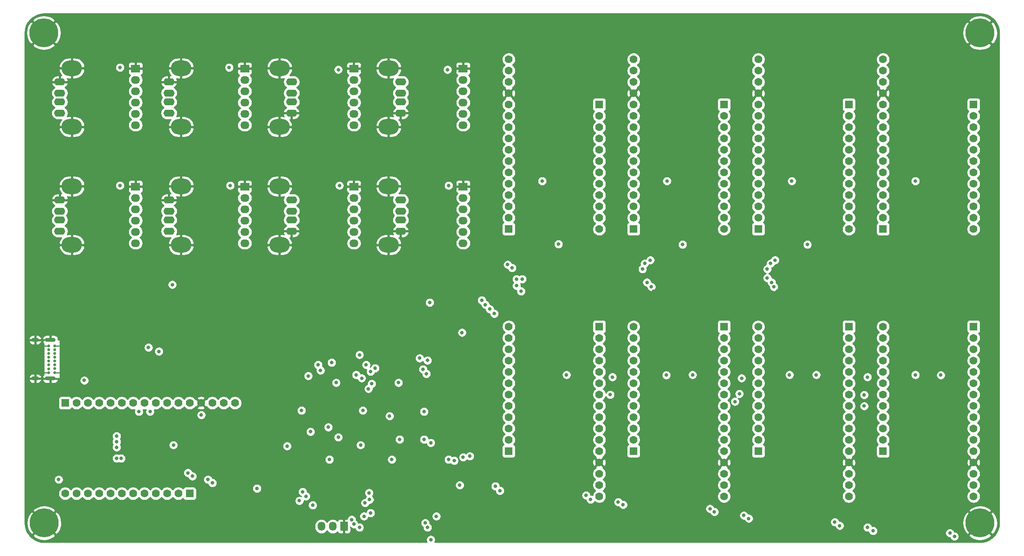
<source format=gbr>
G04 #@! TF.GenerationSoftware,KiCad,Pcbnew,5.1.2*
G04 #@! TF.CreationDate,2020-06-11T23:37:27+09:30*
G04 #@! TF.ProjectId,hardware,68617264-7761-4726-952e-6b696361645f,1.0.0*
G04 #@! TF.SameCoordinates,Original*
G04 #@! TF.FileFunction,Copper,L2,Inr*
G04 #@! TF.FilePolarity,Positive*
%FSLAX46Y46*%
G04 Gerber Fmt 4.6, Leading zero omitted, Abs format (unit mm)*
G04 Created by KiCad (PCBNEW 5.1.2) date 2020-06-11 23:37:27*
%MOMM*%
%LPD*%
G04 APERTURE LIST*
%ADD10C,1.778000*%
%ADD11R,1.778000X1.778000*%
%ADD12O,4.600000X3.500000*%
%ADD13O,2.500000X1.600000*%
%ADD14O,2.032000X1.727200*%
%ADD15R,2.032000X1.727200*%
%ADD16O,1.727200X2.032000*%
%ADD17R,1.727200X2.032000*%
%ADD18C,6.500000*%
%ADD19C,0.650000*%
%ADD20O,2.400000X0.900000*%
%ADD21O,1.700000X0.900000*%
%ADD22C,0.800000*%
%ADD23C,0.250000*%
%ADD24C,0.254000*%
G04 APERTURE END LIST*
D10*
X49700000Y-138390000D03*
X52240000Y-138390000D03*
X54780000Y-138390000D03*
X57320000Y-138390000D03*
X59860000Y-138390000D03*
X62400000Y-138390000D03*
X64940000Y-138390000D03*
X67480000Y-138390000D03*
X70020000Y-138390000D03*
X72560000Y-138390000D03*
D11*
X77640000Y-138390000D03*
D10*
X75100000Y-138390000D03*
D11*
X49700000Y-118070000D03*
D10*
X52240000Y-118070000D03*
X54780000Y-118070000D03*
X57320000Y-118070000D03*
X59860000Y-118070000D03*
X62400000Y-118070000D03*
X64940000Y-118070000D03*
X67480000Y-118070000D03*
X70020000Y-118070000D03*
X72560000Y-118070000D03*
X75100000Y-118070000D03*
X77640000Y-118070000D03*
X80180000Y-118070000D03*
X82720000Y-118070000D03*
X85260000Y-118070000D03*
X87800000Y-118070000D03*
X149240000Y-100930000D03*
X149240000Y-103470000D03*
X149240000Y-106010000D03*
X149240000Y-108550000D03*
X149240000Y-111090000D03*
X149240000Y-113630000D03*
X149240000Y-116170000D03*
X149240000Y-118710000D03*
X149240000Y-121250000D03*
X149240000Y-123790000D03*
D11*
X149240000Y-128870000D03*
D10*
X149240000Y-126330000D03*
D11*
X169560000Y-100930000D03*
D10*
X169560000Y-103470000D03*
X169560000Y-106010000D03*
X169560000Y-108550000D03*
X169560000Y-111090000D03*
X169560000Y-113630000D03*
X169560000Y-116170000D03*
X169560000Y-118710000D03*
X169560000Y-121250000D03*
X169560000Y-123790000D03*
X169560000Y-126330000D03*
X169560000Y-128870000D03*
X169560000Y-131410000D03*
X169560000Y-133950000D03*
X169560000Y-136490000D03*
X169560000Y-139030000D03*
X253560000Y-79030000D03*
X253560000Y-76490000D03*
X253560000Y-73950000D03*
X253560000Y-71410000D03*
X253560000Y-68870000D03*
X253560000Y-66330000D03*
X253560000Y-63790000D03*
X253560000Y-61250000D03*
X253560000Y-58710000D03*
X253560000Y-56170000D03*
D11*
X253560000Y-51090000D03*
D10*
X253560000Y-53630000D03*
D11*
X233240000Y-79030000D03*
D10*
X233240000Y-76490000D03*
X233240000Y-73950000D03*
X233240000Y-71410000D03*
X233240000Y-68870000D03*
X233240000Y-66330000D03*
X233240000Y-63790000D03*
X233240000Y-61250000D03*
X233240000Y-58710000D03*
X233240000Y-56170000D03*
X233240000Y-53630000D03*
X233240000Y-51090000D03*
X233240000Y-48550000D03*
X233240000Y-46010000D03*
X233240000Y-43470000D03*
X233240000Y-40930000D03*
X225560000Y-79030000D03*
X225560000Y-76490000D03*
X225560000Y-73950000D03*
X225560000Y-71410000D03*
X225560000Y-68870000D03*
X225560000Y-66330000D03*
X225560000Y-63790000D03*
X225560000Y-61250000D03*
X225560000Y-58710000D03*
X225560000Y-56170000D03*
D11*
X225560000Y-51090000D03*
D10*
X225560000Y-53630000D03*
D11*
X205240000Y-79030000D03*
D10*
X205240000Y-76490000D03*
X205240000Y-73950000D03*
X205240000Y-71410000D03*
X205240000Y-68870000D03*
X205240000Y-66330000D03*
X205240000Y-63790000D03*
X205240000Y-61250000D03*
X205240000Y-58710000D03*
X205240000Y-56170000D03*
X205240000Y-53630000D03*
X205240000Y-51090000D03*
X205240000Y-48550000D03*
X205240000Y-46010000D03*
X205240000Y-43470000D03*
X205240000Y-40930000D03*
X197560000Y-79030000D03*
X197560000Y-76490000D03*
X197560000Y-73950000D03*
X197560000Y-71410000D03*
X197560000Y-68870000D03*
X197560000Y-66330000D03*
X197560000Y-63790000D03*
X197560000Y-61250000D03*
X197560000Y-58710000D03*
X197560000Y-56170000D03*
D11*
X197560000Y-51090000D03*
D10*
X197560000Y-53630000D03*
D11*
X177240000Y-79030000D03*
D10*
X177240000Y-76490000D03*
X177240000Y-73950000D03*
X177240000Y-71410000D03*
X177240000Y-68870000D03*
X177240000Y-66330000D03*
X177240000Y-63790000D03*
X177240000Y-61250000D03*
X177240000Y-58710000D03*
X177240000Y-56170000D03*
X177240000Y-53630000D03*
X177240000Y-51090000D03*
X177240000Y-48550000D03*
X177240000Y-46010000D03*
X177240000Y-43470000D03*
X177240000Y-40930000D03*
X177240000Y-100930000D03*
X177240000Y-103470000D03*
X177240000Y-106010000D03*
X177240000Y-108550000D03*
X177240000Y-111090000D03*
X177240000Y-113630000D03*
X177240000Y-116170000D03*
X177240000Y-118710000D03*
X177240000Y-121250000D03*
X177240000Y-123790000D03*
D11*
X177240000Y-128870000D03*
D10*
X177240000Y-126330000D03*
D11*
X197560000Y-100930000D03*
D10*
X197560000Y-103470000D03*
X197560000Y-106010000D03*
X197560000Y-108550000D03*
X197560000Y-111090000D03*
X197560000Y-113630000D03*
X197560000Y-116170000D03*
X197560000Y-118710000D03*
X197560000Y-121250000D03*
X197560000Y-123790000D03*
X197560000Y-126330000D03*
X197560000Y-128870000D03*
X197560000Y-131410000D03*
X197560000Y-133950000D03*
X197560000Y-136490000D03*
X197560000Y-139030000D03*
X205240000Y-100930000D03*
X205240000Y-103470000D03*
X205240000Y-106010000D03*
X205240000Y-108550000D03*
X205240000Y-111090000D03*
X205240000Y-113630000D03*
X205240000Y-116170000D03*
X205240000Y-118710000D03*
X205240000Y-121250000D03*
X205240000Y-123790000D03*
D11*
X205240000Y-128870000D03*
D10*
X205240000Y-126330000D03*
D11*
X225560000Y-100930000D03*
D10*
X225560000Y-103470000D03*
X225560000Y-106010000D03*
X225560000Y-108550000D03*
X225560000Y-111090000D03*
X225560000Y-113630000D03*
X225560000Y-116170000D03*
X225560000Y-118710000D03*
X225560000Y-121250000D03*
X225560000Y-123790000D03*
X225560000Y-126330000D03*
X225560000Y-128870000D03*
X225560000Y-131410000D03*
X225560000Y-133950000D03*
X225560000Y-136490000D03*
X225560000Y-139030000D03*
X233240000Y-100930000D03*
X233240000Y-103470000D03*
X233240000Y-106010000D03*
X233240000Y-108550000D03*
X233240000Y-111090000D03*
X233240000Y-113630000D03*
X233240000Y-116170000D03*
X233240000Y-118710000D03*
X233240000Y-121250000D03*
X233240000Y-123790000D03*
D11*
X233240000Y-128870000D03*
D10*
X233240000Y-126330000D03*
D11*
X253560000Y-100930000D03*
D10*
X253560000Y-103470000D03*
X253560000Y-106010000D03*
X253560000Y-108550000D03*
X253560000Y-111090000D03*
X253560000Y-113630000D03*
X253560000Y-116170000D03*
X253560000Y-118710000D03*
X253560000Y-121250000D03*
X253560000Y-123790000D03*
X253560000Y-126330000D03*
X253560000Y-128870000D03*
X253560000Y-131410000D03*
X253560000Y-133950000D03*
X253560000Y-136490000D03*
X253560000Y-139030000D03*
X169560000Y-79030000D03*
X169560000Y-76490000D03*
X169560000Y-73950000D03*
X169560000Y-71410000D03*
X169560000Y-68870000D03*
X169560000Y-66330000D03*
X169560000Y-63790000D03*
X169560000Y-61250000D03*
X169560000Y-58710000D03*
X169560000Y-56170000D03*
D11*
X169560000Y-51090000D03*
D10*
X169560000Y-53630000D03*
D11*
X149240000Y-79030000D03*
D10*
X149240000Y-76490000D03*
X149240000Y-73950000D03*
X149240000Y-71410000D03*
X149240000Y-68870000D03*
X149240000Y-66330000D03*
X149240000Y-63790000D03*
X149240000Y-61250000D03*
X149240000Y-58710000D03*
X149240000Y-56170000D03*
X149240000Y-53630000D03*
X149240000Y-51090000D03*
X149240000Y-48550000D03*
X149240000Y-46010000D03*
X149240000Y-43470000D03*
X149240000Y-40930000D03*
D12*
X122290000Y-82570000D03*
D13*
X125000000Y-79500000D03*
X125000000Y-77000000D03*
X125000000Y-75000000D03*
X125000000Y-72500000D03*
D12*
X122290000Y-69430000D03*
X97790000Y-56070000D03*
D13*
X100500000Y-53000000D03*
X100500000Y-50500000D03*
X100500000Y-48500000D03*
X100500000Y-46000000D03*
D12*
X97790000Y-42930000D03*
X122290000Y-56070000D03*
D13*
X125000000Y-53000000D03*
X125000000Y-50500000D03*
X125000000Y-48500000D03*
X125000000Y-46000000D03*
D12*
X122290000Y-42930000D03*
X97790000Y-82570000D03*
D13*
X100500000Y-79500000D03*
X100500000Y-77000000D03*
X100500000Y-75000000D03*
X100500000Y-72500000D03*
D12*
X97790000Y-69430000D03*
D14*
X114500000Y-55700000D03*
X114500000Y-53160000D03*
X114500000Y-50620000D03*
X114500000Y-48080000D03*
X114500000Y-45540000D03*
D15*
X114500000Y-43000000D03*
D14*
X139000000Y-55700000D03*
X139000000Y-53160000D03*
X139000000Y-50620000D03*
X139000000Y-48080000D03*
X139000000Y-45540000D03*
D15*
X139000000Y-43000000D03*
D14*
X139000000Y-82200000D03*
X139000000Y-79660000D03*
X139000000Y-77120000D03*
X139000000Y-74580000D03*
X139000000Y-72040000D03*
D15*
X139000000Y-69500000D03*
D14*
X114500000Y-82200000D03*
X114500000Y-79660000D03*
X114500000Y-77120000D03*
X114500000Y-74580000D03*
X114500000Y-72040000D03*
D15*
X114500000Y-69500000D03*
D12*
X51210000Y-42930000D03*
D13*
X48500000Y-46000000D03*
X48500000Y-48500000D03*
X48500000Y-50500000D03*
X48500000Y-53000000D03*
D12*
X51210000Y-56070000D03*
X75710000Y-42930000D03*
D13*
X73000000Y-46000000D03*
X73000000Y-48500000D03*
X73000000Y-50500000D03*
X73000000Y-53000000D03*
D12*
X75710000Y-56070000D03*
X51210000Y-69430000D03*
D13*
X48500000Y-72500000D03*
X48500000Y-75000000D03*
X48500000Y-77000000D03*
X48500000Y-79500000D03*
D12*
X51210000Y-82570000D03*
X75710000Y-69430000D03*
D13*
X73000000Y-72500000D03*
X73000000Y-75000000D03*
X73000000Y-77000000D03*
X73000000Y-79500000D03*
D12*
X75710000Y-82570000D03*
D16*
X107210000Y-145750000D03*
X109750000Y-145750000D03*
D17*
X112290000Y-145750000D03*
D14*
X65500000Y-55700000D03*
X65500000Y-53160000D03*
X65500000Y-50620000D03*
X65500000Y-48080000D03*
X65500000Y-45540000D03*
D15*
X65500000Y-43000000D03*
D14*
X90000000Y-55700000D03*
X90000000Y-53160000D03*
X90000000Y-50620000D03*
X90000000Y-48080000D03*
X90000000Y-45540000D03*
D15*
X90000000Y-43000000D03*
D14*
X65500000Y-82200000D03*
X65500000Y-79660000D03*
X65500000Y-77120000D03*
X65500000Y-74580000D03*
X65500000Y-72040000D03*
D15*
X65500000Y-69500000D03*
D14*
X90000000Y-82200000D03*
X90000000Y-79660000D03*
X90000000Y-77120000D03*
X90000000Y-74580000D03*
X90000000Y-72040000D03*
D15*
X90000000Y-69500000D03*
D18*
X45000000Y-145000000D03*
X44900000Y-34980000D03*
X255000000Y-145000000D03*
X255000000Y-35000000D03*
D19*
X47350000Y-106975000D03*
X47350000Y-105275000D03*
X47350000Y-106125000D03*
X47350000Y-107825000D03*
X47350000Y-108675000D03*
X47350000Y-109525000D03*
X47350000Y-110375000D03*
X47350000Y-111225000D03*
X46025000Y-105275000D03*
X46025000Y-106130000D03*
X46025000Y-106980000D03*
X46025000Y-107830000D03*
X46025000Y-108680000D03*
X46025000Y-109530000D03*
X46025000Y-110380000D03*
X46025000Y-111230000D03*
D20*
X46370000Y-103925000D03*
X46370000Y-112575000D03*
D21*
X42990000Y-103925000D03*
X42990000Y-112575000D03*
D22*
X172000000Y-119900000D03*
X178000000Y-96000000D03*
X197000000Y-96000000D03*
X206000000Y-96000000D03*
X225000000Y-96000000D03*
X234000000Y-96000000D03*
X253000000Y-96000000D03*
X253000000Y-84000000D03*
X234000000Y-84000000D03*
X181000000Y-80000000D03*
X194000000Y-80000000D03*
X209000000Y-80000000D03*
X222000000Y-80000000D03*
X246200000Y-110200000D03*
X218250000Y-110250000D03*
X190500000Y-110250000D03*
X212750000Y-69750000D03*
X184750000Y-69750000D03*
X156750000Y-69750000D03*
X240500000Y-69750000D03*
X128500000Y-125000000D03*
X129737340Y-124987340D03*
X119000000Y-122000000D03*
X114500000Y-125000000D03*
X115250000Y-125800000D03*
X86500000Y-41250000D03*
X62000000Y-41250000D03*
X86750000Y-67750000D03*
X62000000Y-67750000D03*
X81000000Y-76000000D03*
X56500000Y-75750000D03*
X52000000Y-113000000D03*
X56600000Y-49700000D03*
X81000000Y-49700000D03*
X55000000Y-105000000D03*
X105500000Y-49750000D03*
X105500000Y-75750000D03*
X111250000Y-67750000D03*
X111000000Y-41750000D03*
X130000000Y-76000000D03*
X130000000Y-49750000D03*
X135750000Y-67750000D03*
X135500000Y-41750000D03*
X214750000Y-82500000D03*
X186750000Y-82500000D03*
X160250000Y-36000000D03*
X188250000Y-36000000D03*
X216000000Y-36000000D03*
X244250000Y-36000000D03*
X251000000Y-52750000D03*
X246500000Y-52750000D03*
X242500000Y-52750000D03*
X223000000Y-52750000D03*
X218500000Y-52750000D03*
X214500000Y-52750000D03*
X195000000Y-52750000D03*
X190500000Y-52750000D03*
X186500000Y-52750000D03*
X167000000Y-52750000D03*
X162500000Y-52750000D03*
X158500000Y-52750000D03*
X160500000Y-127250000D03*
X156500000Y-127250000D03*
X152000000Y-127250000D03*
X180000000Y-127250000D03*
X184500000Y-127250000D03*
X188500000Y-127250000D03*
X208000000Y-127250000D03*
X212500000Y-127250000D03*
X216500000Y-127250000D03*
X236000000Y-127250000D03*
X240500000Y-127250000D03*
X244500000Y-127250000D03*
X162400000Y-58200000D03*
X246400000Y-58200000D03*
X240400000Y-121800000D03*
X212600000Y-121800000D03*
X184600000Y-121800000D03*
X156600000Y-121800000D03*
X158400000Y-82400000D03*
X123000000Y-113500008D03*
X109000000Y-113500000D03*
X218400000Y-58200000D03*
X190400000Y-58200000D03*
X131500000Y-97500000D03*
X71500001Y-91499999D03*
X153500000Y-93000000D03*
X162250000Y-110250000D03*
X131750000Y-128500000D03*
X209500000Y-93000012D03*
X179250000Y-90000000D03*
X181750000Y-93000000D03*
X136500000Y-102250000D03*
X137500000Y-103000000D03*
X140750000Y-102500000D03*
X151000000Y-88750000D03*
X74000000Y-129000000D03*
X130000000Y-85750000D03*
X105500000Y-85750000D03*
X81000000Y-85750000D03*
X56500000Y-85750000D03*
X56500000Y-59250000D03*
X81000000Y-59250000D03*
X105500000Y-59250000D03*
X130000000Y-59250000D03*
X158750000Y-138000000D03*
X186750000Y-138000000D03*
X214750000Y-138000000D03*
X242750000Y-138000000D03*
X136750000Y-136500000D03*
X141500000Y-136250000D03*
X140000000Y-136250000D03*
X79500000Y-138000000D03*
X81000000Y-138249990D03*
X81250000Y-137000000D03*
X45750000Y-134500000D03*
X178000006Y-89500000D03*
X205750000Y-89000000D03*
X103500003Y-121500003D03*
X104500002Y-122000002D03*
X117999999Y-121475010D03*
X97750000Y-119000000D03*
X103000000Y-122500000D03*
X101000000Y-127750000D03*
X110500000Y-130750000D03*
X124500000Y-130750000D03*
X73280000Y-100000000D03*
X81250000Y-145750000D03*
X72500000Y-132250000D03*
X61250000Y-132750000D03*
X61250000Y-121750000D03*
X61250000Y-123000000D03*
X61250000Y-120500000D03*
X45750000Y-121750000D03*
X45750000Y-123000000D03*
X45750000Y-120500000D03*
X73400000Y-98700000D03*
X71800000Y-98500000D03*
X65000000Y-145000000D03*
X57000000Y-145000000D03*
X128250000Y-147250000D03*
X149000000Y-137750000D03*
X176500000Y-141000000D03*
X197000000Y-142500000D03*
X204750000Y-144000000D03*
X225250000Y-145500000D03*
X232750000Y-147000000D03*
X184500000Y-110250000D03*
X212250000Y-110250000D03*
X156750000Y-110250000D03*
X162250000Y-69750000D03*
X190500000Y-69750000D03*
X218750000Y-69750000D03*
X247500000Y-68250000D03*
X67250000Y-104750000D03*
X118200000Y-76200000D03*
X94000000Y-76800000D03*
X69800000Y-75000000D03*
X44400000Y-74800000D03*
X65800000Y-92000000D03*
X65800000Y-94200000D03*
X49400000Y-87200000D03*
X41800000Y-88600000D03*
X55000000Y-103000000D03*
X76200000Y-95800000D03*
X89600000Y-95800000D03*
X81200000Y-92000000D03*
X76200000Y-92000000D03*
X94600000Y-97000000D03*
X96400000Y-92000000D03*
X101600000Y-97000000D03*
X113800000Y-96200000D03*
X113800000Y-103000000D03*
X101600000Y-103000000D03*
X101600000Y-110600000D03*
X90600000Y-116800000D03*
X65400000Y-61800000D03*
X90000000Y-61800000D03*
X114600000Y-61800000D03*
X139000000Y-61800000D03*
X137200000Y-85400000D03*
X114600000Y-88000000D03*
X82800000Y-137600000D03*
X71500000Y-86500000D03*
X78900000Y-111000000D03*
X120400000Y-88000000D03*
X120700000Y-98100000D03*
X131100000Y-106900000D03*
X169000000Y-96000000D03*
X150000000Y-96000000D03*
X153000000Y-80000000D03*
X166000000Y-80000000D03*
X165200000Y-131300000D03*
X193400000Y-131400000D03*
X221300000Y-131400000D03*
X247100000Y-131400000D03*
X130000000Y-47000000D03*
X105500000Y-47000000D03*
X81000000Y-47100000D03*
X56700000Y-47000000D03*
X56500000Y-73500000D03*
X81000000Y-73500000D03*
X105500000Y-73500000D03*
X130000000Y-73500000D03*
X144500000Y-134000000D03*
X144500000Y-127700000D03*
X55800000Y-111500000D03*
X49900000Y-111500000D03*
X251400000Y-111800000D03*
X229000000Y-120900000D03*
X229700000Y-67100000D03*
X202600000Y-71500000D03*
X172300000Y-60000000D03*
X69500000Y-95600000D03*
X156600000Y-116000000D03*
X162300000Y-64000000D03*
X190400000Y-64000000D03*
X216250000Y-82500000D03*
X188250000Y-82500000D03*
X160400000Y-82400000D03*
X124500000Y-113500000D03*
X110500000Y-113500000D03*
X131500000Y-95500000D03*
X73750000Y-91500000D03*
X207250000Y-90000000D03*
X207250000Y-88000000D03*
X131750000Y-126999974D03*
X179250000Y-88000000D03*
X138750000Y-102250000D03*
X152249998Y-90250000D03*
X151000000Y-90250000D03*
X74000000Y-127500000D03*
X138250000Y-136500000D03*
X99500000Y-127750000D03*
X109000000Y-130750000D03*
X123000000Y-130750000D03*
X61250000Y-130500000D03*
X68400000Y-105600014D03*
X48250000Y-135250000D03*
X66250000Y-120000000D03*
X62250000Y-130500000D03*
X246200000Y-111800000D03*
X218250000Y-111750000D03*
X190500000Y-111750000D03*
X212750000Y-68250000D03*
X184750000Y-68250000D03*
X156750000Y-68250000D03*
X240500000Y-68250000D03*
X86500000Y-42750000D03*
X62000000Y-42750000D03*
X86750000Y-69250000D03*
X62000000Y-69250000D03*
X54000000Y-113000000D03*
X135750000Y-69250000D03*
X111250000Y-69250000D03*
X111000000Y-43250000D03*
X135500000Y-43250000D03*
X162199988Y-111750000D03*
X61250000Y-126750000D03*
X61250000Y-125500000D03*
X61250000Y-128000000D03*
X130750000Y-111500000D03*
X116250000Y-112500000D03*
X130000000Y-110499982D03*
X115000000Y-111750000D03*
X129250000Y-108000000D03*
X115750000Y-107250000D03*
X131000000Y-108500000D03*
X117250000Y-109500000D03*
X119250000Y-110250000D03*
X109500000Y-109000000D03*
X118250003Y-111000003D03*
X106475010Y-109500000D03*
X118500000Y-113750000D03*
X106999990Y-110750000D03*
X117750000Y-114881370D03*
X104250000Y-112000000D03*
X149000004Y-87000000D03*
X143184329Y-95000000D03*
X135750000Y-130750000D03*
X77250000Y-133750000D03*
X208999988Y-86000000D03*
X181000012Y-86000000D03*
X149999994Y-87750000D03*
X144000000Y-96000000D03*
X137000000Y-131000000D03*
X78250000Y-134500000D03*
X208000000Y-86750000D03*
X179750000Y-86749998D03*
X208250000Y-91000000D03*
X180250000Y-91000000D03*
X151000000Y-91750000D03*
X145000000Y-97000000D03*
X139000000Y-130250000D03*
X81750000Y-135250000D03*
X181250000Y-92000000D03*
X208750004Y-92000000D03*
X152000000Y-93000000D03*
X146000000Y-97999998D03*
X140500000Y-130000000D03*
X82750000Y-136000000D03*
X68750000Y-120000000D03*
X70750000Y-106500000D03*
X184600000Y-111800000D03*
X172500000Y-112250000D03*
X172000000Y-116200004D03*
X201500000Y-112500000D03*
X212250000Y-111750000D03*
X201000000Y-116000000D03*
X200000000Y-117750000D03*
X240500000Y-111750000D03*
X229750000Y-112250000D03*
X229000000Y-116250000D03*
X229000000Y-118750000D03*
X130250000Y-120000000D03*
X116500000Y-119750000D03*
X102750000Y-119750000D03*
X116000000Y-127500000D03*
X130250000Y-126250000D03*
X131000000Y-146000000D03*
X229750000Y-146000000D03*
X133000000Y-143500000D03*
X202000000Y-143300000D03*
X117000000Y-140500000D03*
X173800000Y-140300000D03*
X117900000Y-138250000D03*
X147250000Y-137750000D03*
X131750000Y-148750000D03*
X249250000Y-148000000D03*
X118000000Y-139750000D03*
X167600000Y-139700000D03*
X118249990Y-142750000D03*
X195400000Y-142500000D03*
X130500000Y-145000000D03*
X223500000Y-145600000D03*
X114500000Y-145250000D03*
X231000000Y-146750000D03*
X116750000Y-143500000D03*
X203100000Y-144000000D03*
X102250000Y-140000000D03*
X174900000Y-140900000D03*
X146250000Y-136750000D03*
X103000000Y-138000000D03*
X115750000Y-145999996D03*
X248250000Y-147250000D03*
X103750000Y-139000000D03*
X166600002Y-138800000D03*
X105250000Y-141000000D03*
X194400000Y-141800000D03*
X114000000Y-144250000D03*
X222400000Y-144800000D03*
X92750000Y-137250000D03*
X80250004Y-120750000D03*
X124750008Y-126250000D03*
X122500000Y-121000000D03*
X104750000Y-124500000D03*
X108750000Y-123500000D03*
X111000000Y-125750000D03*
D23*
X47350000Y-105275000D02*
X49325000Y-105275000D01*
X46025000Y-105275000D02*
X44475000Y-105275000D01*
X47350000Y-111225000D02*
X48975000Y-111225000D01*
X46025000Y-111230000D02*
X44630000Y-111230000D01*
D24*
G36*
X255763637Y-30755875D02*
G01*
X256503140Y-30958180D01*
X257195128Y-31288242D01*
X257817733Y-31735629D01*
X258351268Y-32286195D01*
X258778876Y-32922544D01*
X259087041Y-33624561D01*
X259267283Y-34375320D01*
X259315001Y-35025125D01*
X259315000Y-144969495D01*
X259244125Y-145763637D01*
X259041820Y-146503140D01*
X258711758Y-147195128D01*
X258264371Y-147817733D01*
X257713808Y-148351266D01*
X257077456Y-148778876D01*
X256375437Y-149087042D01*
X255624681Y-149267282D01*
X254974888Y-149315000D01*
X132617263Y-149315000D01*
X132667205Y-149240256D01*
X132745226Y-149051898D01*
X132785000Y-148851939D01*
X132785000Y-148648061D01*
X132745226Y-148448102D01*
X132667205Y-148259744D01*
X132553937Y-148090226D01*
X132409774Y-147946063D01*
X132240256Y-147832795D01*
X132051898Y-147754774D01*
X131851939Y-147715000D01*
X131648061Y-147715000D01*
X131448102Y-147754774D01*
X131259744Y-147832795D01*
X131090226Y-147946063D01*
X130946063Y-148090226D01*
X130832795Y-148259744D01*
X130754774Y-148448102D01*
X130715000Y-148648061D01*
X130715000Y-148851939D01*
X130754774Y-149051898D01*
X130832795Y-149240256D01*
X130882737Y-149315000D01*
X45030505Y-149315000D01*
X44236363Y-149244125D01*
X43496860Y-149041820D01*
X42804872Y-148711758D01*
X42182267Y-148264371D01*
X41670655Y-147736428D01*
X42443177Y-147736428D01*
X42809365Y-148231216D01*
X43481837Y-148596501D01*
X44212650Y-148823575D01*
X44973721Y-148903710D01*
X45735803Y-148833828D01*
X46469608Y-148616614D01*
X47146936Y-148260416D01*
X47190635Y-148231216D01*
X47556823Y-147736428D01*
X45000000Y-145179605D01*
X42443177Y-147736428D01*
X41670655Y-147736428D01*
X41648734Y-147713808D01*
X41221124Y-147077456D01*
X40912958Y-146375437D01*
X40732718Y-145624681D01*
X40685000Y-144974888D01*
X40685000Y-144973721D01*
X41096290Y-144973721D01*
X41166172Y-145735803D01*
X41383386Y-146469608D01*
X41739584Y-147146936D01*
X41768784Y-147190635D01*
X42263572Y-147556823D01*
X44820395Y-145000000D01*
X45179605Y-145000000D01*
X47736428Y-147556823D01*
X48231216Y-147190635D01*
X48596501Y-146518163D01*
X48823575Y-145787350D01*
X48851305Y-145523981D01*
X105711400Y-145523981D01*
X105711400Y-145976018D01*
X105733084Y-146196176D01*
X105818775Y-146478663D01*
X105957931Y-146739005D01*
X106145203Y-146967197D01*
X106373394Y-147154469D01*
X106633736Y-147293625D01*
X106916223Y-147379316D01*
X107210000Y-147408251D01*
X107503776Y-147379316D01*
X107786263Y-147293625D01*
X108046605Y-147154469D01*
X108274797Y-146967197D01*
X108462069Y-146739006D01*
X108480000Y-146705459D01*
X108497931Y-146739005D01*
X108685203Y-146967197D01*
X108913394Y-147154469D01*
X109173736Y-147293625D01*
X109456223Y-147379316D01*
X109750000Y-147408251D01*
X110043776Y-147379316D01*
X110326263Y-147293625D01*
X110586605Y-147154469D01*
X110814797Y-146967197D01*
X110821414Y-146959135D01*
X110836898Y-147010180D01*
X110895863Y-147120494D01*
X110975215Y-147217185D01*
X111071906Y-147296537D01*
X111182220Y-147355502D01*
X111301918Y-147391812D01*
X111426400Y-147404072D01*
X112004250Y-147401000D01*
X112163000Y-147242250D01*
X112163000Y-145877000D01*
X112143000Y-145877000D01*
X112143000Y-145623000D01*
X112163000Y-145623000D01*
X112163000Y-144257750D01*
X112417000Y-144257750D01*
X112417000Y-145623000D01*
X112437000Y-145623000D01*
X112437000Y-145877000D01*
X112417000Y-145877000D01*
X112417000Y-147242250D01*
X112575750Y-147401000D01*
X113153600Y-147404072D01*
X113278082Y-147391812D01*
X113397780Y-147355502D01*
X113508094Y-147296537D01*
X113604785Y-147217185D01*
X113684137Y-147120494D01*
X113743102Y-147010180D01*
X113779412Y-146890482D01*
X113791672Y-146766000D01*
X113788600Y-146035750D01*
X113629852Y-145877002D01*
X113674166Y-145877002D01*
X113696063Y-145909774D01*
X113840226Y-146053937D01*
X114009744Y-146167205D01*
X114198102Y-146245226D01*
X114398061Y-146285000D01*
X114601939Y-146285000D01*
X114745725Y-146256399D01*
X114754774Y-146301894D01*
X114832795Y-146490252D01*
X114946063Y-146659770D01*
X115090226Y-146803933D01*
X115259744Y-146917201D01*
X115448102Y-146995222D01*
X115648061Y-147034996D01*
X115851939Y-147034996D01*
X116051898Y-146995222D01*
X116240256Y-146917201D01*
X116409774Y-146803933D01*
X116553937Y-146659770D01*
X116667205Y-146490252D01*
X116745226Y-146301894D01*
X116785000Y-146101935D01*
X116785000Y-145898057D01*
X116745226Y-145698098D01*
X116667205Y-145509740D01*
X116553937Y-145340222D01*
X116409774Y-145196059D01*
X116240256Y-145082791D01*
X116051898Y-145004770D01*
X115851939Y-144964996D01*
X115648061Y-144964996D01*
X115504275Y-144993597D01*
X115495226Y-144948102D01*
X115474499Y-144898061D01*
X129465000Y-144898061D01*
X129465000Y-145101939D01*
X129504774Y-145301898D01*
X129582795Y-145490256D01*
X129696063Y-145659774D01*
X129840226Y-145803937D01*
X129966888Y-145888570D01*
X129965000Y-145898061D01*
X129965000Y-146101939D01*
X130004774Y-146301898D01*
X130082795Y-146490256D01*
X130196063Y-146659774D01*
X130340226Y-146803937D01*
X130509744Y-146917205D01*
X130698102Y-146995226D01*
X130898061Y-147035000D01*
X131101939Y-147035000D01*
X131301898Y-146995226D01*
X131490256Y-146917205D01*
X131659774Y-146803937D01*
X131803937Y-146659774D01*
X131917205Y-146490256D01*
X131995226Y-146301898D01*
X132035000Y-146101939D01*
X132035000Y-145898061D01*
X131995226Y-145698102D01*
X131917205Y-145509744D01*
X131803937Y-145340226D01*
X131659774Y-145196063D01*
X131533112Y-145111430D01*
X131535000Y-145101939D01*
X131535000Y-144898061D01*
X131495226Y-144698102D01*
X131417205Y-144509744D01*
X131303937Y-144340226D01*
X131159774Y-144196063D01*
X130990256Y-144082795D01*
X130801898Y-144004774D01*
X130601939Y-143965000D01*
X130398061Y-143965000D01*
X130198102Y-144004774D01*
X130009744Y-144082795D01*
X129840226Y-144196063D01*
X129696063Y-144340226D01*
X129582795Y-144509744D01*
X129504774Y-144698102D01*
X129465000Y-144898061D01*
X115474499Y-144898061D01*
X115417205Y-144759744D01*
X115303937Y-144590226D01*
X115159774Y-144446063D01*
X115033112Y-144361430D01*
X115035000Y-144351939D01*
X115035000Y-144148061D01*
X114995226Y-143948102D01*
X114917205Y-143759744D01*
X114803937Y-143590226D01*
X114659774Y-143446063D01*
X114587934Y-143398061D01*
X115715000Y-143398061D01*
X115715000Y-143601939D01*
X115754774Y-143801898D01*
X115832795Y-143990256D01*
X115946063Y-144159774D01*
X116090226Y-144303937D01*
X116259744Y-144417205D01*
X116448102Y-144495226D01*
X116648061Y-144535000D01*
X116851939Y-144535000D01*
X117051898Y-144495226D01*
X117240256Y-144417205D01*
X117409774Y-144303937D01*
X117553937Y-144159774D01*
X117667205Y-143990256D01*
X117745226Y-143801898D01*
X117771083Y-143671906D01*
X117948092Y-143745226D01*
X118148051Y-143785000D01*
X118351929Y-143785000D01*
X118551888Y-143745226D01*
X118740246Y-143667205D01*
X118909764Y-143553937D01*
X119053927Y-143409774D01*
X119061753Y-143398061D01*
X131965000Y-143398061D01*
X131965000Y-143601939D01*
X132004774Y-143801898D01*
X132082795Y-143990256D01*
X132196063Y-144159774D01*
X132340226Y-144303937D01*
X132509744Y-144417205D01*
X132698102Y-144495226D01*
X132898061Y-144535000D01*
X133101939Y-144535000D01*
X133301898Y-144495226D01*
X133490256Y-144417205D01*
X133659774Y-144303937D01*
X133803937Y-144159774D01*
X133917205Y-143990256D01*
X133995226Y-143801898D01*
X134035000Y-143601939D01*
X134035000Y-143398061D01*
X133995226Y-143198102D01*
X133917205Y-143009744D01*
X133803937Y-142840226D01*
X133659774Y-142696063D01*
X133490256Y-142582795D01*
X133301898Y-142504774D01*
X133101939Y-142465000D01*
X132898061Y-142465000D01*
X132698102Y-142504774D01*
X132509744Y-142582795D01*
X132340226Y-142696063D01*
X132196063Y-142840226D01*
X132082795Y-143009744D01*
X132004774Y-143198102D01*
X131965000Y-143398061D01*
X119061753Y-143398061D01*
X119167195Y-143240256D01*
X119245216Y-143051898D01*
X119284990Y-142851939D01*
X119284990Y-142648061D01*
X119245216Y-142448102D01*
X119167195Y-142259744D01*
X119053927Y-142090226D01*
X118909764Y-141946063D01*
X118740246Y-141832795D01*
X118551888Y-141754774D01*
X118351929Y-141715000D01*
X118148051Y-141715000D01*
X117948092Y-141754774D01*
X117759734Y-141832795D01*
X117590216Y-141946063D01*
X117446053Y-142090226D01*
X117332785Y-142259744D01*
X117254764Y-142448102D01*
X117228907Y-142578094D01*
X117051898Y-142504774D01*
X116851939Y-142465000D01*
X116648061Y-142465000D01*
X116448102Y-142504774D01*
X116259744Y-142582795D01*
X116090226Y-142696063D01*
X115946063Y-142840226D01*
X115832795Y-143009744D01*
X115754774Y-143198102D01*
X115715000Y-143398061D01*
X114587934Y-143398061D01*
X114490256Y-143332795D01*
X114301898Y-143254774D01*
X114101939Y-143215000D01*
X113898061Y-143215000D01*
X113698102Y-143254774D01*
X113509744Y-143332795D01*
X113340226Y-143446063D01*
X113196063Y-143590226D01*
X113082795Y-143759744D01*
X113004774Y-143948102D01*
X112975181Y-144096877D01*
X112575750Y-144099000D01*
X112417000Y-144257750D01*
X112163000Y-144257750D01*
X112004250Y-144099000D01*
X111426400Y-144095928D01*
X111301918Y-144108188D01*
X111182220Y-144144498D01*
X111071906Y-144203463D01*
X110975215Y-144282815D01*
X110895863Y-144379506D01*
X110836898Y-144489820D01*
X110821414Y-144540865D01*
X110814797Y-144532803D01*
X110586606Y-144345531D01*
X110326264Y-144206375D01*
X110043777Y-144120684D01*
X109750000Y-144091749D01*
X109456224Y-144120684D01*
X109173737Y-144206375D01*
X108913395Y-144345531D01*
X108685203Y-144532803D01*
X108497931Y-144760994D01*
X108480000Y-144794541D01*
X108462069Y-144760994D01*
X108274797Y-144532803D01*
X108046606Y-144345531D01*
X107786264Y-144206375D01*
X107503777Y-144120684D01*
X107210000Y-144091749D01*
X106916224Y-144120684D01*
X106633737Y-144206375D01*
X106373395Y-144345531D01*
X106145203Y-144532803D01*
X105957931Y-144760994D01*
X105818775Y-145021336D01*
X105733084Y-145303823D01*
X105711400Y-145523981D01*
X48851305Y-145523981D01*
X48903710Y-145026279D01*
X48833828Y-144264197D01*
X48616614Y-143530392D01*
X48260416Y-142853064D01*
X48231216Y-142809365D01*
X47736428Y-142443177D01*
X45179605Y-145000000D01*
X44820395Y-145000000D01*
X42263572Y-142443177D01*
X41768784Y-142809365D01*
X41403499Y-143481837D01*
X41176425Y-144212650D01*
X41096290Y-144973721D01*
X40685000Y-144973721D01*
X40685000Y-142263572D01*
X42443177Y-142263572D01*
X45000000Y-144820395D01*
X47556823Y-142263572D01*
X47190635Y-141768784D01*
X46518163Y-141403499D01*
X45787350Y-141176425D01*
X45026279Y-141096290D01*
X44264197Y-141166172D01*
X43530392Y-141383386D01*
X42853064Y-141739584D01*
X42809365Y-141768784D01*
X42443177Y-142263572D01*
X40685000Y-142263572D01*
X40685000Y-138239899D01*
X48176000Y-138239899D01*
X48176000Y-138540101D01*
X48234566Y-138834534D01*
X48349449Y-139111885D01*
X48516232Y-139361493D01*
X48728507Y-139573768D01*
X48978115Y-139740551D01*
X49255466Y-139855434D01*
X49549899Y-139914000D01*
X49850101Y-139914000D01*
X50144534Y-139855434D01*
X50421885Y-139740551D01*
X50671493Y-139573768D01*
X50883768Y-139361493D01*
X50970000Y-139232438D01*
X51056232Y-139361493D01*
X51268507Y-139573768D01*
X51518115Y-139740551D01*
X51795466Y-139855434D01*
X52089899Y-139914000D01*
X52390101Y-139914000D01*
X52684534Y-139855434D01*
X52961885Y-139740551D01*
X53211493Y-139573768D01*
X53423768Y-139361493D01*
X53510000Y-139232438D01*
X53596232Y-139361493D01*
X53808507Y-139573768D01*
X54058115Y-139740551D01*
X54335466Y-139855434D01*
X54629899Y-139914000D01*
X54930101Y-139914000D01*
X55224534Y-139855434D01*
X55501885Y-139740551D01*
X55751493Y-139573768D01*
X55963768Y-139361493D01*
X56050000Y-139232438D01*
X56136232Y-139361493D01*
X56348507Y-139573768D01*
X56598115Y-139740551D01*
X56875466Y-139855434D01*
X57169899Y-139914000D01*
X57470101Y-139914000D01*
X57764534Y-139855434D01*
X58041885Y-139740551D01*
X58291493Y-139573768D01*
X58503768Y-139361493D01*
X58590000Y-139232438D01*
X58676232Y-139361493D01*
X58888507Y-139573768D01*
X59138115Y-139740551D01*
X59415466Y-139855434D01*
X59709899Y-139914000D01*
X60010101Y-139914000D01*
X60304534Y-139855434D01*
X60581885Y-139740551D01*
X60831493Y-139573768D01*
X61043768Y-139361493D01*
X61130000Y-139232438D01*
X61216232Y-139361493D01*
X61428507Y-139573768D01*
X61678115Y-139740551D01*
X61955466Y-139855434D01*
X62249899Y-139914000D01*
X62550101Y-139914000D01*
X62844534Y-139855434D01*
X63121885Y-139740551D01*
X63371493Y-139573768D01*
X63583768Y-139361493D01*
X63670000Y-139232438D01*
X63756232Y-139361493D01*
X63968507Y-139573768D01*
X64218115Y-139740551D01*
X64495466Y-139855434D01*
X64789899Y-139914000D01*
X65090101Y-139914000D01*
X65384534Y-139855434D01*
X65661885Y-139740551D01*
X65911493Y-139573768D01*
X66123768Y-139361493D01*
X66210000Y-139232438D01*
X66296232Y-139361493D01*
X66508507Y-139573768D01*
X66758115Y-139740551D01*
X67035466Y-139855434D01*
X67329899Y-139914000D01*
X67630101Y-139914000D01*
X67924534Y-139855434D01*
X68201885Y-139740551D01*
X68451493Y-139573768D01*
X68663768Y-139361493D01*
X68750000Y-139232438D01*
X68836232Y-139361493D01*
X69048507Y-139573768D01*
X69298115Y-139740551D01*
X69575466Y-139855434D01*
X69869899Y-139914000D01*
X70170101Y-139914000D01*
X70464534Y-139855434D01*
X70741885Y-139740551D01*
X70991493Y-139573768D01*
X71203768Y-139361493D01*
X71290000Y-139232438D01*
X71376232Y-139361493D01*
X71588507Y-139573768D01*
X71838115Y-139740551D01*
X72115466Y-139855434D01*
X72409899Y-139914000D01*
X72710101Y-139914000D01*
X73004534Y-139855434D01*
X73281885Y-139740551D01*
X73531493Y-139573768D01*
X73743768Y-139361493D01*
X73830000Y-139232438D01*
X73916232Y-139361493D01*
X74128507Y-139573768D01*
X74378115Y-139740551D01*
X74655466Y-139855434D01*
X74949899Y-139914000D01*
X75250101Y-139914000D01*
X75544534Y-139855434D01*
X75821885Y-139740551D01*
X76071493Y-139573768D01*
X76152324Y-139492937D01*
X76161498Y-139523180D01*
X76220463Y-139633494D01*
X76299815Y-139730185D01*
X76396506Y-139809537D01*
X76506820Y-139868502D01*
X76626518Y-139904812D01*
X76751000Y-139917072D01*
X78529000Y-139917072D01*
X78653482Y-139904812D01*
X78675737Y-139898061D01*
X101215000Y-139898061D01*
X101215000Y-140101939D01*
X101254774Y-140301898D01*
X101332795Y-140490256D01*
X101446063Y-140659774D01*
X101590226Y-140803937D01*
X101759744Y-140917205D01*
X101948102Y-140995226D01*
X102148061Y-141035000D01*
X102351939Y-141035000D01*
X102551898Y-140995226D01*
X102740256Y-140917205D01*
X102768907Y-140898061D01*
X104215000Y-140898061D01*
X104215000Y-141101939D01*
X104254774Y-141301898D01*
X104332795Y-141490256D01*
X104446063Y-141659774D01*
X104590226Y-141803937D01*
X104759744Y-141917205D01*
X104948102Y-141995226D01*
X105148061Y-142035000D01*
X105351939Y-142035000D01*
X105551898Y-141995226D01*
X105740256Y-141917205D01*
X105909774Y-141803937D01*
X106053937Y-141659774D01*
X106167205Y-141490256D01*
X106245226Y-141301898D01*
X106285000Y-141101939D01*
X106285000Y-140898061D01*
X106245226Y-140698102D01*
X106167205Y-140509744D01*
X106092582Y-140398061D01*
X115965000Y-140398061D01*
X115965000Y-140601939D01*
X116004774Y-140801898D01*
X116082795Y-140990256D01*
X116196063Y-141159774D01*
X116340226Y-141303937D01*
X116509744Y-141417205D01*
X116698102Y-141495226D01*
X116898061Y-141535000D01*
X117101939Y-141535000D01*
X117301898Y-141495226D01*
X117490256Y-141417205D01*
X117659774Y-141303937D01*
X117803937Y-141159774D01*
X117917205Y-140990256D01*
X117995226Y-140801898D01*
X117998587Y-140785000D01*
X118101939Y-140785000D01*
X118301898Y-140745226D01*
X118490256Y-140667205D01*
X118659774Y-140553937D01*
X118803937Y-140409774D01*
X118917205Y-140240256D01*
X118995226Y-140051898D01*
X119035000Y-139851939D01*
X119035000Y-139648061D01*
X118995226Y-139448102D01*
X118917205Y-139259744D01*
X118803937Y-139090226D01*
X118663711Y-138950000D01*
X118703937Y-138909774D01*
X118817205Y-138740256D01*
X118895226Y-138551898D01*
X118935000Y-138351939D01*
X118935000Y-138148061D01*
X118895226Y-137948102D01*
X118817205Y-137759744D01*
X118703937Y-137590226D01*
X118559774Y-137446063D01*
X118390256Y-137332795D01*
X118201898Y-137254774D01*
X118001939Y-137215000D01*
X117798061Y-137215000D01*
X117598102Y-137254774D01*
X117409744Y-137332795D01*
X117240226Y-137446063D01*
X117096063Y-137590226D01*
X116982795Y-137759744D01*
X116904774Y-137948102D01*
X116865000Y-138148061D01*
X116865000Y-138351939D01*
X116904774Y-138551898D01*
X116982795Y-138740256D01*
X117096063Y-138909774D01*
X117236289Y-139050000D01*
X117196063Y-139090226D01*
X117082795Y-139259744D01*
X117004774Y-139448102D01*
X117001413Y-139465000D01*
X116898061Y-139465000D01*
X116698102Y-139504774D01*
X116509744Y-139582795D01*
X116340226Y-139696063D01*
X116196063Y-139840226D01*
X116082795Y-140009744D01*
X116004774Y-140198102D01*
X115965000Y-140398061D01*
X106092582Y-140398061D01*
X106053937Y-140340226D01*
X105909774Y-140196063D01*
X105740256Y-140082795D01*
X105551898Y-140004774D01*
X105351939Y-139965000D01*
X105148061Y-139965000D01*
X104948102Y-140004774D01*
X104759744Y-140082795D01*
X104590226Y-140196063D01*
X104446063Y-140340226D01*
X104332795Y-140509744D01*
X104254774Y-140698102D01*
X104215000Y-140898061D01*
X102768907Y-140898061D01*
X102909774Y-140803937D01*
X103053937Y-140659774D01*
X103167205Y-140490256D01*
X103245226Y-140301898D01*
X103285000Y-140101939D01*
X103285000Y-139927666D01*
X103448102Y-139995226D01*
X103648061Y-140035000D01*
X103851939Y-140035000D01*
X104051898Y-139995226D01*
X104240256Y-139917205D01*
X104409774Y-139803937D01*
X104553937Y-139659774D01*
X104667205Y-139490256D01*
X104745226Y-139301898D01*
X104785000Y-139101939D01*
X104785000Y-138898061D01*
X104745226Y-138698102D01*
X104667205Y-138509744D01*
X104553937Y-138340226D01*
X104409774Y-138196063D01*
X104240256Y-138082795D01*
X104051898Y-138004774D01*
X104035000Y-138001413D01*
X104035000Y-137898061D01*
X103995226Y-137698102D01*
X103917205Y-137509744D01*
X103803937Y-137340226D01*
X103659774Y-137196063D01*
X103490256Y-137082795D01*
X103301898Y-137004774D01*
X103101939Y-136965000D01*
X102898061Y-136965000D01*
X102698102Y-137004774D01*
X102509744Y-137082795D01*
X102340226Y-137196063D01*
X102196063Y-137340226D01*
X102082795Y-137509744D01*
X102004774Y-137698102D01*
X101965000Y-137898061D01*
X101965000Y-138101939D01*
X102004774Y-138301898D01*
X102082795Y-138490256D01*
X102196063Y-138659774D01*
X102340226Y-138803937D01*
X102509744Y-138917205D01*
X102698102Y-138995226D01*
X102715000Y-138998587D01*
X102715000Y-139072334D01*
X102551898Y-139004774D01*
X102351939Y-138965000D01*
X102148061Y-138965000D01*
X101948102Y-139004774D01*
X101759744Y-139082795D01*
X101590226Y-139196063D01*
X101446063Y-139340226D01*
X101332795Y-139509744D01*
X101254774Y-139698102D01*
X101215000Y-139898061D01*
X78675737Y-139898061D01*
X78773180Y-139868502D01*
X78883494Y-139809537D01*
X78980185Y-139730185D01*
X79059537Y-139633494D01*
X79118502Y-139523180D01*
X79154812Y-139403482D01*
X79167072Y-139279000D01*
X79167072Y-137501000D01*
X79154812Y-137376518D01*
X79118502Y-137256820D01*
X79060369Y-137148061D01*
X91715000Y-137148061D01*
X91715000Y-137351939D01*
X91754774Y-137551898D01*
X91832795Y-137740256D01*
X91946063Y-137909774D01*
X92090226Y-138053937D01*
X92259744Y-138167205D01*
X92448102Y-138245226D01*
X92648061Y-138285000D01*
X92851939Y-138285000D01*
X93051898Y-138245226D01*
X93240256Y-138167205D01*
X93409774Y-138053937D01*
X93553937Y-137909774D01*
X93667205Y-137740256D01*
X93745226Y-137551898D01*
X93785000Y-137351939D01*
X93785000Y-137148061D01*
X93745226Y-136948102D01*
X93667205Y-136759744D01*
X93553937Y-136590226D01*
X93409774Y-136446063D01*
X93337934Y-136398061D01*
X137215000Y-136398061D01*
X137215000Y-136601939D01*
X137254774Y-136801898D01*
X137332795Y-136990256D01*
X137446063Y-137159774D01*
X137590226Y-137303937D01*
X137759744Y-137417205D01*
X137948102Y-137495226D01*
X138148061Y-137535000D01*
X138351939Y-137535000D01*
X138551898Y-137495226D01*
X138740256Y-137417205D01*
X138909774Y-137303937D01*
X139053937Y-137159774D01*
X139167205Y-136990256D01*
X139245226Y-136801898D01*
X139275825Y-136648061D01*
X145215000Y-136648061D01*
X145215000Y-136851939D01*
X145254774Y-137051898D01*
X145332795Y-137240256D01*
X145446063Y-137409774D01*
X145590226Y-137553937D01*
X145759744Y-137667205D01*
X145948102Y-137745226D01*
X146148061Y-137785000D01*
X146215000Y-137785000D01*
X146215000Y-137851939D01*
X146254774Y-138051898D01*
X146332795Y-138240256D01*
X146446063Y-138409774D01*
X146590226Y-138553937D01*
X146759744Y-138667205D01*
X146948102Y-138745226D01*
X147148061Y-138785000D01*
X147351939Y-138785000D01*
X147551898Y-138745226D01*
X147665763Y-138698061D01*
X165565002Y-138698061D01*
X165565002Y-138901939D01*
X165604776Y-139101898D01*
X165682797Y-139290256D01*
X165796065Y-139459774D01*
X165940228Y-139603937D01*
X166109746Y-139717205D01*
X166298104Y-139795226D01*
X166498063Y-139835000D01*
X166571576Y-139835000D01*
X166604774Y-140001898D01*
X166682795Y-140190256D01*
X166796063Y-140359774D01*
X166940226Y-140503937D01*
X167109744Y-140617205D01*
X167298102Y-140695226D01*
X167498061Y-140735000D01*
X167701939Y-140735000D01*
X167901898Y-140695226D01*
X168090256Y-140617205D01*
X168259774Y-140503937D01*
X168403937Y-140359774D01*
X168517205Y-140190256D01*
X168531202Y-140156463D01*
X168588507Y-140213768D01*
X168838115Y-140380551D01*
X169115466Y-140495434D01*
X169409899Y-140554000D01*
X169710101Y-140554000D01*
X170004534Y-140495434D01*
X170281885Y-140380551D01*
X170531493Y-140213768D01*
X170547200Y-140198061D01*
X172765000Y-140198061D01*
X172765000Y-140401939D01*
X172804774Y-140601898D01*
X172882795Y-140790256D01*
X172996063Y-140959774D01*
X173140226Y-141103937D01*
X173309744Y-141217205D01*
X173498102Y-141295226D01*
X173698061Y-141335000D01*
X173901939Y-141335000D01*
X173955494Y-141324347D01*
X173982795Y-141390256D01*
X174096063Y-141559774D01*
X174240226Y-141703937D01*
X174409744Y-141817205D01*
X174598102Y-141895226D01*
X174798061Y-141935000D01*
X175001939Y-141935000D01*
X175201898Y-141895226D01*
X175390256Y-141817205D01*
X175559774Y-141703937D01*
X175565650Y-141698061D01*
X193365000Y-141698061D01*
X193365000Y-141901939D01*
X193404774Y-142101898D01*
X193482795Y-142290256D01*
X193596063Y-142459774D01*
X193740226Y-142603937D01*
X193909744Y-142717205D01*
X194098102Y-142795226D01*
X194298061Y-142835000D01*
X194418485Y-142835000D01*
X194482795Y-142990256D01*
X194596063Y-143159774D01*
X194740226Y-143303937D01*
X194909744Y-143417205D01*
X195098102Y-143495226D01*
X195298061Y-143535000D01*
X195501939Y-143535000D01*
X195701898Y-143495226D01*
X195890256Y-143417205D01*
X196059774Y-143303937D01*
X196165650Y-143198061D01*
X200965000Y-143198061D01*
X200965000Y-143401939D01*
X201004774Y-143601898D01*
X201082795Y-143790256D01*
X201196063Y-143959774D01*
X201340226Y-144103937D01*
X201509744Y-144217205D01*
X201698102Y-144295226D01*
X201898061Y-144335000D01*
X202101939Y-144335000D01*
X202117226Y-144331959D01*
X202182795Y-144490256D01*
X202296063Y-144659774D01*
X202440226Y-144803937D01*
X202609744Y-144917205D01*
X202798102Y-144995226D01*
X202998061Y-145035000D01*
X203201939Y-145035000D01*
X203401898Y-144995226D01*
X203590256Y-144917205D01*
X203759774Y-144803937D01*
X203865650Y-144698061D01*
X221365000Y-144698061D01*
X221365000Y-144901939D01*
X221404774Y-145101898D01*
X221482795Y-145290256D01*
X221596063Y-145459774D01*
X221740226Y-145603937D01*
X221909744Y-145717205D01*
X222098102Y-145795226D01*
X222298061Y-145835000D01*
X222491467Y-145835000D01*
X222504774Y-145901898D01*
X222582795Y-146090256D01*
X222696063Y-146259774D01*
X222840226Y-146403937D01*
X223009744Y-146517205D01*
X223198102Y-146595226D01*
X223398061Y-146635000D01*
X223601939Y-146635000D01*
X223801898Y-146595226D01*
X223990256Y-146517205D01*
X224159774Y-146403937D01*
X224303937Y-146259774D01*
X224417205Y-146090256D01*
X224495226Y-145901898D01*
X224495989Y-145898061D01*
X228715000Y-145898061D01*
X228715000Y-146101939D01*
X228754774Y-146301898D01*
X228832795Y-146490256D01*
X228946063Y-146659774D01*
X229090226Y-146803937D01*
X229259744Y-146917205D01*
X229448102Y-146995226D01*
X229648061Y-147035000D01*
X229851939Y-147035000D01*
X229995724Y-147006400D01*
X230004774Y-147051898D01*
X230082795Y-147240256D01*
X230196063Y-147409774D01*
X230340226Y-147553937D01*
X230509744Y-147667205D01*
X230698102Y-147745226D01*
X230898061Y-147785000D01*
X231101939Y-147785000D01*
X231301898Y-147745226D01*
X231490256Y-147667205D01*
X231659774Y-147553937D01*
X231803937Y-147409774D01*
X231917205Y-147240256D01*
X231955393Y-147148061D01*
X247215000Y-147148061D01*
X247215000Y-147351939D01*
X247254774Y-147551898D01*
X247332795Y-147740256D01*
X247446063Y-147909774D01*
X247590226Y-148053937D01*
X247759744Y-148167205D01*
X247948102Y-148245226D01*
X248148061Y-148285000D01*
X248251413Y-148285000D01*
X248254774Y-148301898D01*
X248332795Y-148490256D01*
X248446063Y-148659774D01*
X248590226Y-148803937D01*
X248759744Y-148917205D01*
X248948102Y-148995226D01*
X249148061Y-149035000D01*
X249351939Y-149035000D01*
X249551898Y-148995226D01*
X249740256Y-148917205D01*
X249909774Y-148803937D01*
X250053937Y-148659774D01*
X250167205Y-148490256D01*
X250245226Y-148301898D01*
X250285000Y-148101939D01*
X250285000Y-147898061D01*
X250252850Y-147736428D01*
X252443177Y-147736428D01*
X252809365Y-148231216D01*
X253481837Y-148596501D01*
X254212650Y-148823575D01*
X254973721Y-148903710D01*
X255735803Y-148833828D01*
X256469608Y-148616614D01*
X257146936Y-148260416D01*
X257190635Y-148231216D01*
X257556823Y-147736428D01*
X255000000Y-145179605D01*
X252443177Y-147736428D01*
X250252850Y-147736428D01*
X250245226Y-147698102D01*
X250167205Y-147509744D01*
X250053937Y-147340226D01*
X249909774Y-147196063D01*
X249740256Y-147082795D01*
X249551898Y-147004774D01*
X249351939Y-146965000D01*
X249248587Y-146965000D01*
X249245226Y-146948102D01*
X249167205Y-146759744D01*
X249053937Y-146590226D01*
X248909774Y-146446063D01*
X248740256Y-146332795D01*
X248551898Y-146254774D01*
X248351939Y-146215000D01*
X248148061Y-146215000D01*
X247948102Y-146254774D01*
X247759744Y-146332795D01*
X247590226Y-146446063D01*
X247446063Y-146590226D01*
X247332795Y-146759744D01*
X247254774Y-146948102D01*
X247215000Y-147148061D01*
X231955393Y-147148061D01*
X231995226Y-147051898D01*
X232035000Y-146851939D01*
X232035000Y-146648061D01*
X231995226Y-146448102D01*
X231917205Y-146259744D01*
X231803937Y-146090226D01*
X231659774Y-145946063D01*
X231490256Y-145832795D01*
X231301898Y-145754774D01*
X231101939Y-145715000D01*
X230898061Y-145715000D01*
X230754276Y-145743600D01*
X230745226Y-145698102D01*
X230667205Y-145509744D01*
X230553937Y-145340226D01*
X230409774Y-145196063D01*
X230240256Y-145082795D01*
X230051898Y-145004774D01*
X229895783Y-144973721D01*
X251096290Y-144973721D01*
X251166172Y-145735803D01*
X251383386Y-146469608D01*
X251739584Y-147146936D01*
X251768784Y-147190635D01*
X252263572Y-147556823D01*
X254820395Y-145000000D01*
X255179605Y-145000000D01*
X257736428Y-147556823D01*
X258231216Y-147190635D01*
X258596501Y-146518163D01*
X258823575Y-145787350D01*
X258903710Y-145026279D01*
X258833828Y-144264197D01*
X258616614Y-143530392D01*
X258260416Y-142853064D01*
X258231216Y-142809365D01*
X257736428Y-142443177D01*
X255179605Y-145000000D01*
X254820395Y-145000000D01*
X252263572Y-142443177D01*
X251768784Y-142809365D01*
X251403499Y-143481837D01*
X251176425Y-144212650D01*
X251096290Y-144973721D01*
X229895783Y-144973721D01*
X229851939Y-144965000D01*
X229648061Y-144965000D01*
X229448102Y-145004774D01*
X229259744Y-145082795D01*
X229090226Y-145196063D01*
X228946063Y-145340226D01*
X228832795Y-145509744D01*
X228754774Y-145698102D01*
X228715000Y-145898061D01*
X224495989Y-145898061D01*
X224535000Y-145701939D01*
X224535000Y-145498061D01*
X224495226Y-145298102D01*
X224417205Y-145109744D01*
X224303937Y-144940226D01*
X224159774Y-144796063D01*
X223990256Y-144682795D01*
X223801898Y-144604774D01*
X223601939Y-144565000D01*
X223408533Y-144565000D01*
X223395226Y-144498102D01*
X223317205Y-144309744D01*
X223203937Y-144140226D01*
X223059774Y-143996063D01*
X222890256Y-143882795D01*
X222701898Y-143804774D01*
X222501939Y-143765000D01*
X222298061Y-143765000D01*
X222098102Y-143804774D01*
X221909744Y-143882795D01*
X221740226Y-143996063D01*
X221596063Y-144140226D01*
X221482795Y-144309744D01*
X221404774Y-144498102D01*
X221365000Y-144698061D01*
X203865650Y-144698061D01*
X203903937Y-144659774D01*
X204017205Y-144490256D01*
X204095226Y-144301898D01*
X204135000Y-144101939D01*
X204135000Y-143898061D01*
X204095226Y-143698102D01*
X204017205Y-143509744D01*
X203903937Y-143340226D01*
X203759774Y-143196063D01*
X203590256Y-143082795D01*
X203401898Y-143004774D01*
X203201939Y-142965000D01*
X202998061Y-142965000D01*
X202982774Y-142968041D01*
X202917205Y-142809744D01*
X202803937Y-142640226D01*
X202659774Y-142496063D01*
X202490256Y-142382795D01*
X202301898Y-142304774D01*
X202101939Y-142265000D01*
X201898061Y-142265000D01*
X201698102Y-142304774D01*
X201509744Y-142382795D01*
X201340226Y-142496063D01*
X201196063Y-142640226D01*
X201082795Y-142809744D01*
X201004774Y-142998102D01*
X200965000Y-143198061D01*
X196165650Y-143198061D01*
X196203937Y-143159774D01*
X196317205Y-142990256D01*
X196395226Y-142801898D01*
X196435000Y-142601939D01*
X196435000Y-142398061D01*
X196408249Y-142263572D01*
X252443177Y-142263572D01*
X255000000Y-144820395D01*
X257556823Y-142263572D01*
X257190635Y-141768784D01*
X256518163Y-141403499D01*
X255787350Y-141176425D01*
X255026279Y-141096290D01*
X254264197Y-141166172D01*
X253530392Y-141383386D01*
X252853064Y-141739584D01*
X252809365Y-141768784D01*
X252443177Y-142263572D01*
X196408249Y-142263572D01*
X196395226Y-142198102D01*
X196317205Y-142009744D01*
X196203937Y-141840226D01*
X196059774Y-141696063D01*
X195890256Y-141582795D01*
X195701898Y-141504774D01*
X195501939Y-141465000D01*
X195381515Y-141465000D01*
X195317205Y-141309744D01*
X195203937Y-141140226D01*
X195059774Y-140996063D01*
X194890256Y-140882795D01*
X194701898Y-140804774D01*
X194501939Y-140765000D01*
X194298061Y-140765000D01*
X194098102Y-140804774D01*
X193909744Y-140882795D01*
X193740226Y-140996063D01*
X193596063Y-141140226D01*
X193482795Y-141309744D01*
X193404774Y-141498102D01*
X193365000Y-141698061D01*
X175565650Y-141698061D01*
X175703937Y-141559774D01*
X175817205Y-141390256D01*
X175895226Y-141201898D01*
X175935000Y-141001939D01*
X175935000Y-140798061D01*
X175895226Y-140598102D01*
X175817205Y-140409744D01*
X175703937Y-140240226D01*
X175559774Y-140096063D01*
X175390256Y-139982795D01*
X175201898Y-139904774D01*
X175001939Y-139865000D01*
X174798061Y-139865000D01*
X174744506Y-139875653D01*
X174717205Y-139809744D01*
X174603937Y-139640226D01*
X174459774Y-139496063D01*
X174290256Y-139382795D01*
X174101898Y-139304774D01*
X173901939Y-139265000D01*
X173698061Y-139265000D01*
X173498102Y-139304774D01*
X173309744Y-139382795D01*
X173140226Y-139496063D01*
X172996063Y-139640226D01*
X172882795Y-139809744D01*
X172804774Y-139998102D01*
X172765000Y-140198061D01*
X170547200Y-140198061D01*
X170743768Y-140001493D01*
X170910551Y-139751885D01*
X171025434Y-139474534D01*
X171084000Y-139180101D01*
X171084000Y-138879899D01*
X171025434Y-138585466D01*
X170910551Y-138308115D01*
X170743768Y-138058507D01*
X170531493Y-137846232D01*
X170402438Y-137760000D01*
X170531493Y-137673768D01*
X170743768Y-137461493D01*
X170910551Y-137211885D01*
X171025434Y-136934534D01*
X171084000Y-136640101D01*
X171084000Y-136339899D01*
X171025434Y-136045466D01*
X170910551Y-135768115D01*
X170743768Y-135518507D01*
X170531493Y-135306232D01*
X170402438Y-135220000D01*
X170531493Y-135133768D01*
X170743768Y-134921493D01*
X170910551Y-134671885D01*
X171025434Y-134394534D01*
X171084000Y-134100101D01*
X171084000Y-133799899D01*
X196036000Y-133799899D01*
X196036000Y-134100101D01*
X196094566Y-134394534D01*
X196209449Y-134671885D01*
X196376232Y-134921493D01*
X196588507Y-135133768D01*
X196717562Y-135220000D01*
X196588507Y-135306232D01*
X196376232Y-135518507D01*
X196209449Y-135768115D01*
X196094566Y-136045466D01*
X196036000Y-136339899D01*
X196036000Y-136640101D01*
X196094566Y-136934534D01*
X196209449Y-137211885D01*
X196376232Y-137461493D01*
X196588507Y-137673768D01*
X196717562Y-137760000D01*
X196588507Y-137846232D01*
X196376232Y-138058507D01*
X196209449Y-138308115D01*
X196094566Y-138585466D01*
X196036000Y-138879899D01*
X196036000Y-139180101D01*
X196094566Y-139474534D01*
X196209449Y-139751885D01*
X196376232Y-140001493D01*
X196588507Y-140213768D01*
X196838115Y-140380551D01*
X197115466Y-140495434D01*
X197409899Y-140554000D01*
X197710101Y-140554000D01*
X198004534Y-140495434D01*
X198281885Y-140380551D01*
X198531493Y-140213768D01*
X198743768Y-140001493D01*
X198910551Y-139751885D01*
X199025434Y-139474534D01*
X199084000Y-139180101D01*
X199084000Y-138879899D01*
X199025434Y-138585466D01*
X198910551Y-138308115D01*
X198743768Y-138058507D01*
X198531493Y-137846232D01*
X198402438Y-137760000D01*
X198531493Y-137673768D01*
X198743768Y-137461493D01*
X198910551Y-137211885D01*
X199025434Y-136934534D01*
X199084000Y-136640101D01*
X199084000Y-136339899D01*
X199025434Y-136045466D01*
X198910551Y-135768115D01*
X198743768Y-135518507D01*
X198531493Y-135306232D01*
X198402438Y-135220000D01*
X198531493Y-135133768D01*
X198743768Y-134921493D01*
X198910551Y-134671885D01*
X199025434Y-134394534D01*
X199084000Y-134100101D01*
X199084000Y-133799899D01*
X224036000Y-133799899D01*
X224036000Y-134100101D01*
X224094566Y-134394534D01*
X224209449Y-134671885D01*
X224376232Y-134921493D01*
X224588507Y-135133768D01*
X224717562Y-135220000D01*
X224588507Y-135306232D01*
X224376232Y-135518507D01*
X224209449Y-135768115D01*
X224094566Y-136045466D01*
X224036000Y-136339899D01*
X224036000Y-136640101D01*
X224094566Y-136934534D01*
X224209449Y-137211885D01*
X224376232Y-137461493D01*
X224588507Y-137673768D01*
X224717562Y-137760000D01*
X224588507Y-137846232D01*
X224376232Y-138058507D01*
X224209449Y-138308115D01*
X224094566Y-138585466D01*
X224036000Y-138879899D01*
X224036000Y-139180101D01*
X224094566Y-139474534D01*
X224209449Y-139751885D01*
X224376232Y-140001493D01*
X224588507Y-140213768D01*
X224838115Y-140380551D01*
X225115466Y-140495434D01*
X225409899Y-140554000D01*
X225710101Y-140554000D01*
X226004534Y-140495434D01*
X226281885Y-140380551D01*
X226531493Y-140213768D01*
X226743768Y-140001493D01*
X226910551Y-139751885D01*
X227025434Y-139474534D01*
X227084000Y-139180101D01*
X227084000Y-138879899D01*
X227025434Y-138585466D01*
X226910551Y-138308115D01*
X226743768Y-138058507D01*
X226531493Y-137846232D01*
X226402438Y-137760000D01*
X226531493Y-137673768D01*
X226743768Y-137461493D01*
X226910551Y-137211885D01*
X227025434Y-136934534D01*
X227084000Y-136640101D01*
X227084000Y-136339899D01*
X227025434Y-136045466D01*
X226910551Y-135768115D01*
X226743768Y-135518507D01*
X226531493Y-135306232D01*
X226402438Y-135220000D01*
X226531493Y-135133768D01*
X226743768Y-134921493D01*
X226910551Y-134671885D01*
X227025434Y-134394534D01*
X227084000Y-134100101D01*
X227084000Y-133799899D01*
X252036000Y-133799899D01*
X252036000Y-134100101D01*
X252094566Y-134394534D01*
X252209449Y-134671885D01*
X252376232Y-134921493D01*
X252588507Y-135133768D01*
X252717562Y-135220000D01*
X252588507Y-135306232D01*
X252376232Y-135518507D01*
X252209449Y-135768115D01*
X252094566Y-136045466D01*
X252036000Y-136339899D01*
X252036000Y-136640101D01*
X252094566Y-136934534D01*
X252209449Y-137211885D01*
X252376232Y-137461493D01*
X252588507Y-137673768D01*
X252717562Y-137760000D01*
X252588507Y-137846232D01*
X252376232Y-138058507D01*
X252209449Y-138308115D01*
X252094566Y-138585466D01*
X252036000Y-138879899D01*
X252036000Y-139180101D01*
X252094566Y-139474534D01*
X252209449Y-139751885D01*
X252376232Y-140001493D01*
X252588507Y-140213768D01*
X252838115Y-140380551D01*
X253115466Y-140495434D01*
X253409899Y-140554000D01*
X253710101Y-140554000D01*
X254004534Y-140495434D01*
X254281885Y-140380551D01*
X254531493Y-140213768D01*
X254743768Y-140001493D01*
X254910551Y-139751885D01*
X255025434Y-139474534D01*
X255084000Y-139180101D01*
X255084000Y-138879899D01*
X255025434Y-138585466D01*
X254910551Y-138308115D01*
X254743768Y-138058507D01*
X254531493Y-137846232D01*
X254402438Y-137760000D01*
X254531493Y-137673768D01*
X254743768Y-137461493D01*
X254910551Y-137211885D01*
X255025434Y-136934534D01*
X255084000Y-136640101D01*
X255084000Y-136339899D01*
X255025434Y-136045466D01*
X254910551Y-135768115D01*
X254743768Y-135518507D01*
X254531493Y-135306232D01*
X254402438Y-135220000D01*
X254531493Y-135133768D01*
X254743768Y-134921493D01*
X254910551Y-134671885D01*
X255025434Y-134394534D01*
X255084000Y-134100101D01*
X255084000Y-133799899D01*
X255025434Y-133505466D01*
X254910551Y-133228115D01*
X254743768Y-132978507D01*
X254531493Y-132766232D01*
X254373378Y-132660583D01*
X254436626Y-132466231D01*
X253560000Y-131589605D01*
X252683374Y-132466231D01*
X252746622Y-132660583D01*
X252588507Y-132766232D01*
X252376232Y-132978507D01*
X252209449Y-133228115D01*
X252094566Y-133505466D01*
X252036000Y-133799899D01*
X227084000Y-133799899D01*
X227025434Y-133505466D01*
X226910551Y-133228115D01*
X226743768Y-132978507D01*
X226531493Y-132766232D01*
X226373378Y-132660583D01*
X226436626Y-132466231D01*
X225560000Y-131589605D01*
X224683374Y-132466231D01*
X224746622Y-132660583D01*
X224588507Y-132766232D01*
X224376232Y-132978507D01*
X224209449Y-133228115D01*
X224094566Y-133505466D01*
X224036000Y-133799899D01*
X199084000Y-133799899D01*
X199025434Y-133505466D01*
X198910551Y-133228115D01*
X198743768Y-132978507D01*
X198531493Y-132766232D01*
X198373378Y-132660583D01*
X198436626Y-132466231D01*
X197560000Y-131589605D01*
X196683374Y-132466231D01*
X196746622Y-132660583D01*
X196588507Y-132766232D01*
X196376232Y-132978507D01*
X196209449Y-133228115D01*
X196094566Y-133505466D01*
X196036000Y-133799899D01*
X171084000Y-133799899D01*
X171025434Y-133505466D01*
X170910551Y-133228115D01*
X170743768Y-132978507D01*
X170531493Y-132766232D01*
X170373378Y-132660583D01*
X170436626Y-132466231D01*
X169560000Y-131589605D01*
X168683374Y-132466231D01*
X168746622Y-132660583D01*
X168588507Y-132766232D01*
X168376232Y-132978507D01*
X168209449Y-133228115D01*
X168094566Y-133505466D01*
X168036000Y-133799899D01*
X168036000Y-134100101D01*
X168094566Y-134394534D01*
X168209449Y-134671885D01*
X168376232Y-134921493D01*
X168588507Y-135133768D01*
X168717562Y-135220000D01*
X168588507Y-135306232D01*
X168376232Y-135518507D01*
X168209449Y-135768115D01*
X168094566Y-136045466D01*
X168036000Y-136339899D01*
X168036000Y-136640101D01*
X168094566Y-136934534D01*
X168209449Y-137211885D01*
X168376232Y-137461493D01*
X168588507Y-137673768D01*
X168717562Y-137760000D01*
X168588507Y-137846232D01*
X168376232Y-138058507D01*
X168209449Y-138308115D01*
X168094566Y-138585466D01*
X168057975Y-138769424D01*
X167901898Y-138704774D01*
X167701939Y-138665000D01*
X167628426Y-138665000D01*
X167595228Y-138498102D01*
X167517207Y-138309744D01*
X167403939Y-138140226D01*
X167259776Y-137996063D01*
X167090258Y-137882795D01*
X166901900Y-137804774D01*
X166701941Y-137765000D01*
X166498063Y-137765000D01*
X166298104Y-137804774D01*
X166109746Y-137882795D01*
X165940228Y-137996063D01*
X165796065Y-138140226D01*
X165682797Y-138309744D01*
X165604776Y-138498102D01*
X165565002Y-138698061D01*
X147665763Y-138698061D01*
X147740256Y-138667205D01*
X147909774Y-138553937D01*
X148053937Y-138409774D01*
X148167205Y-138240256D01*
X148245226Y-138051898D01*
X148285000Y-137851939D01*
X148285000Y-137648061D01*
X148245226Y-137448102D01*
X148167205Y-137259744D01*
X148053937Y-137090226D01*
X147909774Y-136946063D01*
X147740256Y-136832795D01*
X147551898Y-136754774D01*
X147351939Y-136715000D01*
X147285000Y-136715000D01*
X147285000Y-136648061D01*
X147245226Y-136448102D01*
X147167205Y-136259744D01*
X147053937Y-136090226D01*
X146909774Y-135946063D01*
X146740256Y-135832795D01*
X146551898Y-135754774D01*
X146351939Y-135715000D01*
X146148061Y-135715000D01*
X145948102Y-135754774D01*
X145759744Y-135832795D01*
X145590226Y-135946063D01*
X145446063Y-136090226D01*
X145332795Y-136259744D01*
X145254774Y-136448102D01*
X145215000Y-136648061D01*
X139275825Y-136648061D01*
X139285000Y-136601939D01*
X139285000Y-136398061D01*
X139245226Y-136198102D01*
X139167205Y-136009744D01*
X139053937Y-135840226D01*
X138909774Y-135696063D01*
X138740256Y-135582795D01*
X138551898Y-135504774D01*
X138351939Y-135465000D01*
X138148061Y-135465000D01*
X137948102Y-135504774D01*
X137759744Y-135582795D01*
X137590226Y-135696063D01*
X137446063Y-135840226D01*
X137332795Y-136009744D01*
X137254774Y-136198102D01*
X137215000Y-136398061D01*
X93337934Y-136398061D01*
X93240256Y-136332795D01*
X93051898Y-136254774D01*
X92851939Y-136215000D01*
X92648061Y-136215000D01*
X92448102Y-136254774D01*
X92259744Y-136332795D01*
X92090226Y-136446063D01*
X91946063Y-136590226D01*
X91832795Y-136759744D01*
X91754774Y-136948102D01*
X91715000Y-137148061D01*
X79060369Y-137148061D01*
X79059537Y-137146506D01*
X78980185Y-137049815D01*
X78883494Y-136970463D01*
X78773180Y-136911498D01*
X78653482Y-136875188D01*
X78529000Y-136862928D01*
X76751000Y-136862928D01*
X76626518Y-136875188D01*
X76506820Y-136911498D01*
X76396506Y-136970463D01*
X76299815Y-137049815D01*
X76220463Y-137146506D01*
X76161498Y-137256820D01*
X76152324Y-137287063D01*
X76071493Y-137206232D01*
X75821885Y-137039449D01*
X75544534Y-136924566D01*
X75250101Y-136866000D01*
X74949899Y-136866000D01*
X74655466Y-136924566D01*
X74378115Y-137039449D01*
X74128507Y-137206232D01*
X73916232Y-137418507D01*
X73830000Y-137547562D01*
X73743768Y-137418507D01*
X73531493Y-137206232D01*
X73281885Y-137039449D01*
X73004534Y-136924566D01*
X72710101Y-136866000D01*
X72409899Y-136866000D01*
X72115466Y-136924566D01*
X71838115Y-137039449D01*
X71588507Y-137206232D01*
X71376232Y-137418507D01*
X71290000Y-137547562D01*
X71203768Y-137418507D01*
X70991493Y-137206232D01*
X70741885Y-137039449D01*
X70464534Y-136924566D01*
X70170101Y-136866000D01*
X69869899Y-136866000D01*
X69575466Y-136924566D01*
X69298115Y-137039449D01*
X69048507Y-137206232D01*
X68836232Y-137418507D01*
X68750000Y-137547562D01*
X68663768Y-137418507D01*
X68451493Y-137206232D01*
X68201885Y-137039449D01*
X67924534Y-136924566D01*
X67630101Y-136866000D01*
X67329899Y-136866000D01*
X67035466Y-136924566D01*
X66758115Y-137039449D01*
X66508507Y-137206232D01*
X66296232Y-137418507D01*
X66210000Y-137547562D01*
X66123768Y-137418507D01*
X65911493Y-137206232D01*
X65661885Y-137039449D01*
X65384534Y-136924566D01*
X65090101Y-136866000D01*
X64789899Y-136866000D01*
X64495466Y-136924566D01*
X64218115Y-137039449D01*
X63968507Y-137206232D01*
X63756232Y-137418507D01*
X63670000Y-137547562D01*
X63583768Y-137418507D01*
X63371493Y-137206232D01*
X63121885Y-137039449D01*
X62844534Y-136924566D01*
X62550101Y-136866000D01*
X62249899Y-136866000D01*
X61955466Y-136924566D01*
X61678115Y-137039449D01*
X61428507Y-137206232D01*
X61216232Y-137418507D01*
X61130000Y-137547562D01*
X61043768Y-137418507D01*
X60831493Y-137206232D01*
X60581885Y-137039449D01*
X60304534Y-136924566D01*
X60010101Y-136866000D01*
X59709899Y-136866000D01*
X59415466Y-136924566D01*
X59138115Y-137039449D01*
X58888507Y-137206232D01*
X58676232Y-137418507D01*
X58590000Y-137547562D01*
X58503768Y-137418507D01*
X58291493Y-137206232D01*
X58041885Y-137039449D01*
X57764534Y-136924566D01*
X57470101Y-136866000D01*
X57169899Y-136866000D01*
X56875466Y-136924566D01*
X56598115Y-137039449D01*
X56348507Y-137206232D01*
X56136232Y-137418507D01*
X56050000Y-137547562D01*
X55963768Y-137418507D01*
X55751493Y-137206232D01*
X55501885Y-137039449D01*
X55224534Y-136924566D01*
X54930101Y-136866000D01*
X54629899Y-136866000D01*
X54335466Y-136924566D01*
X54058115Y-137039449D01*
X53808507Y-137206232D01*
X53596232Y-137418507D01*
X53510000Y-137547562D01*
X53423768Y-137418507D01*
X53211493Y-137206232D01*
X52961885Y-137039449D01*
X52684534Y-136924566D01*
X52390101Y-136866000D01*
X52089899Y-136866000D01*
X51795466Y-136924566D01*
X51518115Y-137039449D01*
X51268507Y-137206232D01*
X51056232Y-137418507D01*
X50970000Y-137547562D01*
X50883768Y-137418507D01*
X50671493Y-137206232D01*
X50421885Y-137039449D01*
X50144534Y-136924566D01*
X49850101Y-136866000D01*
X49549899Y-136866000D01*
X49255466Y-136924566D01*
X48978115Y-137039449D01*
X48728507Y-137206232D01*
X48516232Y-137418507D01*
X48349449Y-137668115D01*
X48234566Y-137945466D01*
X48176000Y-138239899D01*
X40685000Y-138239899D01*
X40685000Y-135148061D01*
X47215000Y-135148061D01*
X47215000Y-135351939D01*
X47254774Y-135551898D01*
X47332795Y-135740256D01*
X47446063Y-135909774D01*
X47590226Y-136053937D01*
X47759744Y-136167205D01*
X47948102Y-136245226D01*
X48148061Y-136285000D01*
X48351939Y-136285000D01*
X48551898Y-136245226D01*
X48740256Y-136167205D01*
X48909774Y-136053937D01*
X49053937Y-135909774D01*
X49167205Y-135740256D01*
X49245226Y-135551898D01*
X49285000Y-135351939D01*
X49285000Y-135148061D01*
X49245226Y-134948102D01*
X49167205Y-134759744D01*
X49053937Y-134590226D01*
X48909774Y-134446063D01*
X48740256Y-134332795D01*
X48551898Y-134254774D01*
X48351939Y-134215000D01*
X48148061Y-134215000D01*
X47948102Y-134254774D01*
X47759744Y-134332795D01*
X47590226Y-134446063D01*
X47446063Y-134590226D01*
X47332795Y-134759744D01*
X47254774Y-134948102D01*
X47215000Y-135148061D01*
X40685000Y-135148061D01*
X40685000Y-133648061D01*
X76215000Y-133648061D01*
X76215000Y-133851939D01*
X76254774Y-134051898D01*
X76332795Y-134240256D01*
X76446063Y-134409774D01*
X76590226Y-134553937D01*
X76759744Y-134667205D01*
X76948102Y-134745226D01*
X77148061Y-134785000D01*
X77251413Y-134785000D01*
X77254774Y-134801898D01*
X77332795Y-134990256D01*
X77446063Y-135159774D01*
X77590226Y-135303937D01*
X77759744Y-135417205D01*
X77948102Y-135495226D01*
X78148061Y-135535000D01*
X78351939Y-135535000D01*
X78551898Y-135495226D01*
X78740256Y-135417205D01*
X78909774Y-135303937D01*
X79053937Y-135159774D01*
X79061763Y-135148061D01*
X80715000Y-135148061D01*
X80715000Y-135351939D01*
X80754774Y-135551898D01*
X80832795Y-135740256D01*
X80946063Y-135909774D01*
X81090226Y-136053937D01*
X81259744Y-136167205D01*
X81448102Y-136245226D01*
X81648061Y-136285000D01*
X81751413Y-136285000D01*
X81754774Y-136301898D01*
X81832795Y-136490256D01*
X81946063Y-136659774D01*
X82090226Y-136803937D01*
X82259744Y-136917205D01*
X82448102Y-136995226D01*
X82648061Y-137035000D01*
X82851939Y-137035000D01*
X83051898Y-136995226D01*
X83240256Y-136917205D01*
X83409774Y-136803937D01*
X83553937Y-136659774D01*
X83667205Y-136490256D01*
X83745226Y-136301898D01*
X83785000Y-136101939D01*
X83785000Y-135898061D01*
X83745226Y-135698102D01*
X83667205Y-135509744D01*
X83553937Y-135340226D01*
X83409774Y-135196063D01*
X83240256Y-135082795D01*
X83051898Y-135004774D01*
X82851939Y-134965000D01*
X82748587Y-134965000D01*
X82745226Y-134948102D01*
X82667205Y-134759744D01*
X82553937Y-134590226D01*
X82409774Y-134446063D01*
X82240256Y-134332795D01*
X82051898Y-134254774D01*
X81851939Y-134215000D01*
X81648061Y-134215000D01*
X81448102Y-134254774D01*
X81259744Y-134332795D01*
X81090226Y-134446063D01*
X80946063Y-134590226D01*
X80832795Y-134759744D01*
X80754774Y-134948102D01*
X80715000Y-135148061D01*
X79061763Y-135148061D01*
X79167205Y-134990256D01*
X79245226Y-134801898D01*
X79285000Y-134601939D01*
X79285000Y-134398061D01*
X79245226Y-134198102D01*
X79167205Y-134009744D01*
X79053937Y-133840226D01*
X78909774Y-133696063D01*
X78740256Y-133582795D01*
X78551898Y-133504774D01*
X78351939Y-133465000D01*
X78248587Y-133465000D01*
X78245226Y-133448102D01*
X78167205Y-133259744D01*
X78053937Y-133090226D01*
X77909774Y-132946063D01*
X77740256Y-132832795D01*
X77551898Y-132754774D01*
X77351939Y-132715000D01*
X77148061Y-132715000D01*
X76948102Y-132754774D01*
X76759744Y-132832795D01*
X76590226Y-132946063D01*
X76446063Y-133090226D01*
X76332795Y-133259744D01*
X76254774Y-133448102D01*
X76215000Y-133648061D01*
X40685000Y-133648061D01*
X40685000Y-130398061D01*
X60215000Y-130398061D01*
X60215000Y-130601939D01*
X60254774Y-130801898D01*
X60332795Y-130990256D01*
X60446063Y-131159774D01*
X60590226Y-131303937D01*
X60759744Y-131417205D01*
X60948102Y-131495226D01*
X61148061Y-131535000D01*
X61351939Y-131535000D01*
X61551898Y-131495226D01*
X61740256Y-131417205D01*
X61750000Y-131410694D01*
X61759744Y-131417205D01*
X61948102Y-131495226D01*
X62148061Y-131535000D01*
X62351939Y-131535000D01*
X62551898Y-131495226D01*
X62740256Y-131417205D01*
X62909774Y-131303937D01*
X63053937Y-131159774D01*
X63167205Y-130990256D01*
X63245226Y-130801898D01*
X63275825Y-130648061D01*
X107965000Y-130648061D01*
X107965000Y-130851939D01*
X108004774Y-131051898D01*
X108082795Y-131240256D01*
X108196063Y-131409774D01*
X108340226Y-131553937D01*
X108509744Y-131667205D01*
X108698102Y-131745226D01*
X108898061Y-131785000D01*
X109101939Y-131785000D01*
X109301898Y-131745226D01*
X109490256Y-131667205D01*
X109659774Y-131553937D01*
X109803937Y-131409774D01*
X109917205Y-131240256D01*
X109995226Y-131051898D01*
X110035000Y-130851939D01*
X110035000Y-130648061D01*
X121965000Y-130648061D01*
X121965000Y-130851939D01*
X122004774Y-131051898D01*
X122082795Y-131240256D01*
X122196063Y-131409774D01*
X122340226Y-131553937D01*
X122509744Y-131667205D01*
X122698102Y-131745226D01*
X122898061Y-131785000D01*
X123101939Y-131785000D01*
X123301898Y-131745226D01*
X123490256Y-131667205D01*
X123659774Y-131553937D01*
X123803937Y-131409774D01*
X123917205Y-131240256D01*
X123995226Y-131051898D01*
X124035000Y-130851939D01*
X124035000Y-130648061D01*
X134715000Y-130648061D01*
X134715000Y-130851939D01*
X134754774Y-131051898D01*
X134832795Y-131240256D01*
X134946063Y-131409774D01*
X135090226Y-131553937D01*
X135259744Y-131667205D01*
X135448102Y-131745226D01*
X135648061Y-131785000D01*
X135851939Y-131785000D01*
X136051898Y-131745226D01*
X136214261Y-131677972D01*
X136340226Y-131803937D01*
X136509744Y-131917205D01*
X136698102Y-131995226D01*
X136898061Y-132035000D01*
X137101939Y-132035000D01*
X137301898Y-131995226D01*
X137490256Y-131917205D01*
X137659774Y-131803937D01*
X137803937Y-131659774D01*
X137917205Y-131490256D01*
X137922700Y-131476988D01*
X168030092Y-131476988D01*
X168072557Y-131774171D01*
X168172184Y-132057359D01*
X168250711Y-132204273D01*
X168503769Y-132286626D01*
X169380395Y-131410000D01*
X169739605Y-131410000D01*
X170616231Y-132286626D01*
X170869289Y-132204273D01*
X170999086Y-131933582D01*
X171073580Y-131642770D01*
X171082610Y-131476988D01*
X196030092Y-131476988D01*
X196072557Y-131774171D01*
X196172184Y-132057359D01*
X196250711Y-132204273D01*
X196503769Y-132286626D01*
X197380395Y-131410000D01*
X197739605Y-131410000D01*
X198616231Y-132286626D01*
X198869289Y-132204273D01*
X198999086Y-131933582D01*
X199073580Y-131642770D01*
X199082610Y-131476988D01*
X224030092Y-131476988D01*
X224072557Y-131774171D01*
X224172184Y-132057359D01*
X224250711Y-132204273D01*
X224503769Y-132286626D01*
X225380395Y-131410000D01*
X225739605Y-131410000D01*
X226616231Y-132286626D01*
X226869289Y-132204273D01*
X226999086Y-131933582D01*
X227073580Y-131642770D01*
X227082610Y-131476988D01*
X252030092Y-131476988D01*
X252072557Y-131774171D01*
X252172184Y-132057359D01*
X252250711Y-132204273D01*
X252503769Y-132286626D01*
X253380395Y-131410000D01*
X253739605Y-131410000D01*
X254616231Y-132286626D01*
X254869289Y-132204273D01*
X254999086Y-131933582D01*
X255073580Y-131642770D01*
X255089908Y-131343012D01*
X255047443Y-131045829D01*
X254947816Y-130762641D01*
X254869289Y-130615727D01*
X254616231Y-130533374D01*
X253739605Y-131410000D01*
X253380395Y-131410000D01*
X252503769Y-130533374D01*
X252250711Y-130615727D01*
X252120914Y-130886418D01*
X252046420Y-131177230D01*
X252030092Y-131476988D01*
X227082610Y-131476988D01*
X227089908Y-131343012D01*
X227047443Y-131045829D01*
X226947816Y-130762641D01*
X226869289Y-130615727D01*
X226616231Y-130533374D01*
X225739605Y-131410000D01*
X225380395Y-131410000D01*
X224503769Y-130533374D01*
X224250711Y-130615727D01*
X224120914Y-130886418D01*
X224046420Y-131177230D01*
X224030092Y-131476988D01*
X199082610Y-131476988D01*
X199089908Y-131343012D01*
X199047443Y-131045829D01*
X198947816Y-130762641D01*
X198869289Y-130615727D01*
X198616231Y-130533374D01*
X197739605Y-131410000D01*
X197380395Y-131410000D01*
X196503769Y-130533374D01*
X196250711Y-130615727D01*
X196120914Y-130886418D01*
X196046420Y-131177230D01*
X196030092Y-131476988D01*
X171082610Y-131476988D01*
X171089908Y-131343012D01*
X171047443Y-131045829D01*
X170947816Y-130762641D01*
X170869289Y-130615727D01*
X170616231Y-130533374D01*
X169739605Y-131410000D01*
X169380395Y-131410000D01*
X168503769Y-130533374D01*
X168250711Y-130615727D01*
X168120914Y-130886418D01*
X168046420Y-131177230D01*
X168030092Y-131476988D01*
X137922700Y-131476988D01*
X137995226Y-131301898D01*
X138035000Y-131101939D01*
X138035000Y-130898061D01*
X137995226Y-130698102D01*
X137917205Y-130509744D01*
X137803937Y-130340226D01*
X137659774Y-130196063D01*
X137587934Y-130148061D01*
X137965000Y-130148061D01*
X137965000Y-130351939D01*
X138004774Y-130551898D01*
X138082795Y-130740256D01*
X138196063Y-130909774D01*
X138340226Y-131053937D01*
X138509744Y-131167205D01*
X138698102Y-131245226D01*
X138898061Y-131285000D01*
X139101939Y-131285000D01*
X139301898Y-131245226D01*
X139490256Y-131167205D01*
X139659774Y-131053937D01*
X139803937Y-130909774D01*
X139864028Y-130819841D01*
X140009744Y-130917205D01*
X140198102Y-130995226D01*
X140398061Y-131035000D01*
X140601939Y-131035000D01*
X140801898Y-130995226D01*
X140990256Y-130917205D01*
X141159774Y-130803937D01*
X141303937Y-130659774D01*
X141417205Y-130490256D01*
X141495226Y-130301898D01*
X141535000Y-130101939D01*
X141535000Y-129898061D01*
X141495226Y-129698102D01*
X141417205Y-129509744D01*
X141303937Y-129340226D01*
X141159774Y-129196063D01*
X140990256Y-129082795D01*
X140801898Y-129004774D01*
X140601939Y-128965000D01*
X140398061Y-128965000D01*
X140198102Y-129004774D01*
X140009744Y-129082795D01*
X139840226Y-129196063D01*
X139696063Y-129340226D01*
X139635972Y-129430159D01*
X139490256Y-129332795D01*
X139301898Y-129254774D01*
X139101939Y-129215000D01*
X138898061Y-129215000D01*
X138698102Y-129254774D01*
X138509744Y-129332795D01*
X138340226Y-129446063D01*
X138196063Y-129590226D01*
X138082795Y-129759744D01*
X138004774Y-129948102D01*
X137965000Y-130148061D01*
X137587934Y-130148061D01*
X137490256Y-130082795D01*
X137301898Y-130004774D01*
X137101939Y-129965000D01*
X136898061Y-129965000D01*
X136698102Y-130004774D01*
X136535739Y-130072028D01*
X136409774Y-129946063D01*
X136240256Y-129832795D01*
X136051898Y-129754774D01*
X135851939Y-129715000D01*
X135648061Y-129715000D01*
X135448102Y-129754774D01*
X135259744Y-129832795D01*
X135090226Y-129946063D01*
X134946063Y-130090226D01*
X134832795Y-130259744D01*
X134754774Y-130448102D01*
X134715000Y-130648061D01*
X124035000Y-130648061D01*
X123995226Y-130448102D01*
X123917205Y-130259744D01*
X123803937Y-130090226D01*
X123659774Y-129946063D01*
X123490256Y-129832795D01*
X123301898Y-129754774D01*
X123101939Y-129715000D01*
X122898061Y-129715000D01*
X122698102Y-129754774D01*
X122509744Y-129832795D01*
X122340226Y-129946063D01*
X122196063Y-130090226D01*
X122082795Y-130259744D01*
X122004774Y-130448102D01*
X121965000Y-130648061D01*
X110035000Y-130648061D01*
X109995226Y-130448102D01*
X109917205Y-130259744D01*
X109803937Y-130090226D01*
X109659774Y-129946063D01*
X109490256Y-129832795D01*
X109301898Y-129754774D01*
X109101939Y-129715000D01*
X108898061Y-129715000D01*
X108698102Y-129754774D01*
X108509744Y-129832795D01*
X108340226Y-129946063D01*
X108196063Y-130090226D01*
X108082795Y-130259744D01*
X108004774Y-130448102D01*
X107965000Y-130648061D01*
X63275825Y-130648061D01*
X63285000Y-130601939D01*
X63285000Y-130398061D01*
X63245226Y-130198102D01*
X63167205Y-130009744D01*
X63053937Y-129840226D01*
X62909774Y-129696063D01*
X62740256Y-129582795D01*
X62551898Y-129504774D01*
X62351939Y-129465000D01*
X62148061Y-129465000D01*
X61948102Y-129504774D01*
X61759744Y-129582795D01*
X61750000Y-129589306D01*
X61740256Y-129582795D01*
X61551898Y-129504774D01*
X61351939Y-129465000D01*
X61148061Y-129465000D01*
X60948102Y-129504774D01*
X60759744Y-129582795D01*
X60590226Y-129696063D01*
X60446063Y-129840226D01*
X60332795Y-130009744D01*
X60254774Y-130198102D01*
X60215000Y-130398061D01*
X40685000Y-130398061D01*
X40685000Y-125398061D01*
X60215000Y-125398061D01*
X60215000Y-125601939D01*
X60254774Y-125801898D01*
X60332795Y-125990256D01*
X60422828Y-126125000D01*
X60332795Y-126259744D01*
X60254774Y-126448102D01*
X60215000Y-126648061D01*
X60215000Y-126851939D01*
X60254774Y-127051898D01*
X60332795Y-127240256D01*
X60422828Y-127375000D01*
X60332795Y-127509744D01*
X60254774Y-127698102D01*
X60215000Y-127898061D01*
X60215000Y-128101939D01*
X60254774Y-128301898D01*
X60332795Y-128490256D01*
X60446063Y-128659774D01*
X60590226Y-128803937D01*
X60759744Y-128917205D01*
X60948102Y-128995226D01*
X61148061Y-129035000D01*
X61351939Y-129035000D01*
X61551898Y-128995226D01*
X61740256Y-128917205D01*
X61909774Y-128803937D01*
X62053937Y-128659774D01*
X62167205Y-128490256D01*
X62245226Y-128301898D01*
X62285000Y-128101939D01*
X62285000Y-127898061D01*
X62245226Y-127698102D01*
X62167205Y-127509744D01*
X62092581Y-127398061D01*
X72965000Y-127398061D01*
X72965000Y-127601939D01*
X73004774Y-127801898D01*
X73082795Y-127990256D01*
X73196063Y-128159774D01*
X73340226Y-128303937D01*
X73509744Y-128417205D01*
X73698102Y-128495226D01*
X73898061Y-128535000D01*
X74101939Y-128535000D01*
X74301898Y-128495226D01*
X74490256Y-128417205D01*
X74659774Y-128303937D01*
X74803937Y-128159774D01*
X74917205Y-127990256D01*
X74995226Y-127801898D01*
X75025825Y-127648061D01*
X98465000Y-127648061D01*
X98465000Y-127851939D01*
X98504774Y-128051898D01*
X98582795Y-128240256D01*
X98696063Y-128409774D01*
X98840226Y-128553937D01*
X99009744Y-128667205D01*
X99198102Y-128745226D01*
X99398061Y-128785000D01*
X99601939Y-128785000D01*
X99801898Y-128745226D01*
X99990256Y-128667205D01*
X100159774Y-128553937D01*
X100303937Y-128409774D01*
X100417205Y-128240256D01*
X100495226Y-128051898D01*
X100535000Y-127851939D01*
X100535000Y-127648061D01*
X100495226Y-127448102D01*
X100474499Y-127398061D01*
X114965000Y-127398061D01*
X114965000Y-127601939D01*
X115004774Y-127801898D01*
X115082795Y-127990256D01*
X115196063Y-128159774D01*
X115340226Y-128303937D01*
X115509744Y-128417205D01*
X115698102Y-128495226D01*
X115898061Y-128535000D01*
X116101939Y-128535000D01*
X116301898Y-128495226D01*
X116490256Y-128417205D01*
X116659774Y-128303937D01*
X116803937Y-128159774D01*
X116917205Y-127990256D01*
X116995226Y-127801898D01*
X117035000Y-127601939D01*
X117035000Y-127398061D01*
X116995226Y-127198102D01*
X116917205Y-127009744D01*
X116803937Y-126840226D01*
X116659774Y-126696063D01*
X116490256Y-126582795D01*
X116301898Y-126504774D01*
X116101939Y-126465000D01*
X115898061Y-126465000D01*
X115698102Y-126504774D01*
X115509744Y-126582795D01*
X115340226Y-126696063D01*
X115196063Y-126840226D01*
X115082795Y-127009744D01*
X115004774Y-127198102D01*
X114965000Y-127398061D01*
X100474499Y-127398061D01*
X100417205Y-127259744D01*
X100303937Y-127090226D01*
X100159774Y-126946063D01*
X99990256Y-126832795D01*
X99801898Y-126754774D01*
X99601939Y-126715000D01*
X99398061Y-126715000D01*
X99198102Y-126754774D01*
X99009744Y-126832795D01*
X98840226Y-126946063D01*
X98696063Y-127090226D01*
X98582795Y-127259744D01*
X98504774Y-127448102D01*
X98465000Y-127648061D01*
X75025825Y-127648061D01*
X75035000Y-127601939D01*
X75035000Y-127398061D01*
X74995226Y-127198102D01*
X74917205Y-127009744D01*
X74803937Y-126840226D01*
X74659774Y-126696063D01*
X74490256Y-126582795D01*
X74301898Y-126504774D01*
X74101939Y-126465000D01*
X73898061Y-126465000D01*
X73698102Y-126504774D01*
X73509744Y-126582795D01*
X73340226Y-126696063D01*
X73196063Y-126840226D01*
X73082795Y-127009744D01*
X73004774Y-127198102D01*
X72965000Y-127398061D01*
X62092581Y-127398061D01*
X62077172Y-127375000D01*
X62167205Y-127240256D01*
X62245226Y-127051898D01*
X62285000Y-126851939D01*
X62285000Y-126648061D01*
X62245226Y-126448102D01*
X62167205Y-126259744D01*
X62077172Y-126125000D01*
X62167205Y-125990256D01*
X62245226Y-125801898D01*
X62275825Y-125648061D01*
X109965000Y-125648061D01*
X109965000Y-125851939D01*
X110004774Y-126051898D01*
X110082795Y-126240256D01*
X110196063Y-126409774D01*
X110340226Y-126553937D01*
X110509744Y-126667205D01*
X110698102Y-126745226D01*
X110898061Y-126785000D01*
X111101939Y-126785000D01*
X111301898Y-126745226D01*
X111490256Y-126667205D01*
X111659774Y-126553937D01*
X111803937Y-126409774D01*
X111917205Y-126240256D01*
X111955393Y-126148061D01*
X123715008Y-126148061D01*
X123715008Y-126351939D01*
X123754782Y-126551898D01*
X123832803Y-126740256D01*
X123946071Y-126909774D01*
X124090234Y-127053937D01*
X124259752Y-127167205D01*
X124448110Y-127245226D01*
X124648069Y-127285000D01*
X124851947Y-127285000D01*
X125051906Y-127245226D01*
X125240264Y-127167205D01*
X125409782Y-127053937D01*
X125553945Y-126909774D01*
X125667213Y-126740256D01*
X125745234Y-126551898D01*
X125785008Y-126351939D01*
X125785008Y-126148061D01*
X129215000Y-126148061D01*
X129215000Y-126351939D01*
X129254774Y-126551898D01*
X129332795Y-126740256D01*
X129446063Y-126909774D01*
X129590226Y-127053937D01*
X129759744Y-127167205D01*
X129948102Y-127245226D01*
X130148061Y-127285000D01*
X130351939Y-127285000D01*
X130551898Y-127245226D01*
X130728921Y-127171900D01*
X130754774Y-127301872D01*
X130832795Y-127490230D01*
X130946063Y-127659748D01*
X131090226Y-127803911D01*
X131259744Y-127917179D01*
X131448102Y-127995200D01*
X131648061Y-128034974D01*
X131851939Y-128034974D01*
X132051898Y-127995200D01*
X132086179Y-127981000D01*
X147712928Y-127981000D01*
X147712928Y-129759000D01*
X147725188Y-129883482D01*
X147761498Y-130003180D01*
X147820463Y-130113494D01*
X147899815Y-130210185D01*
X147996506Y-130289537D01*
X148106820Y-130348502D01*
X148226518Y-130384812D01*
X148351000Y-130397072D01*
X150129000Y-130397072D01*
X150253482Y-130384812D01*
X150373180Y-130348502D01*
X150483494Y-130289537D01*
X150580185Y-130210185D01*
X150659537Y-130113494D01*
X150718502Y-130003180D01*
X150754812Y-129883482D01*
X150767072Y-129759000D01*
X150767072Y-127981000D01*
X150754812Y-127856518D01*
X150718502Y-127736820D01*
X150659537Y-127626506D01*
X150580185Y-127529815D01*
X150483494Y-127450463D01*
X150373180Y-127391498D01*
X150342937Y-127382324D01*
X150423768Y-127301493D01*
X150590551Y-127051885D01*
X150705434Y-126774534D01*
X150764000Y-126480101D01*
X150764000Y-126179899D01*
X150705434Y-125885466D01*
X150590551Y-125608115D01*
X150423768Y-125358507D01*
X150211493Y-125146232D01*
X150082438Y-125060000D01*
X150211493Y-124973768D01*
X150423768Y-124761493D01*
X150590551Y-124511885D01*
X150705434Y-124234534D01*
X150764000Y-123940101D01*
X150764000Y-123639899D01*
X150705434Y-123345466D01*
X150590551Y-123068115D01*
X150423768Y-122818507D01*
X150211493Y-122606232D01*
X150082438Y-122520000D01*
X150211493Y-122433768D01*
X150423768Y-122221493D01*
X150590551Y-121971885D01*
X150705434Y-121694534D01*
X150764000Y-121400101D01*
X150764000Y-121099899D01*
X150705434Y-120805466D01*
X150590551Y-120528115D01*
X150423768Y-120278507D01*
X150211493Y-120066232D01*
X150082438Y-119980000D01*
X150211493Y-119893768D01*
X150423768Y-119681493D01*
X150590551Y-119431885D01*
X150705434Y-119154534D01*
X150764000Y-118860101D01*
X150764000Y-118559899D01*
X150705434Y-118265466D01*
X150590551Y-117988115D01*
X150423768Y-117738507D01*
X150211493Y-117526232D01*
X150082438Y-117440000D01*
X150211493Y-117353768D01*
X150423768Y-117141493D01*
X150590551Y-116891885D01*
X150705434Y-116614534D01*
X150764000Y-116320101D01*
X150764000Y-116019899D01*
X150705434Y-115725466D01*
X150590551Y-115448115D01*
X150423768Y-115198507D01*
X150211493Y-114986232D01*
X150082438Y-114900000D01*
X150211493Y-114813768D01*
X150423768Y-114601493D01*
X150590551Y-114351885D01*
X150705434Y-114074534D01*
X150764000Y-113780101D01*
X150764000Y-113479899D01*
X150705434Y-113185466D01*
X150590551Y-112908115D01*
X150423768Y-112658507D01*
X150211493Y-112446232D01*
X150082438Y-112360000D01*
X150211493Y-112273768D01*
X150423768Y-112061493D01*
X150590551Y-111811885D01*
X150658409Y-111648061D01*
X161164988Y-111648061D01*
X161164988Y-111851939D01*
X161204762Y-112051898D01*
X161282783Y-112240256D01*
X161396051Y-112409774D01*
X161540214Y-112553937D01*
X161709732Y-112667205D01*
X161898090Y-112745226D01*
X162098049Y-112785000D01*
X162301927Y-112785000D01*
X162501886Y-112745226D01*
X162690244Y-112667205D01*
X162859762Y-112553937D01*
X163003925Y-112409774D01*
X163117193Y-112240256D01*
X163195214Y-112051898D01*
X163234988Y-111851939D01*
X163234988Y-111648061D01*
X163195214Y-111448102D01*
X163117193Y-111259744D01*
X163003925Y-111090226D01*
X162859762Y-110946063D01*
X162690244Y-110832795D01*
X162501886Y-110754774D01*
X162301927Y-110715000D01*
X162098049Y-110715000D01*
X161898090Y-110754774D01*
X161709732Y-110832795D01*
X161540214Y-110946063D01*
X161396051Y-111090226D01*
X161282783Y-111259744D01*
X161204762Y-111448102D01*
X161164988Y-111648061D01*
X150658409Y-111648061D01*
X150705434Y-111534534D01*
X150764000Y-111240101D01*
X150764000Y-110939899D01*
X150705434Y-110645466D01*
X150590551Y-110368115D01*
X150423768Y-110118507D01*
X150211493Y-109906232D01*
X150082438Y-109820000D01*
X150211493Y-109733768D01*
X150423768Y-109521493D01*
X150590551Y-109271885D01*
X150705434Y-108994534D01*
X150764000Y-108700101D01*
X150764000Y-108399899D01*
X150705434Y-108105466D01*
X150590551Y-107828115D01*
X150423768Y-107578507D01*
X150211493Y-107366232D01*
X150082438Y-107280000D01*
X150211493Y-107193768D01*
X150423768Y-106981493D01*
X150590551Y-106731885D01*
X150705434Y-106454534D01*
X150764000Y-106160101D01*
X150764000Y-105859899D01*
X150705434Y-105565466D01*
X150590551Y-105288115D01*
X150423768Y-105038507D01*
X150211493Y-104826232D01*
X150082438Y-104740000D01*
X150211493Y-104653768D01*
X150423768Y-104441493D01*
X150590551Y-104191885D01*
X150705434Y-103914534D01*
X150764000Y-103620101D01*
X150764000Y-103319899D01*
X150705434Y-103025466D01*
X150590551Y-102748115D01*
X150423768Y-102498507D01*
X150211493Y-102286232D01*
X150082438Y-102200000D01*
X150211493Y-102113768D01*
X150423768Y-101901493D01*
X150590551Y-101651885D01*
X150705434Y-101374534D01*
X150764000Y-101080101D01*
X150764000Y-100779899D01*
X150705434Y-100485466D01*
X150590551Y-100208115D01*
X150478889Y-100041000D01*
X168032928Y-100041000D01*
X168032928Y-101819000D01*
X168045188Y-101943482D01*
X168081498Y-102063180D01*
X168140463Y-102173494D01*
X168219815Y-102270185D01*
X168316506Y-102349537D01*
X168426820Y-102408502D01*
X168457063Y-102417676D01*
X168376232Y-102498507D01*
X168209449Y-102748115D01*
X168094566Y-103025466D01*
X168036000Y-103319899D01*
X168036000Y-103620101D01*
X168094566Y-103914534D01*
X168209449Y-104191885D01*
X168376232Y-104441493D01*
X168588507Y-104653768D01*
X168717562Y-104740000D01*
X168588507Y-104826232D01*
X168376232Y-105038507D01*
X168209449Y-105288115D01*
X168094566Y-105565466D01*
X168036000Y-105859899D01*
X168036000Y-106160101D01*
X168094566Y-106454534D01*
X168209449Y-106731885D01*
X168376232Y-106981493D01*
X168588507Y-107193768D01*
X168717562Y-107280000D01*
X168588507Y-107366232D01*
X168376232Y-107578507D01*
X168209449Y-107828115D01*
X168094566Y-108105466D01*
X168036000Y-108399899D01*
X168036000Y-108700101D01*
X168094566Y-108994534D01*
X168209449Y-109271885D01*
X168376232Y-109521493D01*
X168588507Y-109733768D01*
X168717562Y-109820000D01*
X168588507Y-109906232D01*
X168376232Y-110118507D01*
X168209449Y-110368115D01*
X168094566Y-110645466D01*
X168036000Y-110939899D01*
X168036000Y-111240101D01*
X168094566Y-111534534D01*
X168209449Y-111811885D01*
X168376232Y-112061493D01*
X168588507Y-112273768D01*
X168717562Y-112360000D01*
X168588507Y-112446232D01*
X168376232Y-112658507D01*
X168209449Y-112908115D01*
X168094566Y-113185466D01*
X168036000Y-113479899D01*
X168036000Y-113780101D01*
X168094566Y-114074534D01*
X168209449Y-114351885D01*
X168376232Y-114601493D01*
X168588507Y-114813768D01*
X168717562Y-114900000D01*
X168588507Y-114986232D01*
X168376232Y-115198507D01*
X168209449Y-115448115D01*
X168094566Y-115725466D01*
X168036000Y-116019899D01*
X168036000Y-116320101D01*
X168094566Y-116614534D01*
X168209449Y-116891885D01*
X168376232Y-117141493D01*
X168588507Y-117353768D01*
X168717562Y-117440000D01*
X168588507Y-117526232D01*
X168376232Y-117738507D01*
X168209449Y-117988115D01*
X168094566Y-118265466D01*
X168036000Y-118559899D01*
X168036000Y-118860101D01*
X168094566Y-119154534D01*
X168209449Y-119431885D01*
X168376232Y-119681493D01*
X168588507Y-119893768D01*
X168717562Y-119980000D01*
X168588507Y-120066232D01*
X168376232Y-120278507D01*
X168209449Y-120528115D01*
X168094566Y-120805466D01*
X168036000Y-121099899D01*
X168036000Y-121400101D01*
X168094566Y-121694534D01*
X168209449Y-121971885D01*
X168376232Y-122221493D01*
X168588507Y-122433768D01*
X168717562Y-122520000D01*
X168588507Y-122606232D01*
X168376232Y-122818507D01*
X168209449Y-123068115D01*
X168094566Y-123345466D01*
X168036000Y-123639899D01*
X168036000Y-123940101D01*
X168094566Y-124234534D01*
X168209449Y-124511885D01*
X168376232Y-124761493D01*
X168588507Y-124973768D01*
X168717562Y-125060000D01*
X168588507Y-125146232D01*
X168376232Y-125358507D01*
X168209449Y-125608115D01*
X168094566Y-125885466D01*
X168036000Y-126179899D01*
X168036000Y-126480101D01*
X168094566Y-126774534D01*
X168209449Y-127051885D01*
X168376232Y-127301493D01*
X168588507Y-127513768D01*
X168717562Y-127600000D01*
X168588507Y-127686232D01*
X168376232Y-127898507D01*
X168209449Y-128148115D01*
X168094566Y-128425466D01*
X168036000Y-128719899D01*
X168036000Y-129020101D01*
X168094566Y-129314534D01*
X168209449Y-129591885D01*
X168376232Y-129841493D01*
X168588507Y-130053768D01*
X168746622Y-130159417D01*
X168683374Y-130353769D01*
X169560000Y-131230395D01*
X170436626Y-130353769D01*
X170373378Y-130159417D01*
X170531493Y-130053768D01*
X170743768Y-129841493D01*
X170910551Y-129591885D01*
X171025434Y-129314534D01*
X171084000Y-129020101D01*
X171084000Y-128719899D01*
X171025434Y-128425466D01*
X170910551Y-128148115D01*
X170798889Y-127981000D01*
X175712928Y-127981000D01*
X175712928Y-129759000D01*
X175725188Y-129883482D01*
X175761498Y-130003180D01*
X175820463Y-130113494D01*
X175899815Y-130210185D01*
X175996506Y-130289537D01*
X176106820Y-130348502D01*
X176226518Y-130384812D01*
X176351000Y-130397072D01*
X178129000Y-130397072D01*
X178253482Y-130384812D01*
X178373180Y-130348502D01*
X178483494Y-130289537D01*
X178580185Y-130210185D01*
X178659537Y-130113494D01*
X178718502Y-130003180D01*
X178754812Y-129883482D01*
X178767072Y-129759000D01*
X178767072Y-127981000D01*
X178754812Y-127856518D01*
X178718502Y-127736820D01*
X178659537Y-127626506D01*
X178580185Y-127529815D01*
X178483494Y-127450463D01*
X178373180Y-127391498D01*
X178342937Y-127382324D01*
X178423768Y-127301493D01*
X178590551Y-127051885D01*
X178705434Y-126774534D01*
X178764000Y-126480101D01*
X178764000Y-126179899D01*
X178705434Y-125885466D01*
X178590551Y-125608115D01*
X178423768Y-125358507D01*
X178211493Y-125146232D01*
X178082438Y-125060000D01*
X178211493Y-124973768D01*
X178423768Y-124761493D01*
X178590551Y-124511885D01*
X178705434Y-124234534D01*
X178764000Y-123940101D01*
X178764000Y-123639899D01*
X178705434Y-123345466D01*
X178590551Y-123068115D01*
X178423768Y-122818507D01*
X178211493Y-122606232D01*
X178082438Y-122520000D01*
X178211493Y-122433768D01*
X178423768Y-122221493D01*
X178590551Y-121971885D01*
X178705434Y-121694534D01*
X178764000Y-121400101D01*
X178764000Y-121099899D01*
X178705434Y-120805466D01*
X178590551Y-120528115D01*
X178423768Y-120278507D01*
X178211493Y-120066232D01*
X178082438Y-119980000D01*
X178211493Y-119893768D01*
X178423768Y-119681493D01*
X178590551Y-119431885D01*
X178705434Y-119154534D01*
X178764000Y-118860101D01*
X178764000Y-118559899D01*
X178705434Y-118265466D01*
X178590551Y-117988115D01*
X178423768Y-117738507D01*
X178211493Y-117526232D01*
X178082438Y-117440000D01*
X178211493Y-117353768D01*
X178423768Y-117141493D01*
X178590551Y-116891885D01*
X178705434Y-116614534D01*
X178764000Y-116320101D01*
X178764000Y-116019899D01*
X178705434Y-115725466D01*
X178590551Y-115448115D01*
X178423768Y-115198507D01*
X178211493Y-114986232D01*
X178082438Y-114900000D01*
X178211493Y-114813768D01*
X178423768Y-114601493D01*
X178590551Y-114351885D01*
X178705434Y-114074534D01*
X178764000Y-113780101D01*
X178764000Y-113479899D01*
X178705434Y-113185466D01*
X178590551Y-112908115D01*
X178423768Y-112658507D01*
X178211493Y-112446232D01*
X178082438Y-112360000D01*
X178211493Y-112273768D01*
X178423768Y-112061493D01*
X178590551Y-111811885D01*
X178637698Y-111698061D01*
X183565000Y-111698061D01*
X183565000Y-111901939D01*
X183604774Y-112101898D01*
X183682795Y-112290256D01*
X183796063Y-112459774D01*
X183940226Y-112603937D01*
X184109744Y-112717205D01*
X184298102Y-112795226D01*
X184498061Y-112835000D01*
X184701939Y-112835000D01*
X184901898Y-112795226D01*
X185090256Y-112717205D01*
X185259774Y-112603937D01*
X185403937Y-112459774D01*
X185517205Y-112290256D01*
X185595226Y-112101898D01*
X185635000Y-111901939D01*
X185635000Y-111698061D01*
X185625055Y-111648061D01*
X189465000Y-111648061D01*
X189465000Y-111851939D01*
X189504774Y-112051898D01*
X189582795Y-112240256D01*
X189696063Y-112409774D01*
X189840226Y-112553937D01*
X190009744Y-112667205D01*
X190198102Y-112745226D01*
X190398061Y-112785000D01*
X190601939Y-112785000D01*
X190801898Y-112745226D01*
X190990256Y-112667205D01*
X191159774Y-112553937D01*
X191303937Y-112409774D01*
X191417205Y-112240256D01*
X191495226Y-112051898D01*
X191535000Y-111851939D01*
X191535000Y-111648061D01*
X191495226Y-111448102D01*
X191417205Y-111259744D01*
X191303937Y-111090226D01*
X191159774Y-110946063D01*
X190990256Y-110832795D01*
X190801898Y-110754774D01*
X190601939Y-110715000D01*
X190398061Y-110715000D01*
X190198102Y-110754774D01*
X190009744Y-110832795D01*
X189840226Y-110946063D01*
X189696063Y-111090226D01*
X189582795Y-111259744D01*
X189504774Y-111448102D01*
X189465000Y-111648061D01*
X185625055Y-111648061D01*
X185595226Y-111498102D01*
X185517205Y-111309744D01*
X185403937Y-111140226D01*
X185259774Y-110996063D01*
X185090256Y-110882795D01*
X184901898Y-110804774D01*
X184701939Y-110765000D01*
X184498061Y-110765000D01*
X184298102Y-110804774D01*
X184109744Y-110882795D01*
X183940226Y-110996063D01*
X183796063Y-111140226D01*
X183682795Y-111309744D01*
X183604774Y-111498102D01*
X183565000Y-111698061D01*
X178637698Y-111698061D01*
X178705434Y-111534534D01*
X178764000Y-111240101D01*
X178764000Y-110939899D01*
X178705434Y-110645466D01*
X178590551Y-110368115D01*
X178423768Y-110118507D01*
X178211493Y-109906232D01*
X178082438Y-109820000D01*
X178211493Y-109733768D01*
X178423768Y-109521493D01*
X178590551Y-109271885D01*
X178705434Y-108994534D01*
X178764000Y-108700101D01*
X178764000Y-108399899D01*
X178705434Y-108105466D01*
X178590551Y-107828115D01*
X178423768Y-107578507D01*
X178211493Y-107366232D01*
X178082438Y-107280000D01*
X178211493Y-107193768D01*
X178423768Y-106981493D01*
X178590551Y-106731885D01*
X178705434Y-106454534D01*
X178764000Y-106160101D01*
X178764000Y-105859899D01*
X178705434Y-105565466D01*
X178590551Y-105288115D01*
X178423768Y-105038507D01*
X178211493Y-104826232D01*
X178082438Y-104740000D01*
X178211493Y-104653768D01*
X178423768Y-104441493D01*
X178590551Y-104191885D01*
X178705434Y-103914534D01*
X178764000Y-103620101D01*
X178764000Y-103319899D01*
X178705434Y-103025466D01*
X178590551Y-102748115D01*
X178423768Y-102498507D01*
X178211493Y-102286232D01*
X178082438Y-102200000D01*
X178211493Y-102113768D01*
X178423768Y-101901493D01*
X178590551Y-101651885D01*
X178705434Y-101374534D01*
X178764000Y-101080101D01*
X178764000Y-100779899D01*
X178705434Y-100485466D01*
X178590551Y-100208115D01*
X178478889Y-100041000D01*
X196032928Y-100041000D01*
X196032928Y-101819000D01*
X196045188Y-101943482D01*
X196081498Y-102063180D01*
X196140463Y-102173494D01*
X196219815Y-102270185D01*
X196316506Y-102349537D01*
X196426820Y-102408502D01*
X196457063Y-102417676D01*
X196376232Y-102498507D01*
X196209449Y-102748115D01*
X196094566Y-103025466D01*
X196036000Y-103319899D01*
X196036000Y-103620101D01*
X196094566Y-103914534D01*
X196209449Y-104191885D01*
X196376232Y-104441493D01*
X196588507Y-104653768D01*
X196717562Y-104740000D01*
X196588507Y-104826232D01*
X196376232Y-105038507D01*
X196209449Y-105288115D01*
X196094566Y-105565466D01*
X196036000Y-105859899D01*
X196036000Y-106160101D01*
X196094566Y-106454534D01*
X196209449Y-106731885D01*
X196376232Y-106981493D01*
X196588507Y-107193768D01*
X196717562Y-107280000D01*
X196588507Y-107366232D01*
X196376232Y-107578507D01*
X196209449Y-107828115D01*
X196094566Y-108105466D01*
X196036000Y-108399899D01*
X196036000Y-108700101D01*
X196094566Y-108994534D01*
X196209449Y-109271885D01*
X196376232Y-109521493D01*
X196588507Y-109733768D01*
X196717562Y-109820000D01*
X196588507Y-109906232D01*
X196376232Y-110118507D01*
X196209449Y-110368115D01*
X196094566Y-110645466D01*
X196036000Y-110939899D01*
X196036000Y-111240101D01*
X196094566Y-111534534D01*
X196209449Y-111811885D01*
X196376232Y-112061493D01*
X196588507Y-112273768D01*
X196717562Y-112360000D01*
X196588507Y-112446232D01*
X196376232Y-112658507D01*
X196209449Y-112908115D01*
X196094566Y-113185466D01*
X196036000Y-113479899D01*
X196036000Y-113780101D01*
X196094566Y-114074534D01*
X196209449Y-114351885D01*
X196376232Y-114601493D01*
X196588507Y-114813768D01*
X196717562Y-114900000D01*
X196588507Y-114986232D01*
X196376232Y-115198507D01*
X196209449Y-115448115D01*
X196094566Y-115725466D01*
X196036000Y-116019899D01*
X196036000Y-116320101D01*
X196094566Y-116614534D01*
X196209449Y-116891885D01*
X196376232Y-117141493D01*
X196588507Y-117353768D01*
X196717562Y-117440000D01*
X196588507Y-117526232D01*
X196376232Y-117738507D01*
X196209449Y-117988115D01*
X196094566Y-118265466D01*
X196036000Y-118559899D01*
X196036000Y-118860101D01*
X196094566Y-119154534D01*
X196209449Y-119431885D01*
X196376232Y-119681493D01*
X196588507Y-119893768D01*
X196717562Y-119980000D01*
X196588507Y-120066232D01*
X196376232Y-120278507D01*
X196209449Y-120528115D01*
X196094566Y-120805466D01*
X196036000Y-121099899D01*
X196036000Y-121400101D01*
X196094566Y-121694534D01*
X196209449Y-121971885D01*
X196376232Y-122221493D01*
X196588507Y-122433768D01*
X196717562Y-122520000D01*
X196588507Y-122606232D01*
X196376232Y-122818507D01*
X196209449Y-123068115D01*
X196094566Y-123345466D01*
X196036000Y-123639899D01*
X196036000Y-123940101D01*
X196094566Y-124234534D01*
X196209449Y-124511885D01*
X196376232Y-124761493D01*
X196588507Y-124973768D01*
X196717562Y-125060000D01*
X196588507Y-125146232D01*
X196376232Y-125358507D01*
X196209449Y-125608115D01*
X196094566Y-125885466D01*
X196036000Y-126179899D01*
X196036000Y-126480101D01*
X196094566Y-126774534D01*
X196209449Y-127051885D01*
X196376232Y-127301493D01*
X196588507Y-127513768D01*
X196717562Y-127600000D01*
X196588507Y-127686232D01*
X196376232Y-127898507D01*
X196209449Y-128148115D01*
X196094566Y-128425466D01*
X196036000Y-128719899D01*
X196036000Y-129020101D01*
X196094566Y-129314534D01*
X196209449Y-129591885D01*
X196376232Y-129841493D01*
X196588507Y-130053768D01*
X196746622Y-130159417D01*
X196683374Y-130353769D01*
X197560000Y-131230395D01*
X198436626Y-130353769D01*
X198373378Y-130159417D01*
X198531493Y-130053768D01*
X198743768Y-129841493D01*
X198910551Y-129591885D01*
X199025434Y-129314534D01*
X199084000Y-129020101D01*
X199084000Y-128719899D01*
X199025434Y-128425466D01*
X198910551Y-128148115D01*
X198798889Y-127981000D01*
X203712928Y-127981000D01*
X203712928Y-129759000D01*
X203725188Y-129883482D01*
X203761498Y-130003180D01*
X203820463Y-130113494D01*
X203899815Y-130210185D01*
X203996506Y-130289537D01*
X204106820Y-130348502D01*
X204226518Y-130384812D01*
X204351000Y-130397072D01*
X206129000Y-130397072D01*
X206253482Y-130384812D01*
X206373180Y-130348502D01*
X206483494Y-130289537D01*
X206580185Y-130210185D01*
X206659537Y-130113494D01*
X206718502Y-130003180D01*
X206754812Y-129883482D01*
X206767072Y-129759000D01*
X206767072Y-127981000D01*
X206754812Y-127856518D01*
X206718502Y-127736820D01*
X206659537Y-127626506D01*
X206580185Y-127529815D01*
X206483494Y-127450463D01*
X206373180Y-127391498D01*
X206342937Y-127382324D01*
X206423768Y-127301493D01*
X206590551Y-127051885D01*
X206705434Y-126774534D01*
X206764000Y-126480101D01*
X206764000Y-126179899D01*
X206705434Y-125885466D01*
X206590551Y-125608115D01*
X206423768Y-125358507D01*
X206211493Y-125146232D01*
X206082438Y-125060000D01*
X206211493Y-124973768D01*
X206423768Y-124761493D01*
X206590551Y-124511885D01*
X206705434Y-124234534D01*
X206764000Y-123940101D01*
X206764000Y-123639899D01*
X206705434Y-123345466D01*
X206590551Y-123068115D01*
X206423768Y-122818507D01*
X206211493Y-122606232D01*
X206082438Y-122520000D01*
X206211493Y-122433768D01*
X206423768Y-122221493D01*
X206590551Y-121971885D01*
X206705434Y-121694534D01*
X206764000Y-121400101D01*
X206764000Y-121099899D01*
X206705434Y-120805466D01*
X206590551Y-120528115D01*
X206423768Y-120278507D01*
X206211493Y-120066232D01*
X206082438Y-119980000D01*
X206211493Y-119893768D01*
X206423768Y-119681493D01*
X206590551Y-119431885D01*
X206705434Y-119154534D01*
X206764000Y-118860101D01*
X206764000Y-118559899D01*
X206705434Y-118265466D01*
X206590551Y-117988115D01*
X206423768Y-117738507D01*
X206211493Y-117526232D01*
X206082438Y-117440000D01*
X206211493Y-117353768D01*
X206423768Y-117141493D01*
X206590551Y-116891885D01*
X206705434Y-116614534D01*
X206764000Y-116320101D01*
X206764000Y-116019899D01*
X206705434Y-115725466D01*
X206590551Y-115448115D01*
X206423768Y-115198507D01*
X206211493Y-114986232D01*
X206082438Y-114900000D01*
X206211493Y-114813768D01*
X206423768Y-114601493D01*
X206590551Y-114351885D01*
X206705434Y-114074534D01*
X206764000Y-113780101D01*
X206764000Y-113479899D01*
X206705434Y-113185466D01*
X206590551Y-112908115D01*
X206423768Y-112658507D01*
X206211493Y-112446232D01*
X206082438Y-112360000D01*
X206211493Y-112273768D01*
X206423768Y-112061493D01*
X206590551Y-111811885D01*
X206658409Y-111648061D01*
X211215000Y-111648061D01*
X211215000Y-111851939D01*
X211254774Y-112051898D01*
X211332795Y-112240256D01*
X211446063Y-112409774D01*
X211590226Y-112553937D01*
X211759744Y-112667205D01*
X211948102Y-112745226D01*
X212148061Y-112785000D01*
X212351939Y-112785000D01*
X212551898Y-112745226D01*
X212740256Y-112667205D01*
X212909774Y-112553937D01*
X213053937Y-112409774D01*
X213167205Y-112240256D01*
X213245226Y-112051898D01*
X213285000Y-111851939D01*
X213285000Y-111648061D01*
X217215000Y-111648061D01*
X217215000Y-111851939D01*
X217254774Y-112051898D01*
X217332795Y-112240256D01*
X217446063Y-112409774D01*
X217590226Y-112553937D01*
X217759744Y-112667205D01*
X217948102Y-112745226D01*
X218148061Y-112785000D01*
X218351939Y-112785000D01*
X218551898Y-112745226D01*
X218740256Y-112667205D01*
X218909774Y-112553937D01*
X219053937Y-112409774D01*
X219167205Y-112240256D01*
X219245226Y-112051898D01*
X219285000Y-111851939D01*
X219285000Y-111648061D01*
X219245226Y-111448102D01*
X219167205Y-111259744D01*
X219053937Y-111090226D01*
X218909774Y-110946063D01*
X218740256Y-110832795D01*
X218551898Y-110754774D01*
X218351939Y-110715000D01*
X218148061Y-110715000D01*
X217948102Y-110754774D01*
X217759744Y-110832795D01*
X217590226Y-110946063D01*
X217446063Y-111090226D01*
X217332795Y-111259744D01*
X217254774Y-111448102D01*
X217215000Y-111648061D01*
X213285000Y-111648061D01*
X213245226Y-111448102D01*
X213167205Y-111259744D01*
X213053937Y-111090226D01*
X212909774Y-110946063D01*
X212740256Y-110832795D01*
X212551898Y-110754774D01*
X212351939Y-110715000D01*
X212148061Y-110715000D01*
X211948102Y-110754774D01*
X211759744Y-110832795D01*
X211590226Y-110946063D01*
X211446063Y-111090226D01*
X211332795Y-111259744D01*
X211254774Y-111448102D01*
X211215000Y-111648061D01*
X206658409Y-111648061D01*
X206705434Y-111534534D01*
X206764000Y-111240101D01*
X206764000Y-110939899D01*
X206705434Y-110645466D01*
X206590551Y-110368115D01*
X206423768Y-110118507D01*
X206211493Y-109906232D01*
X206082438Y-109820000D01*
X206211493Y-109733768D01*
X206423768Y-109521493D01*
X206590551Y-109271885D01*
X206705434Y-108994534D01*
X206764000Y-108700101D01*
X206764000Y-108399899D01*
X206705434Y-108105466D01*
X206590551Y-107828115D01*
X206423768Y-107578507D01*
X206211493Y-107366232D01*
X206082438Y-107280000D01*
X206211493Y-107193768D01*
X206423768Y-106981493D01*
X206590551Y-106731885D01*
X206705434Y-106454534D01*
X206764000Y-106160101D01*
X206764000Y-105859899D01*
X206705434Y-105565466D01*
X206590551Y-105288115D01*
X206423768Y-105038507D01*
X206211493Y-104826232D01*
X206082438Y-104740000D01*
X206211493Y-104653768D01*
X206423768Y-104441493D01*
X206590551Y-104191885D01*
X206705434Y-103914534D01*
X206764000Y-103620101D01*
X206764000Y-103319899D01*
X206705434Y-103025466D01*
X206590551Y-102748115D01*
X206423768Y-102498507D01*
X206211493Y-102286232D01*
X206082438Y-102200000D01*
X206211493Y-102113768D01*
X206423768Y-101901493D01*
X206590551Y-101651885D01*
X206705434Y-101374534D01*
X206764000Y-101080101D01*
X206764000Y-100779899D01*
X206705434Y-100485466D01*
X206590551Y-100208115D01*
X206478889Y-100041000D01*
X224032928Y-100041000D01*
X224032928Y-101819000D01*
X224045188Y-101943482D01*
X224081498Y-102063180D01*
X224140463Y-102173494D01*
X224219815Y-102270185D01*
X224316506Y-102349537D01*
X224426820Y-102408502D01*
X224457063Y-102417676D01*
X224376232Y-102498507D01*
X224209449Y-102748115D01*
X224094566Y-103025466D01*
X224036000Y-103319899D01*
X224036000Y-103620101D01*
X224094566Y-103914534D01*
X224209449Y-104191885D01*
X224376232Y-104441493D01*
X224588507Y-104653768D01*
X224717562Y-104740000D01*
X224588507Y-104826232D01*
X224376232Y-105038507D01*
X224209449Y-105288115D01*
X224094566Y-105565466D01*
X224036000Y-105859899D01*
X224036000Y-106160101D01*
X224094566Y-106454534D01*
X224209449Y-106731885D01*
X224376232Y-106981493D01*
X224588507Y-107193768D01*
X224717562Y-107280000D01*
X224588507Y-107366232D01*
X224376232Y-107578507D01*
X224209449Y-107828115D01*
X224094566Y-108105466D01*
X224036000Y-108399899D01*
X224036000Y-108700101D01*
X224094566Y-108994534D01*
X224209449Y-109271885D01*
X224376232Y-109521493D01*
X224588507Y-109733768D01*
X224717562Y-109820000D01*
X224588507Y-109906232D01*
X224376232Y-110118507D01*
X224209449Y-110368115D01*
X224094566Y-110645466D01*
X224036000Y-110939899D01*
X224036000Y-111240101D01*
X224094566Y-111534534D01*
X224209449Y-111811885D01*
X224376232Y-112061493D01*
X224588507Y-112273768D01*
X224717562Y-112360000D01*
X224588507Y-112446232D01*
X224376232Y-112658507D01*
X224209449Y-112908115D01*
X224094566Y-113185466D01*
X224036000Y-113479899D01*
X224036000Y-113780101D01*
X224094566Y-114074534D01*
X224209449Y-114351885D01*
X224376232Y-114601493D01*
X224588507Y-114813768D01*
X224717562Y-114900000D01*
X224588507Y-114986232D01*
X224376232Y-115198507D01*
X224209449Y-115448115D01*
X224094566Y-115725466D01*
X224036000Y-116019899D01*
X224036000Y-116320101D01*
X224094566Y-116614534D01*
X224209449Y-116891885D01*
X224376232Y-117141493D01*
X224588507Y-117353768D01*
X224717562Y-117440000D01*
X224588507Y-117526232D01*
X224376232Y-117738507D01*
X224209449Y-117988115D01*
X224094566Y-118265466D01*
X224036000Y-118559899D01*
X224036000Y-118860101D01*
X224094566Y-119154534D01*
X224209449Y-119431885D01*
X224376232Y-119681493D01*
X224588507Y-119893768D01*
X224717562Y-119980000D01*
X224588507Y-120066232D01*
X224376232Y-120278507D01*
X224209449Y-120528115D01*
X224094566Y-120805466D01*
X224036000Y-121099899D01*
X224036000Y-121400101D01*
X224094566Y-121694534D01*
X224209449Y-121971885D01*
X224376232Y-122221493D01*
X224588507Y-122433768D01*
X224717562Y-122520000D01*
X224588507Y-122606232D01*
X224376232Y-122818507D01*
X224209449Y-123068115D01*
X224094566Y-123345466D01*
X224036000Y-123639899D01*
X224036000Y-123940101D01*
X224094566Y-124234534D01*
X224209449Y-124511885D01*
X224376232Y-124761493D01*
X224588507Y-124973768D01*
X224717562Y-125060000D01*
X224588507Y-125146232D01*
X224376232Y-125358507D01*
X224209449Y-125608115D01*
X224094566Y-125885466D01*
X224036000Y-126179899D01*
X224036000Y-126480101D01*
X224094566Y-126774534D01*
X224209449Y-127051885D01*
X224376232Y-127301493D01*
X224588507Y-127513768D01*
X224717562Y-127600000D01*
X224588507Y-127686232D01*
X224376232Y-127898507D01*
X224209449Y-128148115D01*
X224094566Y-128425466D01*
X224036000Y-128719899D01*
X224036000Y-129020101D01*
X224094566Y-129314534D01*
X224209449Y-129591885D01*
X224376232Y-129841493D01*
X224588507Y-130053768D01*
X224746622Y-130159417D01*
X224683374Y-130353769D01*
X225560000Y-131230395D01*
X226436626Y-130353769D01*
X226373378Y-130159417D01*
X226531493Y-130053768D01*
X226743768Y-129841493D01*
X226910551Y-129591885D01*
X227025434Y-129314534D01*
X227084000Y-129020101D01*
X227084000Y-128719899D01*
X227025434Y-128425466D01*
X226910551Y-128148115D01*
X226798889Y-127981000D01*
X231712928Y-127981000D01*
X231712928Y-129759000D01*
X231725188Y-129883482D01*
X231761498Y-130003180D01*
X231820463Y-130113494D01*
X231899815Y-130210185D01*
X231996506Y-130289537D01*
X232106820Y-130348502D01*
X232226518Y-130384812D01*
X232351000Y-130397072D01*
X234129000Y-130397072D01*
X234253482Y-130384812D01*
X234373180Y-130348502D01*
X234483494Y-130289537D01*
X234580185Y-130210185D01*
X234659537Y-130113494D01*
X234718502Y-130003180D01*
X234754812Y-129883482D01*
X234767072Y-129759000D01*
X234767072Y-127981000D01*
X234754812Y-127856518D01*
X234718502Y-127736820D01*
X234659537Y-127626506D01*
X234580185Y-127529815D01*
X234483494Y-127450463D01*
X234373180Y-127391498D01*
X234342937Y-127382324D01*
X234423768Y-127301493D01*
X234590551Y-127051885D01*
X234705434Y-126774534D01*
X234764000Y-126480101D01*
X234764000Y-126179899D01*
X234705434Y-125885466D01*
X234590551Y-125608115D01*
X234423768Y-125358507D01*
X234211493Y-125146232D01*
X234082438Y-125060000D01*
X234211493Y-124973768D01*
X234423768Y-124761493D01*
X234590551Y-124511885D01*
X234705434Y-124234534D01*
X234764000Y-123940101D01*
X234764000Y-123639899D01*
X234705434Y-123345466D01*
X234590551Y-123068115D01*
X234423768Y-122818507D01*
X234211493Y-122606232D01*
X234082438Y-122520000D01*
X234211493Y-122433768D01*
X234423768Y-122221493D01*
X234590551Y-121971885D01*
X234705434Y-121694534D01*
X234764000Y-121400101D01*
X234764000Y-121099899D01*
X234705434Y-120805466D01*
X234590551Y-120528115D01*
X234423768Y-120278507D01*
X234211493Y-120066232D01*
X234082438Y-119980000D01*
X234211493Y-119893768D01*
X234423768Y-119681493D01*
X234590551Y-119431885D01*
X234705434Y-119154534D01*
X234764000Y-118860101D01*
X234764000Y-118559899D01*
X234705434Y-118265466D01*
X234590551Y-117988115D01*
X234423768Y-117738507D01*
X234211493Y-117526232D01*
X234082438Y-117440000D01*
X234211493Y-117353768D01*
X234423768Y-117141493D01*
X234590551Y-116891885D01*
X234705434Y-116614534D01*
X234764000Y-116320101D01*
X234764000Y-116019899D01*
X234705434Y-115725466D01*
X234590551Y-115448115D01*
X234423768Y-115198507D01*
X234211493Y-114986232D01*
X234082438Y-114900000D01*
X234211493Y-114813768D01*
X234423768Y-114601493D01*
X234590551Y-114351885D01*
X234705434Y-114074534D01*
X234764000Y-113780101D01*
X234764000Y-113479899D01*
X234705434Y-113185466D01*
X234590551Y-112908115D01*
X234423768Y-112658507D01*
X234211493Y-112446232D01*
X234082438Y-112360000D01*
X234211493Y-112273768D01*
X234423768Y-112061493D01*
X234590551Y-111811885D01*
X234658409Y-111648061D01*
X239465000Y-111648061D01*
X239465000Y-111851939D01*
X239504774Y-112051898D01*
X239582795Y-112240256D01*
X239696063Y-112409774D01*
X239840226Y-112553937D01*
X240009744Y-112667205D01*
X240198102Y-112745226D01*
X240398061Y-112785000D01*
X240601939Y-112785000D01*
X240801898Y-112745226D01*
X240990256Y-112667205D01*
X241159774Y-112553937D01*
X241303937Y-112409774D01*
X241417205Y-112240256D01*
X241495226Y-112051898D01*
X241535000Y-111851939D01*
X241535000Y-111698061D01*
X245165000Y-111698061D01*
X245165000Y-111901939D01*
X245204774Y-112101898D01*
X245282795Y-112290256D01*
X245396063Y-112459774D01*
X245540226Y-112603937D01*
X245709744Y-112717205D01*
X245898102Y-112795226D01*
X246098061Y-112835000D01*
X246301939Y-112835000D01*
X246501898Y-112795226D01*
X246690256Y-112717205D01*
X246859774Y-112603937D01*
X247003937Y-112459774D01*
X247117205Y-112290256D01*
X247195226Y-112101898D01*
X247235000Y-111901939D01*
X247235000Y-111698061D01*
X247195226Y-111498102D01*
X247117205Y-111309744D01*
X247003937Y-111140226D01*
X246859774Y-110996063D01*
X246690256Y-110882795D01*
X246501898Y-110804774D01*
X246301939Y-110765000D01*
X246098061Y-110765000D01*
X245898102Y-110804774D01*
X245709744Y-110882795D01*
X245540226Y-110996063D01*
X245396063Y-111140226D01*
X245282795Y-111309744D01*
X245204774Y-111498102D01*
X245165000Y-111698061D01*
X241535000Y-111698061D01*
X241535000Y-111648061D01*
X241495226Y-111448102D01*
X241417205Y-111259744D01*
X241303937Y-111090226D01*
X241159774Y-110946063D01*
X240990256Y-110832795D01*
X240801898Y-110754774D01*
X240601939Y-110715000D01*
X240398061Y-110715000D01*
X240198102Y-110754774D01*
X240009744Y-110832795D01*
X239840226Y-110946063D01*
X239696063Y-111090226D01*
X239582795Y-111259744D01*
X239504774Y-111448102D01*
X239465000Y-111648061D01*
X234658409Y-111648061D01*
X234705434Y-111534534D01*
X234764000Y-111240101D01*
X234764000Y-110939899D01*
X234705434Y-110645466D01*
X234590551Y-110368115D01*
X234423768Y-110118507D01*
X234211493Y-109906232D01*
X234082438Y-109820000D01*
X234211493Y-109733768D01*
X234423768Y-109521493D01*
X234590551Y-109271885D01*
X234705434Y-108994534D01*
X234764000Y-108700101D01*
X234764000Y-108399899D01*
X234705434Y-108105466D01*
X234590551Y-107828115D01*
X234423768Y-107578507D01*
X234211493Y-107366232D01*
X234082438Y-107280000D01*
X234211493Y-107193768D01*
X234423768Y-106981493D01*
X234590551Y-106731885D01*
X234705434Y-106454534D01*
X234764000Y-106160101D01*
X234764000Y-105859899D01*
X234705434Y-105565466D01*
X234590551Y-105288115D01*
X234423768Y-105038507D01*
X234211493Y-104826232D01*
X234082438Y-104740000D01*
X234211493Y-104653768D01*
X234423768Y-104441493D01*
X234590551Y-104191885D01*
X234705434Y-103914534D01*
X234764000Y-103620101D01*
X234764000Y-103319899D01*
X234705434Y-103025466D01*
X234590551Y-102748115D01*
X234423768Y-102498507D01*
X234211493Y-102286232D01*
X234082438Y-102200000D01*
X234211493Y-102113768D01*
X234423768Y-101901493D01*
X234590551Y-101651885D01*
X234705434Y-101374534D01*
X234764000Y-101080101D01*
X234764000Y-100779899D01*
X234705434Y-100485466D01*
X234590551Y-100208115D01*
X234478889Y-100041000D01*
X252032928Y-100041000D01*
X252032928Y-101819000D01*
X252045188Y-101943482D01*
X252081498Y-102063180D01*
X252140463Y-102173494D01*
X252219815Y-102270185D01*
X252316506Y-102349537D01*
X252426820Y-102408502D01*
X252457063Y-102417676D01*
X252376232Y-102498507D01*
X252209449Y-102748115D01*
X252094566Y-103025466D01*
X252036000Y-103319899D01*
X252036000Y-103620101D01*
X252094566Y-103914534D01*
X252209449Y-104191885D01*
X252376232Y-104441493D01*
X252588507Y-104653768D01*
X252717562Y-104740000D01*
X252588507Y-104826232D01*
X252376232Y-105038507D01*
X252209449Y-105288115D01*
X252094566Y-105565466D01*
X252036000Y-105859899D01*
X252036000Y-106160101D01*
X252094566Y-106454534D01*
X252209449Y-106731885D01*
X252376232Y-106981493D01*
X252588507Y-107193768D01*
X252717562Y-107280000D01*
X252588507Y-107366232D01*
X252376232Y-107578507D01*
X252209449Y-107828115D01*
X252094566Y-108105466D01*
X252036000Y-108399899D01*
X252036000Y-108700101D01*
X252094566Y-108994534D01*
X252209449Y-109271885D01*
X252376232Y-109521493D01*
X252588507Y-109733768D01*
X252717562Y-109820000D01*
X252588507Y-109906232D01*
X252376232Y-110118507D01*
X252209449Y-110368115D01*
X252094566Y-110645466D01*
X252036000Y-110939899D01*
X252036000Y-111240101D01*
X252094566Y-111534534D01*
X252209449Y-111811885D01*
X252376232Y-112061493D01*
X252588507Y-112273768D01*
X252717562Y-112360000D01*
X252588507Y-112446232D01*
X252376232Y-112658507D01*
X252209449Y-112908115D01*
X252094566Y-113185466D01*
X252036000Y-113479899D01*
X252036000Y-113780101D01*
X252094566Y-114074534D01*
X252209449Y-114351885D01*
X252376232Y-114601493D01*
X252588507Y-114813768D01*
X252717562Y-114900000D01*
X252588507Y-114986232D01*
X252376232Y-115198507D01*
X252209449Y-115448115D01*
X252094566Y-115725466D01*
X252036000Y-116019899D01*
X252036000Y-116320101D01*
X252094566Y-116614534D01*
X252209449Y-116891885D01*
X252376232Y-117141493D01*
X252588507Y-117353768D01*
X252717562Y-117440000D01*
X252588507Y-117526232D01*
X252376232Y-117738507D01*
X252209449Y-117988115D01*
X252094566Y-118265466D01*
X252036000Y-118559899D01*
X252036000Y-118860101D01*
X252094566Y-119154534D01*
X252209449Y-119431885D01*
X252376232Y-119681493D01*
X252588507Y-119893768D01*
X252717562Y-119980000D01*
X252588507Y-120066232D01*
X252376232Y-120278507D01*
X252209449Y-120528115D01*
X252094566Y-120805466D01*
X252036000Y-121099899D01*
X252036000Y-121400101D01*
X252094566Y-121694534D01*
X252209449Y-121971885D01*
X252376232Y-122221493D01*
X252588507Y-122433768D01*
X252717562Y-122520000D01*
X252588507Y-122606232D01*
X252376232Y-122818507D01*
X252209449Y-123068115D01*
X252094566Y-123345466D01*
X252036000Y-123639899D01*
X252036000Y-123940101D01*
X252094566Y-124234534D01*
X252209449Y-124511885D01*
X252376232Y-124761493D01*
X252588507Y-124973768D01*
X252717562Y-125060000D01*
X252588507Y-125146232D01*
X252376232Y-125358507D01*
X252209449Y-125608115D01*
X252094566Y-125885466D01*
X252036000Y-126179899D01*
X252036000Y-126480101D01*
X252094566Y-126774534D01*
X252209449Y-127051885D01*
X252376232Y-127301493D01*
X252588507Y-127513768D01*
X252717562Y-127600000D01*
X252588507Y-127686232D01*
X252376232Y-127898507D01*
X252209449Y-128148115D01*
X252094566Y-128425466D01*
X252036000Y-128719899D01*
X252036000Y-129020101D01*
X252094566Y-129314534D01*
X252209449Y-129591885D01*
X252376232Y-129841493D01*
X252588507Y-130053768D01*
X252746622Y-130159417D01*
X252683374Y-130353769D01*
X253560000Y-131230395D01*
X254436626Y-130353769D01*
X254373378Y-130159417D01*
X254531493Y-130053768D01*
X254743768Y-129841493D01*
X254910551Y-129591885D01*
X255025434Y-129314534D01*
X255084000Y-129020101D01*
X255084000Y-128719899D01*
X255025434Y-128425466D01*
X254910551Y-128148115D01*
X254743768Y-127898507D01*
X254531493Y-127686232D01*
X254402438Y-127600000D01*
X254531493Y-127513768D01*
X254743768Y-127301493D01*
X254910551Y-127051885D01*
X255025434Y-126774534D01*
X255084000Y-126480101D01*
X255084000Y-126179899D01*
X255025434Y-125885466D01*
X254910551Y-125608115D01*
X254743768Y-125358507D01*
X254531493Y-125146232D01*
X254402438Y-125060000D01*
X254531493Y-124973768D01*
X254743768Y-124761493D01*
X254910551Y-124511885D01*
X255025434Y-124234534D01*
X255084000Y-123940101D01*
X255084000Y-123639899D01*
X255025434Y-123345466D01*
X254910551Y-123068115D01*
X254743768Y-122818507D01*
X254531493Y-122606232D01*
X254402438Y-122520000D01*
X254531493Y-122433768D01*
X254743768Y-122221493D01*
X254910551Y-121971885D01*
X255025434Y-121694534D01*
X255084000Y-121400101D01*
X255084000Y-121099899D01*
X255025434Y-120805466D01*
X254910551Y-120528115D01*
X254743768Y-120278507D01*
X254531493Y-120066232D01*
X254402438Y-119980000D01*
X254531493Y-119893768D01*
X254743768Y-119681493D01*
X254910551Y-119431885D01*
X255025434Y-119154534D01*
X255084000Y-118860101D01*
X255084000Y-118559899D01*
X255025434Y-118265466D01*
X254910551Y-117988115D01*
X254743768Y-117738507D01*
X254531493Y-117526232D01*
X254402438Y-117440000D01*
X254531493Y-117353768D01*
X254743768Y-117141493D01*
X254910551Y-116891885D01*
X255025434Y-116614534D01*
X255084000Y-116320101D01*
X255084000Y-116019899D01*
X255025434Y-115725466D01*
X254910551Y-115448115D01*
X254743768Y-115198507D01*
X254531493Y-114986232D01*
X254402438Y-114900000D01*
X254531493Y-114813768D01*
X254743768Y-114601493D01*
X254910551Y-114351885D01*
X255025434Y-114074534D01*
X255084000Y-113780101D01*
X255084000Y-113479899D01*
X255025434Y-113185466D01*
X254910551Y-112908115D01*
X254743768Y-112658507D01*
X254531493Y-112446232D01*
X254402438Y-112360000D01*
X254531493Y-112273768D01*
X254743768Y-112061493D01*
X254910551Y-111811885D01*
X255025434Y-111534534D01*
X255084000Y-111240101D01*
X255084000Y-110939899D01*
X255025434Y-110645466D01*
X254910551Y-110368115D01*
X254743768Y-110118507D01*
X254531493Y-109906232D01*
X254402438Y-109820000D01*
X254531493Y-109733768D01*
X254743768Y-109521493D01*
X254910551Y-109271885D01*
X255025434Y-108994534D01*
X255084000Y-108700101D01*
X255084000Y-108399899D01*
X255025434Y-108105466D01*
X254910551Y-107828115D01*
X254743768Y-107578507D01*
X254531493Y-107366232D01*
X254402438Y-107280000D01*
X254531493Y-107193768D01*
X254743768Y-106981493D01*
X254910551Y-106731885D01*
X255025434Y-106454534D01*
X255084000Y-106160101D01*
X255084000Y-105859899D01*
X255025434Y-105565466D01*
X254910551Y-105288115D01*
X254743768Y-105038507D01*
X254531493Y-104826232D01*
X254402438Y-104740000D01*
X254531493Y-104653768D01*
X254743768Y-104441493D01*
X254910551Y-104191885D01*
X255025434Y-103914534D01*
X255084000Y-103620101D01*
X255084000Y-103319899D01*
X255025434Y-103025466D01*
X254910551Y-102748115D01*
X254743768Y-102498507D01*
X254662937Y-102417676D01*
X254693180Y-102408502D01*
X254803494Y-102349537D01*
X254900185Y-102270185D01*
X254979537Y-102173494D01*
X255038502Y-102063180D01*
X255074812Y-101943482D01*
X255087072Y-101819000D01*
X255087072Y-100041000D01*
X255074812Y-99916518D01*
X255038502Y-99796820D01*
X254979537Y-99686506D01*
X254900185Y-99589815D01*
X254803494Y-99510463D01*
X254693180Y-99451498D01*
X254573482Y-99415188D01*
X254449000Y-99402928D01*
X252671000Y-99402928D01*
X252546518Y-99415188D01*
X252426820Y-99451498D01*
X252316506Y-99510463D01*
X252219815Y-99589815D01*
X252140463Y-99686506D01*
X252081498Y-99796820D01*
X252045188Y-99916518D01*
X252032928Y-100041000D01*
X234478889Y-100041000D01*
X234423768Y-99958507D01*
X234211493Y-99746232D01*
X233961885Y-99579449D01*
X233684534Y-99464566D01*
X233390101Y-99406000D01*
X233089899Y-99406000D01*
X232795466Y-99464566D01*
X232518115Y-99579449D01*
X232268507Y-99746232D01*
X232056232Y-99958507D01*
X231889449Y-100208115D01*
X231774566Y-100485466D01*
X231716000Y-100779899D01*
X231716000Y-101080101D01*
X231774566Y-101374534D01*
X231889449Y-101651885D01*
X232056232Y-101901493D01*
X232268507Y-102113768D01*
X232397562Y-102200000D01*
X232268507Y-102286232D01*
X232056232Y-102498507D01*
X231889449Y-102748115D01*
X231774566Y-103025466D01*
X231716000Y-103319899D01*
X231716000Y-103620101D01*
X231774566Y-103914534D01*
X231889449Y-104191885D01*
X232056232Y-104441493D01*
X232268507Y-104653768D01*
X232397562Y-104740000D01*
X232268507Y-104826232D01*
X232056232Y-105038507D01*
X231889449Y-105288115D01*
X231774566Y-105565466D01*
X231716000Y-105859899D01*
X231716000Y-106160101D01*
X231774566Y-106454534D01*
X231889449Y-106731885D01*
X232056232Y-106981493D01*
X232268507Y-107193768D01*
X232397562Y-107280000D01*
X232268507Y-107366232D01*
X232056232Y-107578507D01*
X231889449Y-107828115D01*
X231774566Y-108105466D01*
X231716000Y-108399899D01*
X231716000Y-108700101D01*
X231774566Y-108994534D01*
X231889449Y-109271885D01*
X232056232Y-109521493D01*
X232268507Y-109733768D01*
X232397562Y-109820000D01*
X232268507Y-109906232D01*
X232056232Y-110118507D01*
X231889449Y-110368115D01*
X231774566Y-110645466D01*
X231716000Y-110939899D01*
X231716000Y-111240101D01*
X231774566Y-111534534D01*
X231889449Y-111811885D01*
X232056232Y-112061493D01*
X232268507Y-112273768D01*
X232397562Y-112360000D01*
X232268507Y-112446232D01*
X232056232Y-112658507D01*
X231889449Y-112908115D01*
X231774566Y-113185466D01*
X231716000Y-113479899D01*
X231716000Y-113780101D01*
X231774566Y-114074534D01*
X231889449Y-114351885D01*
X232056232Y-114601493D01*
X232268507Y-114813768D01*
X232397562Y-114900000D01*
X232268507Y-114986232D01*
X232056232Y-115198507D01*
X231889449Y-115448115D01*
X231774566Y-115725466D01*
X231716000Y-116019899D01*
X231716000Y-116320101D01*
X231774566Y-116614534D01*
X231889449Y-116891885D01*
X232056232Y-117141493D01*
X232268507Y-117353768D01*
X232397562Y-117440000D01*
X232268507Y-117526232D01*
X232056232Y-117738507D01*
X231889449Y-117988115D01*
X231774566Y-118265466D01*
X231716000Y-118559899D01*
X231716000Y-118860101D01*
X231774566Y-119154534D01*
X231889449Y-119431885D01*
X232056232Y-119681493D01*
X232268507Y-119893768D01*
X232397562Y-119980000D01*
X232268507Y-120066232D01*
X232056232Y-120278507D01*
X231889449Y-120528115D01*
X231774566Y-120805466D01*
X231716000Y-121099899D01*
X231716000Y-121400101D01*
X231774566Y-121694534D01*
X231889449Y-121971885D01*
X232056232Y-122221493D01*
X232268507Y-122433768D01*
X232397562Y-122520000D01*
X232268507Y-122606232D01*
X232056232Y-122818507D01*
X231889449Y-123068115D01*
X231774566Y-123345466D01*
X231716000Y-123639899D01*
X231716000Y-123940101D01*
X231774566Y-124234534D01*
X231889449Y-124511885D01*
X232056232Y-124761493D01*
X232268507Y-124973768D01*
X232397562Y-125060000D01*
X232268507Y-125146232D01*
X232056232Y-125358507D01*
X231889449Y-125608115D01*
X231774566Y-125885466D01*
X231716000Y-126179899D01*
X231716000Y-126480101D01*
X231774566Y-126774534D01*
X231889449Y-127051885D01*
X232056232Y-127301493D01*
X232137063Y-127382324D01*
X232106820Y-127391498D01*
X231996506Y-127450463D01*
X231899815Y-127529815D01*
X231820463Y-127626506D01*
X231761498Y-127736820D01*
X231725188Y-127856518D01*
X231712928Y-127981000D01*
X226798889Y-127981000D01*
X226743768Y-127898507D01*
X226531493Y-127686232D01*
X226402438Y-127600000D01*
X226531493Y-127513768D01*
X226743768Y-127301493D01*
X226910551Y-127051885D01*
X227025434Y-126774534D01*
X227084000Y-126480101D01*
X227084000Y-126179899D01*
X227025434Y-125885466D01*
X226910551Y-125608115D01*
X226743768Y-125358507D01*
X226531493Y-125146232D01*
X226402438Y-125060000D01*
X226531493Y-124973768D01*
X226743768Y-124761493D01*
X226910551Y-124511885D01*
X227025434Y-124234534D01*
X227084000Y-123940101D01*
X227084000Y-123639899D01*
X227025434Y-123345466D01*
X226910551Y-123068115D01*
X226743768Y-122818507D01*
X226531493Y-122606232D01*
X226402438Y-122520000D01*
X226531493Y-122433768D01*
X226743768Y-122221493D01*
X226910551Y-121971885D01*
X227025434Y-121694534D01*
X227084000Y-121400101D01*
X227084000Y-121099899D01*
X227025434Y-120805466D01*
X226910551Y-120528115D01*
X226743768Y-120278507D01*
X226531493Y-120066232D01*
X226402438Y-119980000D01*
X226531493Y-119893768D01*
X226743768Y-119681493D01*
X226910551Y-119431885D01*
X227025434Y-119154534D01*
X227084000Y-118860101D01*
X227084000Y-118648061D01*
X227965000Y-118648061D01*
X227965000Y-118851939D01*
X228004774Y-119051898D01*
X228082795Y-119240256D01*
X228196063Y-119409774D01*
X228340226Y-119553937D01*
X228509744Y-119667205D01*
X228698102Y-119745226D01*
X228898061Y-119785000D01*
X229101939Y-119785000D01*
X229301898Y-119745226D01*
X229490256Y-119667205D01*
X229659774Y-119553937D01*
X229803937Y-119409774D01*
X229917205Y-119240256D01*
X229995226Y-119051898D01*
X230035000Y-118851939D01*
X230035000Y-118648061D01*
X229995226Y-118448102D01*
X229917205Y-118259744D01*
X229803937Y-118090226D01*
X229659774Y-117946063D01*
X229490256Y-117832795D01*
X229301898Y-117754774D01*
X229101939Y-117715000D01*
X228898061Y-117715000D01*
X228698102Y-117754774D01*
X228509744Y-117832795D01*
X228340226Y-117946063D01*
X228196063Y-118090226D01*
X228082795Y-118259744D01*
X228004774Y-118448102D01*
X227965000Y-118648061D01*
X227084000Y-118648061D01*
X227084000Y-118559899D01*
X227025434Y-118265466D01*
X226910551Y-117988115D01*
X226743768Y-117738507D01*
X226531493Y-117526232D01*
X226402438Y-117440000D01*
X226531493Y-117353768D01*
X226743768Y-117141493D01*
X226910551Y-116891885D01*
X227025434Y-116614534D01*
X227084000Y-116320101D01*
X227084000Y-116148061D01*
X227965000Y-116148061D01*
X227965000Y-116351939D01*
X228004774Y-116551898D01*
X228082795Y-116740256D01*
X228196063Y-116909774D01*
X228340226Y-117053937D01*
X228509744Y-117167205D01*
X228698102Y-117245226D01*
X228898061Y-117285000D01*
X229101939Y-117285000D01*
X229301898Y-117245226D01*
X229490256Y-117167205D01*
X229659774Y-117053937D01*
X229803937Y-116909774D01*
X229917205Y-116740256D01*
X229995226Y-116551898D01*
X230035000Y-116351939D01*
X230035000Y-116148061D01*
X229995226Y-115948102D01*
X229917205Y-115759744D01*
X229803937Y-115590226D01*
X229659774Y-115446063D01*
X229490256Y-115332795D01*
X229301898Y-115254774D01*
X229101939Y-115215000D01*
X228898061Y-115215000D01*
X228698102Y-115254774D01*
X228509744Y-115332795D01*
X228340226Y-115446063D01*
X228196063Y-115590226D01*
X228082795Y-115759744D01*
X228004774Y-115948102D01*
X227965000Y-116148061D01*
X227084000Y-116148061D01*
X227084000Y-116019899D01*
X227025434Y-115725466D01*
X226910551Y-115448115D01*
X226743768Y-115198507D01*
X226531493Y-114986232D01*
X226402438Y-114900000D01*
X226531493Y-114813768D01*
X226743768Y-114601493D01*
X226910551Y-114351885D01*
X227025434Y-114074534D01*
X227084000Y-113780101D01*
X227084000Y-113479899D01*
X227025434Y-113185466D01*
X226910551Y-112908115D01*
X226743768Y-112658507D01*
X226531493Y-112446232D01*
X226402438Y-112360000D01*
X226531493Y-112273768D01*
X226657200Y-112148061D01*
X228715000Y-112148061D01*
X228715000Y-112351939D01*
X228754774Y-112551898D01*
X228832795Y-112740256D01*
X228946063Y-112909774D01*
X229090226Y-113053937D01*
X229259744Y-113167205D01*
X229448102Y-113245226D01*
X229648061Y-113285000D01*
X229851939Y-113285000D01*
X230051898Y-113245226D01*
X230240256Y-113167205D01*
X230409774Y-113053937D01*
X230553937Y-112909774D01*
X230667205Y-112740256D01*
X230745226Y-112551898D01*
X230785000Y-112351939D01*
X230785000Y-112148061D01*
X230745226Y-111948102D01*
X230667205Y-111759744D01*
X230553937Y-111590226D01*
X230409774Y-111446063D01*
X230240256Y-111332795D01*
X230051898Y-111254774D01*
X229851939Y-111215000D01*
X229648061Y-111215000D01*
X229448102Y-111254774D01*
X229259744Y-111332795D01*
X229090226Y-111446063D01*
X228946063Y-111590226D01*
X228832795Y-111759744D01*
X228754774Y-111948102D01*
X228715000Y-112148061D01*
X226657200Y-112148061D01*
X226743768Y-112061493D01*
X226910551Y-111811885D01*
X227025434Y-111534534D01*
X227084000Y-111240101D01*
X227084000Y-110939899D01*
X227025434Y-110645466D01*
X226910551Y-110368115D01*
X226743768Y-110118507D01*
X226531493Y-109906232D01*
X226402438Y-109820000D01*
X226531493Y-109733768D01*
X226743768Y-109521493D01*
X226910551Y-109271885D01*
X227025434Y-108994534D01*
X227084000Y-108700101D01*
X227084000Y-108399899D01*
X227025434Y-108105466D01*
X226910551Y-107828115D01*
X226743768Y-107578507D01*
X226531493Y-107366232D01*
X226402438Y-107280000D01*
X226531493Y-107193768D01*
X226743768Y-106981493D01*
X226910551Y-106731885D01*
X227025434Y-106454534D01*
X227084000Y-106160101D01*
X227084000Y-105859899D01*
X227025434Y-105565466D01*
X226910551Y-105288115D01*
X226743768Y-105038507D01*
X226531493Y-104826232D01*
X226402438Y-104740000D01*
X226531493Y-104653768D01*
X226743768Y-104441493D01*
X226910551Y-104191885D01*
X227025434Y-103914534D01*
X227084000Y-103620101D01*
X227084000Y-103319899D01*
X227025434Y-103025466D01*
X226910551Y-102748115D01*
X226743768Y-102498507D01*
X226662937Y-102417676D01*
X226693180Y-102408502D01*
X226803494Y-102349537D01*
X226900185Y-102270185D01*
X226979537Y-102173494D01*
X227038502Y-102063180D01*
X227074812Y-101943482D01*
X227087072Y-101819000D01*
X227087072Y-100041000D01*
X227074812Y-99916518D01*
X227038502Y-99796820D01*
X226979537Y-99686506D01*
X226900185Y-99589815D01*
X226803494Y-99510463D01*
X226693180Y-99451498D01*
X226573482Y-99415188D01*
X226449000Y-99402928D01*
X224671000Y-99402928D01*
X224546518Y-99415188D01*
X224426820Y-99451498D01*
X224316506Y-99510463D01*
X224219815Y-99589815D01*
X224140463Y-99686506D01*
X224081498Y-99796820D01*
X224045188Y-99916518D01*
X224032928Y-100041000D01*
X206478889Y-100041000D01*
X206423768Y-99958507D01*
X206211493Y-99746232D01*
X205961885Y-99579449D01*
X205684534Y-99464566D01*
X205390101Y-99406000D01*
X205089899Y-99406000D01*
X204795466Y-99464566D01*
X204518115Y-99579449D01*
X204268507Y-99746232D01*
X204056232Y-99958507D01*
X203889449Y-100208115D01*
X203774566Y-100485466D01*
X203716000Y-100779899D01*
X203716000Y-101080101D01*
X203774566Y-101374534D01*
X203889449Y-101651885D01*
X204056232Y-101901493D01*
X204268507Y-102113768D01*
X204397562Y-102200000D01*
X204268507Y-102286232D01*
X204056232Y-102498507D01*
X203889449Y-102748115D01*
X203774566Y-103025466D01*
X203716000Y-103319899D01*
X203716000Y-103620101D01*
X203774566Y-103914534D01*
X203889449Y-104191885D01*
X204056232Y-104441493D01*
X204268507Y-104653768D01*
X204397562Y-104740000D01*
X204268507Y-104826232D01*
X204056232Y-105038507D01*
X203889449Y-105288115D01*
X203774566Y-105565466D01*
X203716000Y-105859899D01*
X203716000Y-106160101D01*
X203774566Y-106454534D01*
X203889449Y-106731885D01*
X204056232Y-106981493D01*
X204268507Y-107193768D01*
X204397562Y-107280000D01*
X204268507Y-107366232D01*
X204056232Y-107578507D01*
X203889449Y-107828115D01*
X203774566Y-108105466D01*
X203716000Y-108399899D01*
X203716000Y-108700101D01*
X203774566Y-108994534D01*
X203889449Y-109271885D01*
X204056232Y-109521493D01*
X204268507Y-109733768D01*
X204397562Y-109820000D01*
X204268507Y-109906232D01*
X204056232Y-110118507D01*
X203889449Y-110368115D01*
X203774566Y-110645466D01*
X203716000Y-110939899D01*
X203716000Y-111240101D01*
X203774566Y-111534534D01*
X203889449Y-111811885D01*
X204056232Y-112061493D01*
X204268507Y-112273768D01*
X204397562Y-112360000D01*
X204268507Y-112446232D01*
X204056232Y-112658507D01*
X203889449Y-112908115D01*
X203774566Y-113185466D01*
X203716000Y-113479899D01*
X203716000Y-113780101D01*
X203774566Y-114074534D01*
X203889449Y-114351885D01*
X204056232Y-114601493D01*
X204268507Y-114813768D01*
X204397562Y-114900000D01*
X204268507Y-114986232D01*
X204056232Y-115198507D01*
X203889449Y-115448115D01*
X203774566Y-115725466D01*
X203716000Y-116019899D01*
X203716000Y-116320101D01*
X203774566Y-116614534D01*
X203889449Y-116891885D01*
X204056232Y-117141493D01*
X204268507Y-117353768D01*
X204397562Y-117440000D01*
X204268507Y-117526232D01*
X204056232Y-117738507D01*
X203889449Y-117988115D01*
X203774566Y-118265466D01*
X203716000Y-118559899D01*
X203716000Y-118860101D01*
X203774566Y-119154534D01*
X203889449Y-119431885D01*
X204056232Y-119681493D01*
X204268507Y-119893768D01*
X204397562Y-119980000D01*
X204268507Y-120066232D01*
X204056232Y-120278507D01*
X203889449Y-120528115D01*
X203774566Y-120805466D01*
X203716000Y-121099899D01*
X203716000Y-121400101D01*
X203774566Y-121694534D01*
X203889449Y-121971885D01*
X204056232Y-122221493D01*
X204268507Y-122433768D01*
X204397562Y-122520000D01*
X204268507Y-122606232D01*
X204056232Y-122818507D01*
X203889449Y-123068115D01*
X203774566Y-123345466D01*
X203716000Y-123639899D01*
X203716000Y-123940101D01*
X203774566Y-124234534D01*
X203889449Y-124511885D01*
X204056232Y-124761493D01*
X204268507Y-124973768D01*
X204397562Y-125060000D01*
X204268507Y-125146232D01*
X204056232Y-125358507D01*
X203889449Y-125608115D01*
X203774566Y-125885466D01*
X203716000Y-126179899D01*
X203716000Y-126480101D01*
X203774566Y-126774534D01*
X203889449Y-127051885D01*
X204056232Y-127301493D01*
X204137063Y-127382324D01*
X204106820Y-127391498D01*
X203996506Y-127450463D01*
X203899815Y-127529815D01*
X203820463Y-127626506D01*
X203761498Y-127736820D01*
X203725188Y-127856518D01*
X203712928Y-127981000D01*
X198798889Y-127981000D01*
X198743768Y-127898507D01*
X198531493Y-127686232D01*
X198402438Y-127600000D01*
X198531493Y-127513768D01*
X198743768Y-127301493D01*
X198910551Y-127051885D01*
X199025434Y-126774534D01*
X199084000Y-126480101D01*
X199084000Y-126179899D01*
X199025434Y-125885466D01*
X198910551Y-125608115D01*
X198743768Y-125358507D01*
X198531493Y-125146232D01*
X198402438Y-125060000D01*
X198531493Y-124973768D01*
X198743768Y-124761493D01*
X198910551Y-124511885D01*
X199025434Y-124234534D01*
X199084000Y-123940101D01*
X199084000Y-123639899D01*
X199025434Y-123345466D01*
X198910551Y-123068115D01*
X198743768Y-122818507D01*
X198531493Y-122606232D01*
X198402438Y-122520000D01*
X198531493Y-122433768D01*
X198743768Y-122221493D01*
X198910551Y-121971885D01*
X199025434Y-121694534D01*
X199084000Y-121400101D01*
X199084000Y-121099899D01*
X199025434Y-120805466D01*
X198910551Y-120528115D01*
X198743768Y-120278507D01*
X198531493Y-120066232D01*
X198402438Y-119980000D01*
X198531493Y-119893768D01*
X198743768Y-119681493D01*
X198910551Y-119431885D01*
X199025434Y-119154534D01*
X199084000Y-118860101D01*
X199084000Y-118559899D01*
X199025434Y-118265466D01*
X198910551Y-117988115D01*
X198743768Y-117738507D01*
X198653322Y-117648061D01*
X198965000Y-117648061D01*
X198965000Y-117851939D01*
X199004774Y-118051898D01*
X199082795Y-118240256D01*
X199196063Y-118409774D01*
X199340226Y-118553937D01*
X199509744Y-118667205D01*
X199698102Y-118745226D01*
X199898061Y-118785000D01*
X200101939Y-118785000D01*
X200301898Y-118745226D01*
X200490256Y-118667205D01*
X200659774Y-118553937D01*
X200803937Y-118409774D01*
X200917205Y-118240256D01*
X200995226Y-118051898D01*
X201035000Y-117851939D01*
X201035000Y-117648061D01*
X200995226Y-117448102D01*
X200917205Y-117259744D01*
X200803937Y-117090226D01*
X200711627Y-116997916D01*
X200898061Y-117035000D01*
X201101939Y-117035000D01*
X201301898Y-116995226D01*
X201490256Y-116917205D01*
X201659774Y-116803937D01*
X201803937Y-116659774D01*
X201917205Y-116490256D01*
X201995226Y-116301898D01*
X202035000Y-116101939D01*
X202035000Y-115898061D01*
X201995226Y-115698102D01*
X201917205Y-115509744D01*
X201803937Y-115340226D01*
X201659774Y-115196063D01*
X201490256Y-115082795D01*
X201301898Y-115004774D01*
X201101939Y-114965000D01*
X200898061Y-114965000D01*
X200698102Y-115004774D01*
X200509744Y-115082795D01*
X200340226Y-115196063D01*
X200196063Y-115340226D01*
X200082795Y-115509744D01*
X200004774Y-115698102D01*
X199965000Y-115898061D01*
X199965000Y-116101939D01*
X200004774Y-116301898D01*
X200082795Y-116490256D01*
X200196063Y-116659774D01*
X200288373Y-116752084D01*
X200101939Y-116715000D01*
X199898061Y-116715000D01*
X199698102Y-116754774D01*
X199509744Y-116832795D01*
X199340226Y-116946063D01*
X199196063Y-117090226D01*
X199082795Y-117259744D01*
X199004774Y-117448102D01*
X198965000Y-117648061D01*
X198653322Y-117648061D01*
X198531493Y-117526232D01*
X198402438Y-117440000D01*
X198531493Y-117353768D01*
X198743768Y-117141493D01*
X198910551Y-116891885D01*
X199025434Y-116614534D01*
X199084000Y-116320101D01*
X199084000Y-116019899D01*
X199025434Y-115725466D01*
X198910551Y-115448115D01*
X198743768Y-115198507D01*
X198531493Y-114986232D01*
X198402438Y-114900000D01*
X198531493Y-114813768D01*
X198743768Y-114601493D01*
X198910551Y-114351885D01*
X199025434Y-114074534D01*
X199084000Y-113780101D01*
X199084000Y-113479899D01*
X199025434Y-113185466D01*
X198910551Y-112908115D01*
X198743768Y-112658507D01*
X198531493Y-112446232D01*
X198459401Y-112398061D01*
X200465000Y-112398061D01*
X200465000Y-112601939D01*
X200504774Y-112801898D01*
X200582795Y-112990256D01*
X200696063Y-113159774D01*
X200840226Y-113303937D01*
X201009744Y-113417205D01*
X201198102Y-113495226D01*
X201398061Y-113535000D01*
X201601939Y-113535000D01*
X201801898Y-113495226D01*
X201990256Y-113417205D01*
X202159774Y-113303937D01*
X202303937Y-113159774D01*
X202417205Y-112990256D01*
X202495226Y-112801898D01*
X202535000Y-112601939D01*
X202535000Y-112398061D01*
X202495226Y-112198102D01*
X202417205Y-112009744D01*
X202303937Y-111840226D01*
X202159774Y-111696063D01*
X201990256Y-111582795D01*
X201801898Y-111504774D01*
X201601939Y-111465000D01*
X201398061Y-111465000D01*
X201198102Y-111504774D01*
X201009744Y-111582795D01*
X200840226Y-111696063D01*
X200696063Y-111840226D01*
X200582795Y-112009744D01*
X200504774Y-112198102D01*
X200465000Y-112398061D01*
X198459401Y-112398061D01*
X198402438Y-112360000D01*
X198531493Y-112273768D01*
X198743768Y-112061493D01*
X198910551Y-111811885D01*
X199025434Y-111534534D01*
X199084000Y-111240101D01*
X199084000Y-110939899D01*
X199025434Y-110645466D01*
X198910551Y-110368115D01*
X198743768Y-110118507D01*
X198531493Y-109906232D01*
X198402438Y-109820000D01*
X198531493Y-109733768D01*
X198743768Y-109521493D01*
X198910551Y-109271885D01*
X199025434Y-108994534D01*
X199084000Y-108700101D01*
X199084000Y-108399899D01*
X199025434Y-108105466D01*
X198910551Y-107828115D01*
X198743768Y-107578507D01*
X198531493Y-107366232D01*
X198402438Y-107280000D01*
X198531493Y-107193768D01*
X198743768Y-106981493D01*
X198910551Y-106731885D01*
X199025434Y-106454534D01*
X199084000Y-106160101D01*
X199084000Y-105859899D01*
X199025434Y-105565466D01*
X198910551Y-105288115D01*
X198743768Y-105038507D01*
X198531493Y-104826232D01*
X198402438Y-104740000D01*
X198531493Y-104653768D01*
X198743768Y-104441493D01*
X198910551Y-104191885D01*
X199025434Y-103914534D01*
X199084000Y-103620101D01*
X199084000Y-103319899D01*
X199025434Y-103025466D01*
X198910551Y-102748115D01*
X198743768Y-102498507D01*
X198662937Y-102417676D01*
X198693180Y-102408502D01*
X198803494Y-102349537D01*
X198900185Y-102270185D01*
X198979537Y-102173494D01*
X199038502Y-102063180D01*
X199074812Y-101943482D01*
X199087072Y-101819000D01*
X199087072Y-100041000D01*
X199074812Y-99916518D01*
X199038502Y-99796820D01*
X198979537Y-99686506D01*
X198900185Y-99589815D01*
X198803494Y-99510463D01*
X198693180Y-99451498D01*
X198573482Y-99415188D01*
X198449000Y-99402928D01*
X196671000Y-99402928D01*
X196546518Y-99415188D01*
X196426820Y-99451498D01*
X196316506Y-99510463D01*
X196219815Y-99589815D01*
X196140463Y-99686506D01*
X196081498Y-99796820D01*
X196045188Y-99916518D01*
X196032928Y-100041000D01*
X178478889Y-100041000D01*
X178423768Y-99958507D01*
X178211493Y-99746232D01*
X177961885Y-99579449D01*
X177684534Y-99464566D01*
X177390101Y-99406000D01*
X177089899Y-99406000D01*
X176795466Y-99464566D01*
X176518115Y-99579449D01*
X176268507Y-99746232D01*
X176056232Y-99958507D01*
X175889449Y-100208115D01*
X175774566Y-100485466D01*
X175716000Y-100779899D01*
X175716000Y-101080101D01*
X175774566Y-101374534D01*
X175889449Y-101651885D01*
X176056232Y-101901493D01*
X176268507Y-102113768D01*
X176397562Y-102200000D01*
X176268507Y-102286232D01*
X176056232Y-102498507D01*
X175889449Y-102748115D01*
X175774566Y-103025466D01*
X175716000Y-103319899D01*
X175716000Y-103620101D01*
X175774566Y-103914534D01*
X175889449Y-104191885D01*
X176056232Y-104441493D01*
X176268507Y-104653768D01*
X176397562Y-104740000D01*
X176268507Y-104826232D01*
X176056232Y-105038507D01*
X175889449Y-105288115D01*
X175774566Y-105565466D01*
X175716000Y-105859899D01*
X175716000Y-106160101D01*
X175774566Y-106454534D01*
X175889449Y-106731885D01*
X176056232Y-106981493D01*
X176268507Y-107193768D01*
X176397562Y-107280000D01*
X176268507Y-107366232D01*
X176056232Y-107578507D01*
X175889449Y-107828115D01*
X175774566Y-108105466D01*
X175716000Y-108399899D01*
X175716000Y-108700101D01*
X175774566Y-108994534D01*
X175889449Y-109271885D01*
X176056232Y-109521493D01*
X176268507Y-109733768D01*
X176397562Y-109820000D01*
X176268507Y-109906232D01*
X176056232Y-110118507D01*
X175889449Y-110368115D01*
X175774566Y-110645466D01*
X175716000Y-110939899D01*
X175716000Y-111240101D01*
X175774566Y-111534534D01*
X175889449Y-111811885D01*
X176056232Y-112061493D01*
X176268507Y-112273768D01*
X176397562Y-112360000D01*
X176268507Y-112446232D01*
X176056232Y-112658507D01*
X175889449Y-112908115D01*
X175774566Y-113185466D01*
X175716000Y-113479899D01*
X175716000Y-113780101D01*
X175774566Y-114074534D01*
X175889449Y-114351885D01*
X176056232Y-114601493D01*
X176268507Y-114813768D01*
X176397562Y-114900000D01*
X176268507Y-114986232D01*
X176056232Y-115198507D01*
X175889449Y-115448115D01*
X175774566Y-115725466D01*
X175716000Y-116019899D01*
X175716000Y-116320101D01*
X175774566Y-116614534D01*
X175889449Y-116891885D01*
X176056232Y-117141493D01*
X176268507Y-117353768D01*
X176397562Y-117440000D01*
X176268507Y-117526232D01*
X176056232Y-117738507D01*
X175889449Y-117988115D01*
X175774566Y-118265466D01*
X175716000Y-118559899D01*
X175716000Y-118860101D01*
X175774566Y-119154534D01*
X175889449Y-119431885D01*
X176056232Y-119681493D01*
X176268507Y-119893768D01*
X176397562Y-119980000D01*
X176268507Y-120066232D01*
X176056232Y-120278507D01*
X175889449Y-120528115D01*
X175774566Y-120805466D01*
X175716000Y-121099899D01*
X175716000Y-121400101D01*
X175774566Y-121694534D01*
X175889449Y-121971885D01*
X176056232Y-122221493D01*
X176268507Y-122433768D01*
X176397562Y-122520000D01*
X176268507Y-122606232D01*
X176056232Y-122818507D01*
X175889449Y-123068115D01*
X175774566Y-123345466D01*
X175716000Y-123639899D01*
X175716000Y-123940101D01*
X175774566Y-124234534D01*
X175889449Y-124511885D01*
X176056232Y-124761493D01*
X176268507Y-124973768D01*
X176397562Y-125060000D01*
X176268507Y-125146232D01*
X176056232Y-125358507D01*
X175889449Y-125608115D01*
X175774566Y-125885466D01*
X175716000Y-126179899D01*
X175716000Y-126480101D01*
X175774566Y-126774534D01*
X175889449Y-127051885D01*
X176056232Y-127301493D01*
X176137063Y-127382324D01*
X176106820Y-127391498D01*
X175996506Y-127450463D01*
X175899815Y-127529815D01*
X175820463Y-127626506D01*
X175761498Y-127736820D01*
X175725188Y-127856518D01*
X175712928Y-127981000D01*
X170798889Y-127981000D01*
X170743768Y-127898507D01*
X170531493Y-127686232D01*
X170402438Y-127600000D01*
X170531493Y-127513768D01*
X170743768Y-127301493D01*
X170910551Y-127051885D01*
X171025434Y-126774534D01*
X171084000Y-126480101D01*
X171084000Y-126179899D01*
X171025434Y-125885466D01*
X170910551Y-125608115D01*
X170743768Y-125358507D01*
X170531493Y-125146232D01*
X170402438Y-125060000D01*
X170531493Y-124973768D01*
X170743768Y-124761493D01*
X170910551Y-124511885D01*
X171025434Y-124234534D01*
X171084000Y-123940101D01*
X171084000Y-123639899D01*
X171025434Y-123345466D01*
X170910551Y-123068115D01*
X170743768Y-122818507D01*
X170531493Y-122606232D01*
X170402438Y-122520000D01*
X170531493Y-122433768D01*
X170743768Y-122221493D01*
X170910551Y-121971885D01*
X171025434Y-121694534D01*
X171084000Y-121400101D01*
X171084000Y-121099899D01*
X171025434Y-120805466D01*
X170910551Y-120528115D01*
X170743768Y-120278507D01*
X170531493Y-120066232D01*
X170402438Y-119980000D01*
X170531493Y-119893768D01*
X170743768Y-119681493D01*
X170910551Y-119431885D01*
X171025434Y-119154534D01*
X171084000Y-118860101D01*
X171084000Y-118559899D01*
X171025434Y-118265466D01*
X170910551Y-117988115D01*
X170743768Y-117738507D01*
X170531493Y-117526232D01*
X170402438Y-117440000D01*
X170531493Y-117353768D01*
X170743768Y-117141493D01*
X170910551Y-116891885D01*
X171025434Y-116614534D01*
X171033867Y-116572138D01*
X171082795Y-116690260D01*
X171196063Y-116859778D01*
X171340226Y-117003941D01*
X171509744Y-117117209D01*
X171698102Y-117195230D01*
X171898061Y-117235004D01*
X172101939Y-117235004D01*
X172301898Y-117195230D01*
X172490256Y-117117209D01*
X172659774Y-117003941D01*
X172803937Y-116859778D01*
X172917205Y-116690260D01*
X172995226Y-116501902D01*
X173035000Y-116301943D01*
X173035000Y-116098065D01*
X172995226Y-115898106D01*
X172917205Y-115709748D01*
X172803937Y-115540230D01*
X172659774Y-115396067D01*
X172490256Y-115282799D01*
X172301898Y-115204778D01*
X172101939Y-115165004D01*
X171898061Y-115165004D01*
X171698102Y-115204778D01*
X171509744Y-115282799D01*
X171340226Y-115396067D01*
X171196063Y-115540230D01*
X171082795Y-115709748D01*
X171041931Y-115808402D01*
X171025434Y-115725466D01*
X170910551Y-115448115D01*
X170743768Y-115198507D01*
X170531493Y-114986232D01*
X170402438Y-114900000D01*
X170531493Y-114813768D01*
X170743768Y-114601493D01*
X170910551Y-114351885D01*
X171025434Y-114074534D01*
X171084000Y-113780101D01*
X171084000Y-113479899D01*
X171025434Y-113185466D01*
X170910551Y-112908115D01*
X170743768Y-112658507D01*
X170531493Y-112446232D01*
X170402438Y-112360000D01*
X170531493Y-112273768D01*
X170657200Y-112148061D01*
X171465000Y-112148061D01*
X171465000Y-112351939D01*
X171504774Y-112551898D01*
X171582795Y-112740256D01*
X171696063Y-112909774D01*
X171840226Y-113053937D01*
X172009744Y-113167205D01*
X172198102Y-113245226D01*
X172398061Y-113285000D01*
X172601939Y-113285000D01*
X172801898Y-113245226D01*
X172990256Y-113167205D01*
X173159774Y-113053937D01*
X173303937Y-112909774D01*
X173417205Y-112740256D01*
X173495226Y-112551898D01*
X173535000Y-112351939D01*
X173535000Y-112148061D01*
X173495226Y-111948102D01*
X173417205Y-111759744D01*
X173303937Y-111590226D01*
X173159774Y-111446063D01*
X172990256Y-111332795D01*
X172801898Y-111254774D01*
X172601939Y-111215000D01*
X172398061Y-111215000D01*
X172198102Y-111254774D01*
X172009744Y-111332795D01*
X171840226Y-111446063D01*
X171696063Y-111590226D01*
X171582795Y-111759744D01*
X171504774Y-111948102D01*
X171465000Y-112148061D01*
X170657200Y-112148061D01*
X170743768Y-112061493D01*
X170910551Y-111811885D01*
X171025434Y-111534534D01*
X171084000Y-111240101D01*
X171084000Y-110939899D01*
X171025434Y-110645466D01*
X170910551Y-110368115D01*
X170743768Y-110118507D01*
X170531493Y-109906232D01*
X170402438Y-109820000D01*
X170531493Y-109733768D01*
X170743768Y-109521493D01*
X170910551Y-109271885D01*
X171025434Y-108994534D01*
X171084000Y-108700101D01*
X171084000Y-108399899D01*
X171025434Y-108105466D01*
X170910551Y-107828115D01*
X170743768Y-107578507D01*
X170531493Y-107366232D01*
X170402438Y-107280000D01*
X170531493Y-107193768D01*
X170743768Y-106981493D01*
X170910551Y-106731885D01*
X171025434Y-106454534D01*
X171084000Y-106160101D01*
X171084000Y-105859899D01*
X171025434Y-105565466D01*
X170910551Y-105288115D01*
X170743768Y-105038507D01*
X170531493Y-104826232D01*
X170402438Y-104740000D01*
X170531493Y-104653768D01*
X170743768Y-104441493D01*
X170910551Y-104191885D01*
X171025434Y-103914534D01*
X171084000Y-103620101D01*
X171084000Y-103319899D01*
X171025434Y-103025466D01*
X170910551Y-102748115D01*
X170743768Y-102498507D01*
X170662937Y-102417676D01*
X170693180Y-102408502D01*
X170803494Y-102349537D01*
X170900185Y-102270185D01*
X170979537Y-102173494D01*
X171038502Y-102063180D01*
X171074812Y-101943482D01*
X171087072Y-101819000D01*
X171087072Y-100041000D01*
X171074812Y-99916518D01*
X171038502Y-99796820D01*
X170979537Y-99686506D01*
X170900185Y-99589815D01*
X170803494Y-99510463D01*
X170693180Y-99451498D01*
X170573482Y-99415188D01*
X170449000Y-99402928D01*
X168671000Y-99402928D01*
X168546518Y-99415188D01*
X168426820Y-99451498D01*
X168316506Y-99510463D01*
X168219815Y-99589815D01*
X168140463Y-99686506D01*
X168081498Y-99796820D01*
X168045188Y-99916518D01*
X168032928Y-100041000D01*
X150478889Y-100041000D01*
X150423768Y-99958507D01*
X150211493Y-99746232D01*
X149961885Y-99579449D01*
X149684534Y-99464566D01*
X149390101Y-99406000D01*
X149089899Y-99406000D01*
X148795466Y-99464566D01*
X148518115Y-99579449D01*
X148268507Y-99746232D01*
X148056232Y-99958507D01*
X147889449Y-100208115D01*
X147774566Y-100485466D01*
X147716000Y-100779899D01*
X147716000Y-101080101D01*
X147774566Y-101374534D01*
X147889449Y-101651885D01*
X148056232Y-101901493D01*
X148268507Y-102113768D01*
X148397562Y-102200000D01*
X148268507Y-102286232D01*
X148056232Y-102498507D01*
X147889449Y-102748115D01*
X147774566Y-103025466D01*
X147716000Y-103319899D01*
X147716000Y-103620101D01*
X147774566Y-103914534D01*
X147889449Y-104191885D01*
X148056232Y-104441493D01*
X148268507Y-104653768D01*
X148397562Y-104740000D01*
X148268507Y-104826232D01*
X148056232Y-105038507D01*
X147889449Y-105288115D01*
X147774566Y-105565466D01*
X147716000Y-105859899D01*
X147716000Y-106160101D01*
X147774566Y-106454534D01*
X147889449Y-106731885D01*
X148056232Y-106981493D01*
X148268507Y-107193768D01*
X148397562Y-107280000D01*
X148268507Y-107366232D01*
X148056232Y-107578507D01*
X147889449Y-107828115D01*
X147774566Y-108105466D01*
X147716000Y-108399899D01*
X147716000Y-108700101D01*
X147774566Y-108994534D01*
X147889449Y-109271885D01*
X148056232Y-109521493D01*
X148268507Y-109733768D01*
X148397562Y-109820000D01*
X148268507Y-109906232D01*
X148056232Y-110118507D01*
X147889449Y-110368115D01*
X147774566Y-110645466D01*
X147716000Y-110939899D01*
X147716000Y-111240101D01*
X147774566Y-111534534D01*
X147889449Y-111811885D01*
X148056232Y-112061493D01*
X148268507Y-112273768D01*
X148397562Y-112360000D01*
X148268507Y-112446232D01*
X148056232Y-112658507D01*
X147889449Y-112908115D01*
X147774566Y-113185466D01*
X147716000Y-113479899D01*
X147716000Y-113780101D01*
X147774566Y-114074534D01*
X147889449Y-114351885D01*
X148056232Y-114601493D01*
X148268507Y-114813768D01*
X148397562Y-114900000D01*
X148268507Y-114986232D01*
X148056232Y-115198507D01*
X147889449Y-115448115D01*
X147774566Y-115725466D01*
X147716000Y-116019899D01*
X147716000Y-116320101D01*
X147774566Y-116614534D01*
X147889449Y-116891885D01*
X148056232Y-117141493D01*
X148268507Y-117353768D01*
X148397562Y-117440000D01*
X148268507Y-117526232D01*
X148056232Y-117738507D01*
X147889449Y-117988115D01*
X147774566Y-118265466D01*
X147716000Y-118559899D01*
X147716000Y-118860101D01*
X147774566Y-119154534D01*
X147889449Y-119431885D01*
X148056232Y-119681493D01*
X148268507Y-119893768D01*
X148397562Y-119980000D01*
X148268507Y-120066232D01*
X148056232Y-120278507D01*
X147889449Y-120528115D01*
X147774566Y-120805466D01*
X147716000Y-121099899D01*
X147716000Y-121400101D01*
X147774566Y-121694534D01*
X147889449Y-121971885D01*
X148056232Y-122221493D01*
X148268507Y-122433768D01*
X148397562Y-122520000D01*
X148268507Y-122606232D01*
X148056232Y-122818507D01*
X147889449Y-123068115D01*
X147774566Y-123345466D01*
X147716000Y-123639899D01*
X147716000Y-123940101D01*
X147774566Y-124234534D01*
X147889449Y-124511885D01*
X148056232Y-124761493D01*
X148268507Y-124973768D01*
X148397562Y-125060000D01*
X148268507Y-125146232D01*
X148056232Y-125358507D01*
X147889449Y-125608115D01*
X147774566Y-125885466D01*
X147716000Y-126179899D01*
X147716000Y-126480101D01*
X147774566Y-126774534D01*
X147889449Y-127051885D01*
X148056232Y-127301493D01*
X148137063Y-127382324D01*
X148106820Y-127391498D01*
X147996506Y-127450463D01*
X147899815Y-127529815D01*
X147820463Y-127626506D01*
X147761498Y-127736820D01*
X147725188Y-127856518D01*
X147712928Y-127981000D01*
X132086179Y-127981000D01*
X132240256Y-127917179D01*
X132409774Y-127803911D01*
X132553937Y-127659748D01*
X132667205Y-127490230D01*
X132745226Y-127301872D01*
X132785000Y-127101913D01*
X132785000Y-126898035D01*
X132745226Y-126698076D01*
X132667205Y-126509718D01*
X132553937Y-126340200D01*
X132409774Y-126196037D01*
X132240256Y-126082769D01*
X132051898Y-126004748D01*
X131851939Y-125964974D01*
X131648061Y-125964974D01*
X131448102Y-126004748D01*
X131271079Y-126078074D01*
X131245226Y-125948102D01*
X131167205Y-125759744D01*
X131053937Y-125590226D01*
X130909774Y-125446063D01*
X130740256Y-125332795D01*
X130551898Y-125254774D01*
X130351939Y-125215000D01*
X130148061Y-125215000D01*
X129948102Y-125254774D01*
X129759744Y-125332795D01*
X129590226Y-125446063D01*
X129446063Y-125590226D01*
X129332795Y-125759744D01*
X129254774Y-125948102D01*
X129215000Y-126148061D01*
X125785008Y-126148061D01*
X125745234Y-125948102D01*
X125667213Y-125759744D01*
X125553945Y-125590226D01*
X125409782Y-125446063D01*
X125240264Y-125332795D01*
X125051906Y-125254774D01*
X124851947Y-125215000D01*
X124648069Y-125215000D01*
X124448110Y-125254774D01*
X124259752Y-125332795D01*
X124090234Y-125446063D01*
X123946071Y-125590226D01*
X123832803Y-125759744D01*
X123754782Y-125948102D01*
X123715008Y-126148061D01*
X111955393Y-126148061D01*
X111995226Y-126051898D01*
X112035000Y-125851939D01*
X112035000Y-125648061D01*
X111995226Y-125448102D01*
X111917205Y-125259744D01*
X111803937Y-125090226D01*
X111659774Y-124946063D01*
X111490256Y-124832795D01*
X111301898Y-124754774D01*
X111101939Y-124715000D01*
X110898061Y-124715000D01*
X110698102Y-124754774D01*
X110509744Y-124832795D01*
X110340226Y-124946063D01*
X110196063Y-125090226D01*
X110082795Y-125259744D01*
X110004774Y-125448102D01*
X109965000Y-125648061D01*
X62275825Y-125648061D01*
X62285000Y-125601939D01*
X62285000Y-125398061D01*
X62245226Y-125198102D01*
X62167205Y-125009744D01*
X62053937Y-124840226D01*
X61909774Y-124696063D01*
X61740256Y-124582795D01*
X61551898Y-124504774D01*
X61351939Y-124465000D01*
X61148061Y-124465000D01*
X60948102Y-124504774D01*
X60759744Y-124582795D01*
X60590226Y-124696063D01*
X60446063Y-124840226D01*
X60332795Y-125009744D01*
X60254774Y-125198102D01*
X60215000Y-125398061D01*
X40685000Y-125398061D01*
X40685000Y-124398061D01*
X103715000Y-124398061D01*
X103715000Y-124601939D01*
X103754774Y-124801898D01*
X103832795Y-124990256D01*
X103946063Y-125159774D01*
X104090226Y-125303937D01*
X104259744Y-125417205D01*
X104448102Y-125495226D01*
X104648061Y-125535000D01*
X104851939Y-125535000D01*
X105051898Y-125495226D01*
X105240256Y-125417205D01*
X105409774Y-125303937D01*
X105553937Y-125159774D01*
X105667205Y-124990256D01*
X105745226Y-124801898D01*
X105785000Y-124601939D01*
X105785000Y-124398061D01*
X105745226Y-124198102D01*
X105667205Y-124009744D01*
X105553937Y-123840226D01*
X105409774Y-123696063D01*
X105240256Y-123582795D01*
X105051898Y-123504774D01*
X104851939Y-123465000D01*
X104648061Y-123465000D01*
X104448102Y-123504774D01*
X104259744Y-123582795D01*
X104090226Y-123696063D01*
X103946063Y-123840226D01*
X103832795Y-124009744D01*
X103754774Y-124198102D01*
X103715000Y-124398061D01*
X40685000Y-124398061D01*
X40685000Y-123398061D01*
X107715000Y-123398061D01*
X107715000Y-123601939D01*
X107754774Y-123801898D01*
X107832795Y-123990256D01*
X107946063Y-124159774D01*
X108090226Y-124303937D01*
X108259744Y-124417205D01*
X108448102Y-124495226D01*
X108648061Y-124535000D01*
X108851939Y-124535000D01*
X109051898Y-124495226D01*
X109240256Y-124417205D01*
X109409774Y-124303937D01*
X109553937Y-124159774D01*
X109667205Y-123990256D01*
X109745226Y-123801898D01*
X109785000Y-123601939D01*
X109785000Y-123398061D01*
X109745226Y-123198102D01*
X109667205Y-123009744D01*
X109553937Y-122840226D01*
X109409774Y-122696063D01*
X109240256Y-122582795D01*
X109051898Y-122504774D01*
X108851939Y-122465000D01*
X108648061Y-122465000D01*
X108448102Y-122504774D01*
X108259744Y-122582795D01*
X108090226Y-122696063D01*
X107946063Y-122840226D01*
X107832795Y-123009744D01*
X107754774Y-123198102D01*
X107715000Y-123398061D01*
X40685000Y-123398061D01*
X40685000Y-117181000D01*
X48172928Y-117181000D01*
X48172928Y-118959000D01*
X48185188Y-119083482D01*
X48221498Y-119203180D01*
X48280463Y-119313494D01*
X48359815Y-119410185D01*
X48456506Y-119489537D01*
X48566820Y-119548502D01*
X48686518Y-119584812D01*
X48811000Y-119597072D01*
X50589000Y-119597072D01*
X50713482Y-119584812D01*
X50833180Y-119548502D01*
X50943494Y-119489537D01*
X51040185Y-119410185D01*
X51119537Y-119313494D01*
X51178502Y-119203180D01*
X51187676Y-119172937D01*
X51268507Y-119253768D01*
X51518115Y-119420551D01*
X51795466Y-119535434D01*
X52089899Y-119594000D01*
X52390101Y-119594000D01*
X52684534Y-119535434D01*
X52961885Y-119420551D01*
X53211493Y-119253768D01*
X53423768Y-119041493D01*
X53510000Y-118912438D01*
X53596232Y-119041493D01*
X53808507Y-119253768D01*
X54058115Y-119420551D01*
X54335466Y-119535434D01*
X54629899Y-119594000D01*
X54930101Y-119594000D01*
X55224534Y-119535434D01*
X55501885Y-119420551D01*
X55751493Y-119253768D01*
X55963768Y-119041493D01*
X56050000Y-118912438D01*
X56136232Y-119041493D01*
X56348507Y-119253768D01*
X56598115Y-119420551D01*
X56875466Y-119535434D01*
X57169899Y-119594000D01*
X57470101Y-119594000D01*
X57764534Y-119535434D01*
X58041885Y-119420551D01*
X58291493Y-119253768D01*
X58503768Y-119041493D01*
X58590000Y-118912438D01*
X58676232Y-119041493D01*
X58888507Y-119253768D01*
X59138115Y-119420551D01*
X59415466Y-119535434D01*
X59709899Y-119594000D01*
X60010101Y-119594000D01*
X60304534Y-119535434D01*
X60581885Y-119420551D01*
X60831493Y-119253768D01*
X61043768Y-119041493D01*
X61130000Y-118912438D01*
X61216232Y-119041493D01*
X61428507Y-119253768D01*
X61678115Y-119420551D01*
X61955466Y-119535434D01*
X62249899Y-119594000D01*
X62550101Y-119594000D01*
X62844534Y-119535434D01*
X63121885Y-119420551D01*
X63371493Y-119253768D01*
X63583768Y-119041493D01*
X63670000Y-118912438D01*
X63756232Y-119041493D01*
X63968507Y-119253768D01*
X64218115Y-119420551D01*
X64495466Y-119535434D01*
X64789899Y-119594000D01*
X65090101Y-119594000D01*
X65316553Y-119548956D01*
X65254774Y-119698102D01*
X65215000Y-119898061D01*
X65215000Y-120101939D01*
X65254774Y-120301898D01*
X65332795Y-120490256D01*
X65446063Y-120659774D01*
X65590226Y-120803937D01*
X65759744Y-120917205D01*
X65948102Y-120995226D01*
X66148061Y-121035000D01*
X66351939Y-121035000D01*
X66551898Y-120995226D01*
X66740256Y-120917205D01*
X66909774Y-120803937D01*
X67053937Y-120659774D01*
X67167205Y-120490256D01*
X67245226Y-120301898D01*
X67285000Y-120101939D01*
X67285000Y-119898061D01*
X67245226Y-119698102D01*
X67190631Y-119566298D01*
X67329899Y-119594000D01*
X67630101Y-119594000D01*
X67812961Y-119557627D01*
X67754774Y-119698102D01*
X67715000Y-119898061D01*
X67715000Y-120101939D01*
X67754774Y-120301898D01*
X67832795Y-120490256D01*
X67946063Y-120659774D01*
X68090226Y-120803937D01*
X68259744Y-120917205D01*
X68448102Y-120995226D01*
X68648061Y-121035000D01*
X68851939Y-121035000D01*
X69051898Y-120995226D01*
X69240256Y-120917205D01*
X69409774Y-120803937D01*
X69553937Y-120659774D01*
X69561763Y-120648061D01*
X79215004Y-120648061D01*
X79215004Y-120851939D01*
X79254778Y-121051898D01*
X79332799Y-121240256D01*
X79446067Y-121409774D01*
X79590230Y-121553937D01*
X79759748Y-121667205D01*
X79948106Y-121745226D01*
X80148065Y-121785000D01*
X80351943Y-121785000D01*
X80551902Y-121745226D01*
X80740260Y-121667205D01*
X80909778Y-121553937D01*
X81053941Y-121409774D01*
X81167209Y-121240256D01*
X81245230Y-121051898D01*
X81275829Y-120898061D01*
X121465000Y-120898061D01*
X121465000Y-121101939D01*
X121504774Y-121301898D01*
X121582795Y-121490256D01*
X121696063Y-121659774D01*
X121840226Y-121803937D01*
X122009744Y-121917205D01*
X122198102Y-121995226D01*
X122398061Y-122035000D01*
X122601939Y-122035000D01*
X122801898Y-121995226D01*
X122990256Y-121917205D01*
X123159774Y-121803937D01*
X123303937Y-121659774D01*
X123417205Y-121490256D01*
X123495226Y-121301898D01*
X123535000Y-121101939D01*
X123535000Y-120898061D01*
X123495226Y-120698102D01*
X123417205Y-120509744D01*
X123303937Y-120340226D01*
X123159774Y-120196063D01*
X122990256Y-120082795D01*
X122801898Y-120004774D01*
X122601939Y-119965000D01*
X122398061Y-119965000D01*
X122198102Y-120004774D01*
X122009744Y-120082795D01*
X121840226Y-120196063D01*
X121696063Y-120340226D01*
X121582795Y-120509744D01*
X121504774Y-120698102D01*
X121465000Y-120898061D01*
X81275829Y-120898061D01*
X81285004Y-120851939D01*
X81285004Y-120648061D01*
X81245230Y-120448102D01*
X81167209Y-120259744D01*
X81053941Y-120090226D01*
X80909778Y-119946063D01*
X80740260Y-119832795D01*
X80551902Y-119754774D01*
X80351943Y-119715000D01*
X80148065Y-119715000D01*
X79948106Y-119754774D01*
X79759748Y-119832795D01*
X79590230Y-119946063D01*
X79446067Y-120090226D01*
X79332799Y-120259744D01*
X79254778Y-120448102D01*
X79215004Y-120648061D01*
X69561763Y-120648061D01*
X69667205Y-120490256D01*
X69745226Y-120301898D01*
X69785000Y-120101939D01*
X69785000Y-119898061D01*
X69745226Y-119698102D01*
X69724499Y-119648061D01*
X101715000Y-119648061D01*
X101715000Y-119851939D01*
X101754774Y-120051898D01*
X101832795Y-120240256D01*
X101946063Y-120409774D01*
X102090226Y-120553937D01*
X102259744Y-120667205D01*
X102448102Y-120745226D01*
X102648061Y-120785000D01*
X102851939Y-120785000D01*
X103051898Y-120745226D01*
X103240256Y-120667205D01*
X103409774Y-120553937D01*
X103553937Y-120409774D01*
X103667205Y-120240256D01*
X103745226Y-120051898D01*
X103785000Y-119851939D01*
X103785000Y-119648061D01*
X115465000Y-119648061D01*
X115465000Y-119851939D01*
X115504774Y-120051898D01*
X115582795Y-120240256D01*
X115696063Y-120409774D01*
X115840226Y-120553937D01*
X116009744Y-120667205D01*
X116198102Y-120745226D01*
X116398061Y-120785000D01*
X116601939Y-120785000D01*
X116801898Y-120745226D01*
X116990256Y-120667205D01*
X117159774Y-120553937D01*
X117303937Y-120409774D01*
X117417205Y-120240256D01*
X117495226Y-120051898D01*
X117525825Y-119898061D01*
X129215000Y-119898061D01*
X129215000Y-120101939D01*
X129254774Y-120301898D01*
X129332795Y-120490256D01*
X129446063Y-120659774D01*
X129590226Y-120803937D01*
X129759744Y-120917205D01*
X129948102Y-120995226D01*
X130148061Y-121035000D01*
X130351939Y-121035000D01*
X130551898Y-120995226D01*
X130740256Y-120917205D01*
X130909774Y-120803937D01*
X131053937Y-120659774D01*
X131167205Y-120490256D01*
X131245226Y-120301898D01*
X131285000Y-120101939D01*
X131285000Y-119898061D01*
X131245226Y-119698102D01*
X131167205Y-119509744D01*
X131053937Y-119340226D01*
X130909774Y-119196063D01*
X130740256Y-119082795D01*
X130551898Y-119004774D01*
X130351939Y-118965000D01*
X130148061Y-118965000D01*
X129948102Y-119004774D01*
X129759744Y-119082795D01*
X129590226Y-119196063D01*
X129446063Y-119340226D01*
X129332795Y-119509744D01*
X129254774Y-119698102D01*
X129215000Y-119898061D01*
X117525825Y-119898061D01*
X117535000Y-119851939D01*
X117535000Y-119648061D01*
X117495226Y-119448102D01*
X117417205Y-119259744D01*
X117303937Y-119090226D01*
X117159774Y-118946063D01*
X116990256Y-118832795D01*
X116801898Y-118754774D01*
X116601939Y-118715000D01*
X116398061Y-118715000D01*
X116198102Y-118754774D01*
X116009744Y-118832795D01*
X115840226Y-118946063D01*
X115696063Y-119090226D01*
X115582795Y-119259744D01*
X115504774Y-119448102D01*
X115465000Y-119648061D01*
X103785000Y-119648061D01*
X103745226Y-119448102D01*
X103667205Y-119259744D01*
X103553937Y-119090226D01*
X103409774Y-118946063D01*
X103240256Y-118832795D01*
X103051898Y-118754774D01*
X102851939Y-118715000D01*
X102648061Y-118715000D01*
X102448102Y-118754774D01*
X102259744Y-118832795D01*
X102090226Y-118946063D01*
X101946063Y-119090226D01*
X101832795Y-119259744D01*
X101754774Y-119448102D01*
X101715000Y-119648061D01*
X69724499Y-119648061D01*
X69687039Y-119557627D01*
X69869899Y-119594000D01*
X70170101Y-119594000D01*
X70464534Y-119535434D01*
X70741885Y-119420551D01*
X70991493Y-119253768D01*
X71203768Y-119041493D01*
X71290000Y-118912438D01*
X71376232Y-119041493D01*
X71588507Y-119253768D01*
X71838115Y-119420551D01*
X72115466Y-119535434D01*
X72409899Y-119594000D01*
X72710101Y-119594000D01*
X73004534Y-119535434D01*
X73281885Y-119420551D01*
X73531493Y-119253768D01*
X73743768Y-119041493D01*
X73830000Y-118912438D01*
X73916232Y-119041493D01*
X74128507Y-119253768D01*
X74378115Y-119420551D01*
X74655466Y-119535434D01*
X74949899Y-119594000D01*
X75250101Y-119594000D01*
X75544534Y-119535434D01*
X75821885Y-119420551D01*
X76071493Y-119253768D01*
X76283768Y-119041493D01*
X76370000Y-118912438D01*
X76456232Y-119041493D01*
X76668507Y-119253768D01*
X76918115Y-119420551D01*
X77195466Y-119535434D01*
X77489899Y-119594000D01*
X77790101Y-119594000D01*
X78084534Y-119535434D01*
X78361885Y-119420551D01*
X78611493Y-119253768D01*
X78739030Y-119126231D01*
X79303374Y-119126231D01*
X79385727Y-119379289D01*
X79656418Y-119509086D01*
X79947230Y-119583580D01*
X80246988Y-119599908D01*
X80544171Y-119557443D01*
X80827359Y-119457816D01*
X80974273Y-119379289D01*
X81056626Y-119126231D01*
X80180000Y-118249605D01*
X79303374Y-119126231D01*
X78739030Y-119126231D01*
X78823768Y-119041493D01*
X78929417Y-118883378D01*
X79123769Y-118946626D01*
X80000395Y-118070000D01*
X80359605Y-118070000D01*
X81236231Y-118946626D01*
X81430583Y-118883378D01*
X81536232Y-119041493D01*
X81748507Y-119253768D01*
X81998115Y-119420551D01*
X82275466Y-119535434D01*
X82569899Y-119594000D01*
X82870101Y-119594000D01*
X83164534Y-119535434D01*
X83441885Y-119420551D01*
X83691493Y-119253768D01*
X83903768Y-119041493D01*
X83990000Y-118912438D01*
X84076232Y-119041493D01*
X84288507Y-119253768D01*
X84538115Y-119420551D01*
X84815466Y-119535434D01*
X85109899Y-119594000D01*
X85410101Y-119594000D01*
X85704534Y-119535434D01*
X85981885Y-119420551D01*
X86231493Y-119253768D01*
X86443768Y-119041493D01*
X86530000Y-118912438D01*
X86616232Y-119041493D01*
X86828507Y-119253768D01*
X87078115Y-119420551D01*
X87355466Y-119535434D01*
X87649899Y-119594000D01*
X87950101Y-119594000D01*
X88244534Y-119535434D01*
X88521885Y-119420551D01*
X88771493Y-119253768D01*
X88983768Y-119041493D01*
X89150551Y-118791885D01*
X89265434Y-118514534D01*
X89324000Y-118220101D01*
X89324000Y-117919899D01*
X89265434Y-117625466D01*
X89150551Y-117348115D01*
X88983768Y-117098507D01*
X88771493Y-116886232D01*
X88521885Y-116719449D01*
X88244534Y-116604566D01*
X87950101Y-116546000D01*
X87649899Y-116546000D01*
X87355466Y-116604566D01*
X87078115Y-116719449D01*
X86828507Y-116886232D01*
X86616232Y-117098507D01*
X86530000Y-117227562D01*
X86443768Y-117098507D01*
X86231493Y-116886232D01*
X85981885Y-116719449D01*
X85704534Y-116604566D01*
X85410101Y-116546000D01*
X85109899Y-116546000D01*
X84815466Y-116604566D01*
X84538115Y-116719449D01*
X84288507Y-116886232D01*
X84076232Y-117098507D01*
X83990000Y-117227562D01*
X83903768Y-117098507D01*
X83691493Y-116886232D01*
X83441885Y-116719449D01*
X83164534Y-116604566D01*
X82870101Y-116546000D01*
X82569899Y-116546000D01*
X82275466Y-116604566D01*
X81998115Y-116719449D01*
X81748507Y-116886232D01*
X81536232Y-117098507D01*
X81430583Y-117256622D01*
X81236231Y-117193374D01*
X80359605Y-118070000D01*
X80000395Y-118070000D01*
X79123769Y-117193374D01*
X78929417Y-117256622D01*
X78823768Y-117098507D01*
X78739030Y-117013769D01*
X79303374Y-117013769D01*
X80180000Y-117890395D01*
X81056626Y-117013769D01*
X80974273Y-116760711D01*
X80703582Y-116630914D01*
X80412770Y-116556420D01*
X80113012Y-116540092D01*
X79815829Y-116582557D01*
X79532641Y-116682184D01*
X79385727Y-116760711D01*
X79303374Y-117013769D01*
X78739030Y-117013769D01*
X78611493Y-116886232D01*
X78361885Y-116719449D01*
X78084534Y-116604566D01*
X77790101Y-116546000D01*
X77489899Y-116546000D01*
X77195466Y-116604566D01*
X76918115Y-116719449D01*
X76668507Y-116886232D01*
X76456232Y-117098507D01*
X76370000Y-117227562D01*
X76283768Y-117098507D01*
X76071493Y-116886232D01*
X75821885Y-116719449D01*
X75544534Y-116604566D01*
X75250101Y-116546000D01*
X74949899Y-116546000D01*
X74655466Y-116604566D01*
X74378115Y-116719449D01*
X74128507Y-116886232D01*
X73916232Y-117098507D01*
X73830000Y-117227562D01*
X73743768Y-117098507D01*
X73531493Y-116886232D01*
X73281885Y-116719449D01*
X73004534Y-116604566D01*
X72710101Y-116546000D01*
X72409899Y-116546000D01*
X72115466Y-116604566D01*
X71838115Y-116719449D01*
X71588507Y-116886232D01*
X71376232Y-117098507D01*
X71290000Y-117227562D01*
X71203768Y-117098507D01*
X70991493Y-116886232D01*
X70741885Y-116719449D01*
X70464534Y-116604566D01*
X70170101Y-116546000D01*
X69869899Y-116546000D01*
X69575466Y-116604566D01*
X69298115Y-116719449D01*
X69048507Y-116886232D01*
X68836232Y-117098507D01*
X68750000Y-117227562D01*
X68663768Y-117098507D01*
X68451493Y-116886232D01*
X68201885Y-116719449D01*
X67924534Y-116604566D01*
X67630101Y-116546000D01*
X67329899Y-116546000D01*
X67035466Y-116604566D01*
X66758115Y-116719449D01*
X66508507Y-116886232D01*
X66296232Y-117098507D01*
X66210000Y-117227562D01*
X66123768Y-117098507D01*
X65911493Y-116886232D01*
X65661885Y-116719449D01*
X65384534Y-116604566D01*
X65090101Y-116546000D01*
X64789899Y-116546000D01*
X64495466Y-116604566D01*
X64218115Y-116719449D01*
X63968507Y-116886232D01*
X63756232Y-117098507D01*
X63670000Y-117227562D01*
X63583768Y-117098507D01*
X63371493Y-116886232D01*
X63121885Y-116719449D01*
X62844534Y-116604566D01*
X62550101Y-116546000D01*
X62249899Y-116546000D01*
X61955466Y-116604566D01*
X61678115Y-116719449D01*
X61428507Y-116886232D01*
X61216232Y-117098507D01*
X61130000Y-117227562D01*
X61043768Y-117098507D01*
X60831493Y-116886232D01*
X60581885Y-116719449D01*
X60304534Y-116604566D01*
X60010101Y-116546000D01*
X59709899Y-116546000D01*
X59415466Y-116604566D01*
X59138115Y-116719449D01*
X58888507Y-116886232D01*
X58676232Y-117098507D01*
X58590000Y-117227562D01*
X58503768Y-117098507D01*
X58291493Y-116886232D01*
X58041885Y-116719449D01*
X57764534Y-116604566D01*
X57470101Y-116546000D01*
X57169899Y-116546000D01*
X56875466Y-116604566D01*
X56598115Y-116719449D01*
X56348507Y-116886232D01*
X56136232Y-117098507D01*
X56050000Y-117227562D01*
X55963768Y-117098507D01*
X55751493Y-116886232D01*
X55501885Y-116719449D01*
X55224534Y-116604566D01*
X54930101Y-116546000D01*
X54629899Y-116546000D01*
X54335466Y-116604566D01*
X54058115Y-116719449D01*
X53808507Y-116886232D01*
X53596232Y-117098507D01*
X53510000Y-117227562D01*
X53423768Y-117098507D01*
X53211493Y-116886232D01*
X52961885Y-116719449D01*
X52684534Y-116604566D01*
X52390101Y-116546000D01*
X52089899Y-116546000D01*
X51795466Y-116604566D01*
X51518115Y-116719449D01*
X51268507Y-116886232D01*
X51187676Y-116967063D01*
X51178502Y-116936820D01*
X51119537Y-116826506D01*
X51040185Y-116729815D01*
X50943494Y-116650463D01*
X50833180Y-116591498D01*
X50713482Y-116555188D01*
X50589000Y-116542928D01*
X48811000Y-116542928D01*
X48686518Y-116555188D01*
X48566820Y-116591498D01*
X48456506Y-116650463D01*
X48359815Y-116729815D01*
X48280463Y-116826506D01*
X48221498Y-116936820D01*
X48185188Y-117056518D01*
X48172928Y-117181000D01*
X40685000Y-117181000D01*
X40685000Y-114779431D01*
X116715000Y-114779431D01*
X116715000Y-114983309D01*
X116754774Y-115183268D01*
X116832795Y-115371626D01*
X116946063Y-115541144D01*
X117090226Y-115685307D01*
X117259744Y-115798575D01*
X117448102Y-115876596D01*
X117648061Y-115916370D01*
X117851939Y-115916370D01*
X118051898Y-115876596D01*
X118240256Y-115798575D01*
X118409774Y-115685307D01*
X118553937Y-115541144D01*
X118667205Y-115371626D01*
X118745226Y-115183268D01*
X118785000Y-114983309D01*
X118785000Y-114779431D01*
X118779098Y-114749761D01*
X118801898Y-114745226D01*
X118990256Y-114667205D01*
X119159774Y-114553937D01*
X119303937Y-114409774D01*
X119417205Y-114240256D01*
X119495226Y-114051898D01*
X119535000Y-113851939D01*
X119535000Y-113648061D01*
X119495226Y-113448102D01*
X119474499Y-113398061D01*
X123465000Y-113398061D01*
X123465000Y-113601939D01*
X123504774Y-113801898D01*
X123582795Y-113990256D01*
X123696063Y-114159774D01*
X123840226Y-114303937D01*
X124009744Y-114417205D01*
X124198102Y-114495226D01*
X124398061Y-114535000D01*
X124601939Y-114535000D01*
X124801898Y-114495226D01*
X124990256Y-114417205D01*
X125159774Y-114303937D01*
X125303937Y-114159774D01*
X125417205Y-113990256D01*
X125495226Y-113801898D01*
X125535000Y-113601939D01*
X125535000Y-113398061D01*
X125495226Y-113198102D01*
X125417205Y-113009744D01*
X125303937Y-112840226D01*
X125159774Y-112696063D01*
X124990256Y-112582795D01*
X124801898Y-112504774D01*
X124601939Y-112465000D01*
X124398061Y-112465000D01*
X124198102Y-112504774D01*
X124009744Y-112582795D01*
X123840226Y-112696063D01*
X123696063Y-112840226D01*
X123582795Y-113009744D01*
X123504774Y-113198102D01*
X123465000Y-113398061D01*
X119474499Y-113398061D01*
X119417205Y-113259744D01*
X119303937Y-113090226D01*
X119159774Y-112946063D01*
X118990256Y-112832795D01*
X118801898Y-112754774D01*
X118601939Y-112715000D01*
X118398061Y-112715000D01*
X118198102Y-112754774D01*
X118009744Y-112832795D01*
X117840226Y-112946063D01*
X117696063Y-113090226D01*
X117582795Y-113259744D01*
X117504774Y-113448102D01*
X117465000Y-113648061D01*
X117465000Y-113851939D01*
X117470902Y-113881609D01*
X117448102Y-113886144D01*
X117259744Y-113964165D01*
X117090226Y-114077433D01*
X116946063Y-114221596D01*
X116832795Y-114391114D01*
X116754774Y-114579472D01*
X116715000Y-114779431D01*
X40685000Y-114779431D01*
X40685000Y-112869001D01*
X41545592Y-112869001D01*
X41617298Y-113072197D01*
X41732986Y-113252408D01*
X41881609Y-113406587D01*
X42057455Y-113528809D01*
X42253767Y-113614376D01*
X42463000Y-113660000D01*
X42863000Y-113660000D01*
X42863000Y-112702000D01*
X43117000Y-112702000D01*
X43117000Y-113660000D01*
X43517000Y-113660000D01*
X43726233Y-113614376D01*
X43922545Y-113528809D01*
X44098391Y-113406587D01*
X44247014Y-113252408D01*
X44362702Y-113072197D01*
X44434408Y-112869001D01*
X44575592Y-112869001D01*
X44647298Y-113072197D01*
X44762986Y-113252408D01*
X44911609Y-113406587D01*
X45087455Y-113528809D01*
X45283767Y-113614376D01*
X45493000Y-113660000D01*
X46243000Y-113660000D01*
X46243000Y-112702000D01*
X46497000Y-112702000D01*
X46497000Y-113660000D01*
X47247000Y-113660000D01*
X47456233Y-113614376D01*
X47652545Y-113528809D01*
X47828391Y-113406587D01*
X47977014Y-113252408D01*
X48092702Y-113072197D01*
X48154152Y-112898061D01*
X52965000Y-112898061D01*
X52965000Y-113101939D01*
X53004774Y-113301898D01*
X53082795Y-113490256D01*
X53196063Y-113659774D01*
X53340226Y-113803937D01*
X53509744Y-113917205D01*
X53698102Y-113995226D01*
X53898061Y-114035000D01*
X54101939Y-114035000D01*
X54301898Y-113995226D01*
X54490256Y-113917205D01*
X54659774Y-113803937D01*
X54803937Y-113659774D01*
X54917205Y-113490256D01*
X54955393Y-113398061D01*
X109465000Y-113398061D01*
X109465000Y-113601939D01*
X109504774Y-113801898D01*
X109582795Y-113990256D01*
X109696063Y-114159774D01*
X109840226Y-114303937D01*
X110009744Y-114417205D01*
X110198102Y-114495226D01*
X110398061Y-114535000D01*
X110601939Y-114535000D01*
X110801898Y-114495226D01*
X110990256Y-114417205D01*
X111159774Y-114303937D01*
X111303937Y-114159774D01*
X111417205Y-113990256D01*
X111495226Y-113801898D01*
X111535000Y-113601939D01*
X111535000Y-113398061D01*
X111495226Y-113198102D01*
X111417205Y-113009744D01*
X111303937Y-112840226D01*
X111159774Y-112696063D01*
X110990256Y-112582795D01*
X110801898Y-112504774D01*
X110601939Y-112465000D01*
X110398061Y-112465000D01*
X110198102Y-112504774D01*
X110009744Y-112582795D01*
X109840226Y-112696063D01*
X109696063Y-112840226D01*
X109582795Y-113009744D01*
X109504774Y-113198102D01*
X109465000Y-113398061D01*
X54955393Y-113398061D01*
X54995226Y-113301898D01*
X55035000Y-113101939D01*
X55035000Y-112898061D01*
X54995226Y-112698102D01*
X54917205Y-112509744D01*
X54803937Y-112340226D01*
X54659774Y-112196063D01*
X54490256Y-112082795D01*
X54301898Y-112004774D01*
X54101939Y-111965000D01*
X53898061Y-111965000D01*
X53698102Y-112004774D01*
X53509744Y-112082795D01*
X53340226Y-112196063D01*
X53196063Y-112340226D01*
X53082795Y-112509744D01*
X53004774Y-112698102D01*
X52965000Y-112898061D01*
X48154152Y-112898061D01*
X48164408Y-112869001D01*
X48037502Y-112702000D01*
X46497000Y-112702000D01*
X46243000Y-112702000D01*
X44702498Y-112702000D01*
X44575592Y-112869001D01*
X44434408Y-112869001D01*
X44307502Y-112702000D01*
X43117000Y-112702000D01*
X42863000Y-112702000D01*
X41672498Y-112702000D01*
X41545592Y-112869001D01*
X40685000Y-112869001D01*
X40685000Y-112280999D01*
X41545592Y-112280999D01*
X41672498Y-112448000D01*
X42863000Y-112448000D01*
X42863000Y-111490000D01*
X43117000Y-111490000D01*
X43117000Y-112448000D01*
X44307502Y-112448000D01*
X44434408Y-112280999D01*
X44362702Y-112077803D01*
X44247014Y-111897592D01*
X44098391Y-111743413D01*
X43922545Y-111621191D01*
X43726233Y-111535624D01*
X43517000Y-111490000D01*
X43117000Y-111490000D01*
X42863000Y-111490000D01*
X42463000Y-111490000D01*
X42253767Y-111535624D01*
X42057455Y-111621191D01*
X41881609Y-111743413D01*
X41732986Y-111897592D01*
X41617298Y-112077803D01*
X41545592Y-112280999D01*
X40685000Y-112280999D01*
X40685000Y-104219001D01*
X41545592Y-104219001D01*
X41617298Y-104422197D01*
X41732986Y-104602408D01*
X41881609Y-104756587D01*
X42057455Y-104878809D01*
X42253767Y-104964376D01*
X42463000Y-105010000D01*
X42863000Y-105010000D01*
X42863000Y-104052000D01*
X43117000Y-104052000D01*
X43117000Y-105010000D01*
X43517000Y-105010000D01*
X43726233Y-104964376D01*
X43922545Y-104878809D01*
X44098391Y-104756587D01*
X44247014Y-104602408D01*
X44362702Y-104422197D01*
X44434408Y-104219001D01*
X44575592Y-104219001D01*
X44647298Y-104422197D01*
X44762986Y-104602408D01*
X44873000Y-104716535D01*
X44873000Y-111783465D01*
X44762986Y-111897592D01*
X44647298Y-112077803D01*
X44575592Y-112280999D01*
X44702498Y-112448000D01*
X44882485Y-112448000D01*
X44882667Y-112448601D01*
X44894403Y-112470557D01*
X44910197Y-112489803D01*
X44929443Y-112505597D01*
X44951399Y-112517333D01*
X44975224Y-112524560D01*
X45000000Y-112527000D01*
X48400000Y-112527000D01*
X48424776Y-112524560D01*
X48448601Y-112517333D01*
X48470557Y-112505597D01*
X48489803Y-112489803D01*
X48505597Y-112470557D01*
X48517333Y-112448601D01*
X48524560Y-112424776D01*
X48527000Y-112400000D01*
X48527000Y-111898061D01*
X103215000Y-111898061D01*
X103215000Y-112101939D01*
X103254774Y-112301898D01*
X103332795Y-112490256D01*
X103446063Y-112659774D01*
X103590226Y-112803937D01*
X103759744Y-112917205D01*
X103948102Y-112995226D01*
X104148061Y-113035000D01*
X104351939Y-113035000D01*
X104551898Y-112995226D01*
X104740256Y-112917205D01*
X104909774Y-112803937D01*
X105053937Y-112659774D01*
X105167205Y-112490256D01*
X105245226Y-112301898D01*
X105285000Y-112101939D01*
X105285000Y-111898061D01*
X105245226Y-111698102D01*
X105167205Y-111509744D01*
X105053937Y-111340226D01*
X104909774Y-111196063D01*
X104740256Y-111082795D01*
X104551898Y-111004774D01*
X104351939Y-110965000D01*
X104148061Y-110965000D01*
X103948102Y-111004774D01*
X103759744Y-111082795D01*
X103590226Y-111196063D01*
X103446063Y-111340226D01*
X103332795Y-111509744D01*
X103254774Y-111698102D01*
X103215000Y-111898061D01*
X48527000Y-111898061D01*
X48527000Y-109398061D01*
X105440010Y-109398061D01*
X105440010Y-109601939D01*
X105479784Y-109801898D01*
X105557805Y-109990256D01*
X105671073Y-110159774D01*
X105815236Y-110303937D01*
X105984754Y-110417205D01*
X106012757Y-110428804D01*
X106004764Y-110448102D01*
X105964990Y-110648061D01*
X105964990Y-110851939D01*
X106004764Y-111051898D01*
X106082785Y-111240256D01*
X106196053Y-111409774D01*
X106340216Y-111553937D01*
X106509734Y-111667205D01*
X106698092Y-111745226D01*
X106898051Y-111785000D01*
X107101929Y-111785000D01*
X107301888Y-111745226D01*
X107490246Y-111667205D01*
X107518897Y-111648061D01*
X113965000Y-111648061D01*
X113965000Y-111851939D01*
X114004774Y-112051898D01*
X114082795Y-112240256D01*
X114196063Y-112409774D01*
X114340226Y-112553937D01*
X114509744Y-112667205D01*
X114698102Y-112745226D01*
X114898061Y-112785000D01*
X115101939Y-112785000D01*
X115245724Y-112756400D01*
X115254774Y-112801898D01*
X115332795Y-112990256D01*
X115446063Y-113159774D01*
X115590226Y-113303937D01*
X115759744Y-113417205D01*
X115948102Y-113495226D01*
X116148061Y-113535000D01*
X116351939Y-113535000D01*
X116551898Y-113495226D01*
X116740256Y-113417205D01*
X116909774Y-113303937D01*
X117053937Y-113159774D01*
X117167205Y-112990256D01*
X117245226Y-112801898D01*
X117285000Y-112601939D01*
X117285000Y-112398061D01*
X117245226Y-112198102D01*
X117167205Y-112009744D01*
X117053937Y-111840226D01*
X116909774Y-111696063D01*
X116740256Y-111582795D01*
X116551898Y-111504774D01*
X116351939Y-111465000D01*
X116148061Y-111465000D01*
X116004276Y-111493600D01*
X115995226Y-111448102D01*
X115917205Y-111259744D01*
X115803937Y-111090226D01*
X115659774Y-110946063D01*
X115490256Y-110832795D01*
X115301898Y-110754774D01*
X115101939Y-110715000D01*
X114898061Y-110715000D01*
X114698102Y-110754774D01*
X114509744Y-110832795D01*
X114340226Y-110946063D01*
X114196063Y-111090226D01*
X114082795Y-111259744D01*
X114004774Y-111448102D01*
X113965000Y-111648061D01*
X107518897Y-111648061D01*
X107659764Y-111553937D01*
X107803927Y-111409774D01*
X107917195Y-111240256D01*
X107995216Y-111051898D01*
X108034990Y-110851939D01*
X108034990Y-110648061D01*
X107995216Y-110448102D01*
X107917195Y-110259744D01*
X107803927Y-110090226D01*
X107659764Y-109946063D01*
X107490246Y-109832795D01*
X107462243Y-109821196D01*
X107470236Y-109801898D01*
X107510010Y-109601939D01*
X107510010Y-109398061D01*
X107470236Y-109198102D01*
X107392215Y-109009744D01*
X107317592Y-108898061D01*
X108465000Y-108898061D01*
X108465000Y-109101939D01*
X108504774Y-109301898D01*
X108582795Y-109490256D01*
X108696063Y-109659774D01*
X108840226Y-109803937D01*
X109009744Y-109917205D01*
X109198102Y-109995226D01*
X109398061Y-110035000D01*
X109601939Y-110035000D01*
X109801898Y-109995226D01*
X109990256Y-109917205D01*
X110159774Y-109803937D01*
X110303937Y-109659774D01*
X110417205Y-109490256D01*
X110455393Y-109398061D01*
X116215000Y-109398061D01*
X116215000Y-109601939D01*
X116254774Y-109801898D01*
X116332795Y-109990256D01*
X116446063Y-110159774D01*
X116590226Y-110303937D01*
X116759744Y-110417205D01*
X116948102Y-110495226D01*
X117148061Y-110535000D01*
X117322338Y-110535000D01*
X117254777Y-110698105D01*
X117215003Y-110898064D01*
X117215003Y-111101942D01*
X117254777Y-111301901D01*
X117332798Y-111490259D01*
X117446066Y-111659777D01*
X117590229Y-111803940D01*
X117759747Y-111917208D01*
X117948105Y-111995229D01*
X118148064Y-112035003D01*
X118351942Y-112035003D01*
X118551901Y-111995229D01*
X118740259Y-111917208D01*
X118909777Y-111803940D01*
X119053940Y-111659777D01*
X119167208Y-111490259D01*
X119245229Y-111301901D01*
X119248591Y-111285000D01*
X119351939Y-111285000D01*
X119551898Y-111245226D01*
X119740256Y-111167205D01*
X119909774Y-111053937D01*
X120053937Y-110909774D01*
X120167205Y-110740256D01*
X120245226Y-110551898D01*
X120275829Y-110398043D01*
X128965000Y-110398043D01*
X128965000Y-110601921D01*
X129004774Y-110801880D01*
X129082795Y-110990238D01*
X129196063Y-111159756D01*
X129340226Y-111303919D01*
X129509744Y-111417187D01*
X129698102Y-111495208D01*
X129715000Y-111498569D01*
X129715000Y-111601939D01*
X129754774Y-111801898D01*
X129832795Y-111990256D01*
X129946063Y-112159774D01*
X130090226Y-112303937D01*
X130259744Y-112417205D01*
X130448102Y-112495226D01*
X130648061Y-112535000D01*
X130851939Y-112535000D01*
X131051898Y-112495226D01*
X131240256Y-112417205D01*
X131409774Y-112303937D01*
X131553937Y-112159774D01*
X131667205Y-111990256D01*
X131745226Y-111801898D01*
X131785000Y-111601939D01*
X131785000Y-111398061D01*
X131745226Y-111198102D01*
X131667205Y-111009744D01*
X131553937Y-110840226D01*
X131409774Y-110696063D01*
X131240256Y-110582795D01*
X131051898Y-110504774D01*
X131035000Y-110501413D01*
X131035000Y-110398043D01*
X130995226Y-110198084D01*
X130917205Y-110009726D01*
X130803937Y-109840208D01*
X130659774Y-109696045D01*
X130490256Y-109582777D01*
X130301898Y-109504756D01*
X130101939Y-109464982D01*
X129898061Y-109464982D01*
X129698102Y-109504756D01*
X129509744Y-109582777D01*
X129340226Y-109696045D01*
X129196063Y-109840208D01*
X129082795Y-110009726D01*
X129004774Y-110198084D01*
X128965000Y-110398043D01*
X120275829Y-110398043D01*
X120285000Y-110351939D01*
X120285000Y-110148061D01*
X120245226Y-109948102D01*
X120167205Y-109759744D01*
X120053937Y-109590226D01*
X119909774Y-109446063D01*
X119740256Y-109332795D01*
X119551898Y-109254774D01*
X119351939Y-109215000D01*
X119148061Y-109215000D01*
X118948102Y-109254774D01*
X118759744Y-109332795D01*
X118590226Y-109446063D01*
X118446063Y-109590226D01*
X118332795Y-109759744D01*
X118254774Y-109948102D01*
X118251412Y-109965003D01*
X118177665Y-109965003D01*
X118245226Y-109801898D01*
X118285000Y-109601939D01*
X118285000Y-109398061D01*
X118245226Y-109198102D01*
X118167205Y-109009744D01*
X118053937Y-108840226D01*
X117909774Y-108696063D01*
X117740256Y-108582795D01*
X117551898Y-108504774D01*
X117351939Y-108465000D01*
X117148061Y-108465000D01*
X116948102Y-108504774D01*
X116759744Y-108582795D01*
X116590226Y-108696063D01*
X116446063Y-108840226D01*
X116332795Y-109009744D01*
X116254774Y-109198102D01*
X116215000Y-109398061D01*
X110455393Y-109398061D01*
X110495226Y-109301898D01*
X110535000Y-109101939D01*
X110535000Y-108898061D01*
X110495226Y-108698102D01*
X110417205Y-108509744D01*
X110303937Y-108340226D01*
X110159774Y-108196063D01*
X109990256Y-108082795D01*
X109801898Y-108004774D01*
X109601939Y-107965000D01*
X109398061Y-107965000D01*
X109198102Y-108004774D01*
X109009744Y-108082795D01*
X108840226Y-108196063D01*
X108696063Y-108340226D01*
X108582795Y-108509744D01*
X108504774Y-108698102D01*
X108465000Y-108898061D01*
X107317592Y-108898061D01*
X107278947Y-108840226D01*
X107134784Y-108696063D01*
X106965266Y-108582795D01*
X106776908Y-108504774D01*
X106576949Y-108465000D01*
X106373071Y-108465000D01*
X106173112Y-108504774D01*
X105984754Y-108582795D01*
X105815236Y-108696063D01*
X105671073Y-108840226D01*
X105557805Y-109009744D01*
X105479784Y-109198102D01*
X105440010Y-109398061D01*
X48527000Y-109398061D01*
X48527000Y-105498075D01*
X67365000Y-105498075D01*
X67365000Y-105701953D01*
X67404774Y-105901912D01*
X67482795Y-106090270D01*
X67596063Y-106259788D01*
X67740226Y-106403951D01*
X67909744Y-106517219D01*
X68098102Y-106595240D01*
X68298061Y-106635014D01*
X68501939Y-106635014D01*
X68701898Y-106595240D01*
X68890256Y-106517219D01*
X69059774Y-106403951D01*
X69065664Y-106398061D01*
X69715000Y-106398061D01*
X69715000Y-106601939D01*
X69754774Y-106801898D01*
X69832795Y-106990256D01*
X69946063Y-107159774D01*
X70090226Y-107303937D01*
X70259744Y-107417205D01*
X70448102Y-107495226D01*
X70648061Y-107535000D01*
X70851939Y-107535000D01*
X71051898Y-107495226D01*
X71240256Y-107417205D01*
X71409774Y-107303937D01*
X71553937Y-107159774D01*
X71561763Y-107148061D01*
X114715000Y-107148061D01*
X114715000Y-107351939D01*
X114754774Y-107551898D01*
X114832795Y-107740256D01*
X114946063Y-107909774D01*
X115090226Y-108053937D01*
X115259744Y-108167205D01*
X115448102Y-108245226D01*
X115648061Y-108285000D01*
X115851939Y-108285000D01*
X116051898Y-108245226D01*
X116240256Y-108167205D01*
X116409774Y-108053937D01*
X116553937Y-107909774D01*
X116561763Y-107898061D01*
X128215000Y-107898061D01*
X128215000Y-108101939D01*
X128254774Y-108301898D01*
X128332795Y-108490256D01*
X128446063Y-108659774D01*
X128590226Y-108803937D01*
X128759744Y-108917205D01*
X128948102Y-108995226D01*
X129148061Y-109035000D01*
X129351939Y-109035000D01*
X129551898Y-108995226D01*
X129740256Y-108917205D01*
X129909774Y-108803937D01*
X129989351Y-108724360D01*
X130004774Y-108801898D01*
X130082795Y-108990256D01*
X130196063Y-109159774D01*
X130340226Y-109303937D01*
X130509744Y-109417205D01*
X130698102Y-109495226D01*
X130898061Y-109535000D01*
X131101939Y-109535000D01*
X131301898Y-109495226D01*
X131490256Y-109417205D01*
X131659774Y-109303937D01*
X131803937Y-109159774D01*
X131917205Y-108990256D01*
X131995226Y-108801898D01*
X132035000Y-108601939D01*
X132035000Y-108398061D01*
X131995226Y-108198102D01*
X131917205Y-108009744D01*
X131803937Y-107840226D01*
X131659774Y-107696063D01*
X131490256Y-107582795D01*
X131301898Y-107504774D01*
X131101939Y-107465000D01*
X130898061Y-107465000D01*
X130698102Y-107504774D01*
X130509744Y-107582795D01*
X130340226Y-107696063D01*
X130260649Y-107775640D01*
X130245226Y-107698102D01*
X130167205Y-107509744D01*
X130053937Y-107340226D01*
X129909774Y-107196063D01*
X129740256Y-107082795D01*
X129551898Y-107004774D01*
X129351939Y-106965000D01*
X129148061Y-106965000D01*
X128948102Y-107004774D01*
X128759744Y-107082795D01*
X128590226Y-107196063D01*
X128446063Y-107340226D01*
X128332795Y-107509744D01*
X128254774Y-107698102D01*
X128215000Y-107898061D01*
X116561763Y-107898061D01*
X116667205Y-107740256D01*
X116745226Y-107551898D01*
X116785000Y-107351939D01*
X116785000Y-107148061D01*
X116745226Y-106948102D01*
X116667205Y-106759744D01*
X116553937Y-106590226D01*
X116409774Y-106446063D01*
X116240256Y-106332795D01*
X116051898Y-106254774D01*
X115851939Y-106215000D01*
X115648061Y-106215000D01*
X115448102Y-106254774D01*
X115259744Y-106332795D01*
X115090226Y-106446063D01*
X114946063Y-106590226D01*
X114832795Y-106759744D01*
X114754774Y-106948102D01*
X114715000Y-107148061D01*
X71561763Y-107148061D01*
X71667205Y-106990256D01*
X71745226Y-106801898D01*
X71785000Y-106601939D01*
X71785000Y-106398061D01*
X71745226Y-106198102D01*
X71667205Y-106009744D01*
X71553937Y-105840226D01*
X71409774Y-105696063D01*
X71240256Y-105582795D01*
X71051898Y-105504774D01*
X70851939Y-105465000D01*
X70648061Y-105465000D01*
X70448102Y-105504774D01*
X70259744Y-105582795D01*
X70090226Y-105696063D01*
X69946063Y-105840226D01*
X69832795Y-106009744D01*
X69754774Y-106198102D01*
X69715000Y-106398061D01*
X69065664Y-106398061D01*
X69203937Y-106259788D01*
X69317205Y-106090270D01*
X69395226Y-105901912D01*
X69435000Y-105701953D01*
X69435000Y-105498075D01*
X69395226Y-105298116D01*
X69317205Y-105109758D01*
X69203937Y-104940240D01*
X69059774Y-104796077D01*
X68890256Y-104682809D01*
X68701898Y-104604788D01*
X68501939Y-104565014D01*
X68298061Y-104565014D01*
X68098102Y-104604788D01*
X67909744Y-104682809D01*
X67740226Y-104796077D01*
X67596063Y-104940240D01*
X67482795Y-105109758D01*
X67404774Y-105298116D01*
X67365000Y-105498075D01*
X48527000Y-105498075D01*
X48527000Y-104000000D01*
X48524560Y-103975224D01*
X48517333Y-103951399D01*
X48505597Y-103929443D01*
X48489803Y-103910197D01*
X48470557Y-103894403D01*
X48448601Y-103882667D01*
X48424776Y-103875440D01*
X48400000Y-103873000D01*
X48205000Y-103873000D01*
X48205000Y-103797998D01*
X48037504Y-103797998D01*
X48164408Y-103630999D01*
X48092702Y-103427803D01*
X47977014Y-103247592D01*
X47828391Y-103093413D01*
X47652545Y-102971191D01*
X47456233Y-102885624D01*
X47247000Y-102840000D01*
X46497000Y-102840000D01*
X46497000Y-103798000D01*
X46517000Y-103798000D01*
X46517000Y-103873000D01*
X45000000Y-103873000D01*
X44975224Y-103875440D01*
X44951399Y-103882667D01*
X44929443Y-103894403D01*
X44910197Y-103910197D01*
X44894403Y-103929443D01*
X44882667Y-103951399D01*
X44875440Y-103975224D01*
X44873000Y-104000000D01*
X44873000Y-104052000D01*
X44702498Y-104052000D01*
X44575592Y-104219001D01*
X44434408Y-104219001D01*
X44307502Y-104052000D01*
X43117000Y-104052000D01*
X42863000Y-104052000D01*
X41672498Y-104052000D01*
X41545592Y-104219001D01*
X40685000Y-104219001D01*
X40685000Y-103630999D01*
X41545592Y-103630999D01*
X41672498Y-103798000D01*
X42863000Y-103798000D01*
X42863000Y-102840000D01*
X43117000Y-102840000D01*
X43117000Y-103798000D01*
X44307502Y-103798000D01*
X44434408Y-103630999D01*
X44575592Y-103630999D01*
X44702498Y-103798000D01*
X46243000Y-103798000D01*
X46243000Y-102840000D01*
X45493000Y-102840000D01*
X45283767Y-102885624D01*
X45087455Y-102971191D01*
X44911609Y-103093413D01*
X44762986Y-103247592D01*
X44647298Y-103427803D01*
X44575592Y-103630999D01*
X44434408Y-103630999D01*
X44362702Y-103427803D01*
X44247014Y-103247592D01*
X44098391Y-103093413D01*
X43922545Y-102971191D01*
X43726233Y-102885624D01*
X43517000Y-102840000D01*
X43117000Y-102840000D01*
X42863000Y-102840000D01*
X42463000Y-102840000D01*
X42253767Y-102885624D01*
X42057455Y-102971191D01*
X41881609Y-103093413D01*
X41732986Y-103247592D01*
X41617298Y-103427803D01*
X41545592Y-103630999D01*
X40685000Y-103630999D01*
X40685000Y-102148061D01*
X137715000Y-102148061D01*
X137715000Y-102351939D01*
X137754774Y-102551898D01*
X137832795Y-102740256D01*
X137946063Y-102909774D01*
X138090226Y-103053937D01*
X138259744Y-103167205D01*
X138448102Y-103245226D01*
X138648061Y-103285000D01*
X138851939Y-103285000D01*
X139051898Y-103245226D01*
X139240256Y-103167205D01*
X139409774Y-103053937D01*
X139553937Y-102909774D01*
X139667205Y-102740256D01*
X139745226Y-102551898D01*
X139785000Y-102351939D01*
X139785000Y-102148061D01*
X139745226Y-101948102D01*
X139667205Y-101759744D01*
X139553937Y-101590226D01*
X139409774Y-101446063D01*
X139240256Y-101332795D01*
X139051898Y-101254774D01*
X138851939Y-101215000D01*
X138648061Y-101215000D01*
X138448102Y-101254774D01*
X138259744Y-101332795D01*
X138090226Y-101446063D01*
X137946063Y-101590226D01*
X137832795Y-101759744D01*
X137754774Y-101948102D01*
X137715000Y-102148061D01*
X40685000Y-102148061D01*
X40685000Y-95398061D01*
X130465000Y-95398061D01*
X130465000Y-95601939D01*
X130504774Y-95801898D01*
X130582795Y-95990256D01*
X130696063Y-96159774D01*
X130840226Y-96303937D01*
X131009744Y-96417205D01*
X131198102Y-96495226D01*
X131398061Y-96535000D01*
X131601939Y-96535000D01*
X131801898Y-96495226D01*
X131990256Y-96417205D01*
X132159774Y-96303937D01*
X132303937Y-96159774D01*
X132417205Y-95990256D01*
X132495226Y-95801898D01*
X132535000Y-95601939D01*
X132535000Y-95398061D01*
X132495226Y-95198102D01*
X132417205Y-95009744D01*
X132342582Y-94898061D01*
X142149329Y-94898061D01*
X142149329Y-95101939D01*
X142189103Y-95301898D01*
X142267124Y-95490256D01*
X142380392Y-95659774D01*
X142524555Y-95803937D01*
X142694073Y-95917205D01*
X142882431Y-95995226D01*
X142965000Y-96011650D01*
X142965000Y-96101939D01*
X143004774Y-96301898D01*
X143082795Y-96490256D01*
X143196063Y-96659774D01*
X143340226Y-96803937D01*
X143509744Y-96917205D01*
X143698102Y-96995226D01*
X143898061Y-97035000D01*
X143965000Y-97035000D01*
X143965000Y-97101939D01*
X144004774Y-97301898D01*
X144082795Y-97490256D01*
X144196063Y-97659774D01*
X144340226Y-97803937D01*
X144509744Y-97917205D01*
X144698102Y-97995226D01*
X144898061Y-98035000D01*
X144965000Y-98035000D01*
X144965000Y-98101937D01*
X145004774Y-98301896D01*
X145082795Y-98490254D01*
X145196063Y-98659772D01*
X145340226Y-98803935D01*
X145509744Y-98917203D01*
X145698102Y-98995224D01*
X145898061Y-99034998D01*
X146101939Y-99034998D01*
X146301898Y-98995224D01*
X146490256Y-98917203D01*
X146659774Y-98803935D01*
X146803937Y-98659772D01*
X146917205Y-98490254D01*
X146995226Y-98301896D01*
X147035000Y-98101937D01*
X147035000Y-97898059D01*
X146995226Y-97698100D01*
X146917205Y-97509742D01*
X146803937Y-97340224D01*
X146659774Y-97196061D01*
X146490256Y-97082793D01*
X146301898Y-97004772D01*
X146101939Y-96964998D01*
X146035000Y-96964998D01*
X146035000Y-96898061D01*
X145995226Y-96698102D01*
X145917205Y-96509744D01*
X145803937Y-96340226D01*
X145659774Y-96196063D01*
X145490256Y-96082795D01*
X145301898Y-96004774D01*
X145101939Y-95965000D01*
X145035000Y-95965000D01*
X145035000Y-95898061D01*
X144995226Y-95698102D01*
X144917205Y-95509744D01*
X144803937Y-95340226D01*
X144659774Y-95196063D01*
X144490256Y-95082795D01*
X144301898Y-95004774D01*
X144219329Y-94988350D01*
X144219329Y-94898061D01*
X144179555Y-94698102D01*
X144101534Y-94509744D01*
X143988266Y-94340226D01*
X143844103Y-94196063D01*
X143674585Y-94082795D01*
X143486227Y-94004774D01*
X143286268Y-93965000D01*
X143082390Y-93965000D01*
X142882431Y-94004774D01*
X142694073Y-94082795D01*
X142524555Y-94196063D01*
X142380392Y-94340226D01*
X142267124Y-94509744D01*
X142189103Y-94698102D01*
X142149329Y-94898061D01*
X132342582Y-94898061D01*
X132303937Y-94840226D01*
X132159774Y-94696063D01*
X131990256Y-94582795D01*
X131801898Y-94504774D01*
X131601939Y-94465000D01*
X131398061Y-94465000D01*
X131198102Y-94504774D01*
X131009744Y-94582795D01*
X130840226Y-94696063D01*
X130696063Y-94840226D01*
X130582795Y-95009744D01*
X130504774Y-95198102D01*
X130465000Y-95398061D01*
X40685000Y-95398061D01*
X40685000Y-91398061D01*
X72715000Y-91398061D01*
X72715000Y-91601939D01*
X72754774Y-91801898D01*
X72832795Y-91990256D01*
X72946063Y-92159774D01*
X73090226Y-92303937D01*
X73259744Y-92417205D01*
X73448102Y-92495226D01*
X73648061Y-92535000D01*
X73851939Y-92535000D01*
X74051898Y-92495226D01*
X74240256Y-92417205D01*
X74409774Y-92303937D01*
X74553937Y-92159774D01*
X74667205Y-91990256D01*
X74745226Y-91801898D01*
X74785000Y-91601939D01*
X74785000Y-91398061D01*
X74745226Y-91198102D01*
X74667205Y-91009744D01*
X74553937Y-90840226D01*
X74409774Y-90696063D01*
X74240256Y-90582795D01*
X74051898Y-90504774D01*
X73851939Y-90465000D01*
X73648061Y-90465000D01*
X73448102Y-90504774D01*
X73259744Y-90582795D01*
X73090226Y-90696063D01*
X72946063Y-90840226D01*
X72832795Y-91009744D01*
X72754774Y-91198102D01*
X72715000Y-91398061D01*
X40685000Y-91398061D01*
X40685000Y-90148061D01*
X149965000Y-90148061D01*
X149965000Y-90351939D01*
X150004774Y-90551898D01*
X150082795Y-90740256D01*
X150196063Y-90909774D01*
X150286289Y-91000000D01*
X150196063Y-91090226D01*
X150082795Y-91259744D01*
X150004774Y-91448102D01*
X149965000Y-91648061D01*
X149965000Y-91851939D01*
X150004774Y-92051898D01*
X150082795Y-92240256D01*
X150196063Y-92409774D01*
X150340226Y-92553937D01*
X150509744Y-92667205D01*
X150698102Y-92745226D01*
X150898061Y-92785000D01*
X150987489Y-92785000D01*
X150965000Y-92898061D01*
X150965000Y-93101939D01*
X151004774Y-93301898D01*
X151082795Y-93490256D01*
X151196063Y-93659774D01*
X151340226Y-93803937D01*
X151509744Y-93917205D01*
X151698102Y-93995226D01*
X151898061Y-94035000D01*
X152101939Y-94035000D01*
X152301898Y-93995226D01*
X152490256Y-93917205D01*
X152659774Y-93803937D01*
X152803937Y-93659774D01*
X152917205Y-93490256D01*
X152995226Y-93301898D01*
X153035000Y-93101939D01*
X153035000Y-92898061D01*
X152995226Y-92698102D01*
X152917205Y-92509744D01*
X152803937Y-92340226D01*
X152659774Y-92196063D01*
X152490256Y-92082795D01*
X152301898Y-92004774D01*
X152101939Y-91965000D01*
X152012511Y-91965000D01*
X152035000Y-91851939D01*
X152035000Y-91648061D01*
X151995226Y-91448102D01*
X151917205Y-91259744D01*
X151891969Y-91221976D01*
X151948100Y-91245226D01*
X152148059Y-91285000D01*
X152351937Y-91285000D01*
X152551896Y-91245226D01*
X152740254Y-91167205D01*
X152909772Y-91053937D01*
X153053935Y-90909774D01*
X153061761Y-90898061D01*
X179215000Y-90898061D01*
X179215000Y-91101939D01*
X179254774Y-91301898D01*
X179332795Y-91490256D01*
X179446063Y-91659774D01*
X179590226Y-91803937D01*
X179759744Y-91917205D01*
X179948102Y-91995226D01*
X180148061Y-92035000D01*
X180215000Y-92035000D01*
X180215000Y-92101939D01*
X180254774Y-92301898D01*
X180332795Y-92490256D01*
X180446063Y-92659774D01*
X180590226Y-92803937D01*
X180759744Y-92917205D01*
X180948102Y-92995226D01*
X181148061Y-93035000D01*
X181351939Y-93035000D01*
X181551898Y-92995226D01*
X181740256Y-92917205D01*
X181909774Y-92803937D01*
X182053937Y-92659774D01*
X182167205Y-92490256D01*
X182245226Y-92301898D01*
X182285000Y-92101939D01*
X182285000Y-91898061D01*
X182245226Y-91698102D01*
X182167205Y-91509744D01*
X182053937Y-91340226D01*
X181909774Y-91196063D01*
X181740256Y-91082795D01*
X181551898Y-91004774D01*
X181351939Y-90965000D01*
X181285000Y-90965000D01*
X181285000Y-90898061D01*
X181245226Y-90698102D01*
X181167205Y-90509744D01*
X181053937Y-90340226D01*
X180909774Y-90196063D01*
X180740256Y-90082795D01*
X180551898Y-90004774D01*
X180351939Y-89965000D01*
X180148061Y-89965000D01*
X179948102Y-90004774D01*
X179759744Y-90082795D01*
X179590226Y-90196063D01*
X179446063Y-90340226D01*
X179332795Y-90509744D01*
X179254774Y-90698102D01*
X179215000Y-90898061D01*
X153061761Y-90898061D01*
X153167203Y-90740256D01*
X153245224Y-90551898D01*
X153284998Y-90351939D01*
X153284998Y-90148061D01*
X153245224Y-89948102D01*
X153167203Y-89759744D01*
X153053935Y-89590226D01*
X152909772Y-89446063D01*
X152740254Y-89332795D01*
X152551896Y-89254774D01*
X152351937Y-89215000D01*
X152148059Y-89215000D01*
X151948100Y-89254774D01*
X151759742Y-89332795D01*
X151624999Y-89422827D01*
X151490256Y-89332795D01*
X151301898Y-89254774D01*
X151101939Y-89215000D01*
X150898061Y-89215000D01*
X150698102Y-89254774D01*
X150509744Y-89332795D01*
X150340226Y-89446063D01*
X150196063Y-89590226D01*
X150082795Y-89759744D01*
X150004774Y-89948102D01*
X149965000Y-90148061D01*
X40685000Y-90148061D01*
X40685000Y-86898061D01*
X147965004Y-86898061D01*
X147965004Y-87101939D01*
X148004778Y-87301898D01*
X148082799Y-87490256D01*
X148196067Y-87
... [508329 chars truncated]
</source>
